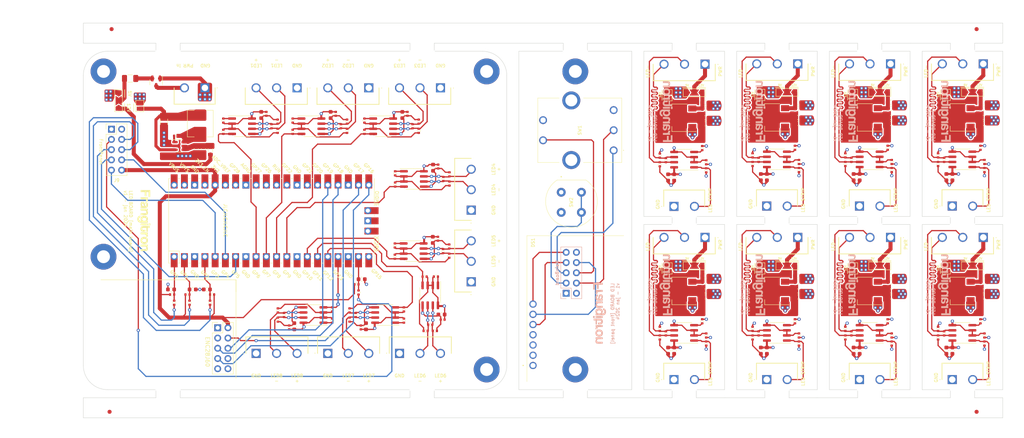
<source format=kicad_pcb>
(kicad_pcb (version 20221018) (generator pcbnew)
  (layers (0 "F.Cu" signal) (1 "In1.Cu" signal) (2 "In2.Cu" signal) (31 "B.Cu" signal) (34 "B.Paste" user) (35 "F.Paste" user) (36 "B.SilkS" user "B.Silkscreen") (37 "F.SilkS" user "F.Silkscreen") (38 "B.Mask" user) (39 "F.Mask" user) (44 "Edge.Cuts" user))
  (net 0 "")
  (net 1 "MBSwitchPush")
  (net 2 "GND")
  (net 3 "+12V")
  (net 4 "FPEncoderA")
  (net 5 "FPEncoderB")
  (net 6 "FPEncoderS")
  (net 7 "LED1 out")
  (net 8 "LED4 out")
  (net 9 "LED2 out")
  (net 10 "LED5 out")
  (net 11 "/FP GND")
  (net 12 "Net-(U8-RO)")
  (net 13 "LED3 out")
  (net 14 "LED6 out")
  (net 15 "FPSwitchPush")
  (net 16 "FPDisplaySCL")
  (net 17 "FPDisplaySDA")
  (net 18 "FPDisplayRST")
  (net 19 "+3V3")
  (net 20 "Net-(U6-RO)")
  (net 21 "Net-(J5-Pin_2)")
  (net 22 "LED8 out")
  (net 23 "LED7 out")
  (net 26 "PI spi0 RX")
  (net 27 "PI spi0 CSn")
  (net 28 "PI spi0 SCK")
  (net 29 "PI spi0 TX")
  (net 30 "Net-(U7-RO)")
  (net 31 "Net-(U9-DI)")
  (net 32 "Net-(U11-DI)")
  (net 33 "MBEncoderS")
  (net 34 "MBEncoderA")
  (net 35 "MBEncoderB")
  (net 36 "Net-(U10-DI)")
  (net 37 "Net-(U12-DI)")
  (net 38 "Net-(U13-RO)")
  (net 39 "Net-(U15-RO)")
  (net 40 "Net-(U16-RO)")
  (net 41 "+5V")
  (net 42 "Net-(U21-RO)")
  (net 43 "Net-(U22-RO)")
  (net 44 "Net-(U23-DI)")
  (net 45 "Net-(U25-DI)")
  (net 56 "/FP +3V3")
  (net 57 "MCUEncoderS")
  (net 58 "MCUEncoderA")
  (net 59 "MCUEncoderB")
  (net 60 "MCUSwitchPush")
  (net 61 "MCUDisplaySCL")
  (net 62 "MCUDisplaySDA")
  (net 63 "MCUDisplayRST")
  (net 64 "/LED to RS485 1/D+")
  (net 65 "/LED to RS485 1/D-")
  (net 66 "/LED to RS485 2/D+")
  (net 67 "/LED to RS485 2/D-")
  (net 68 "/LED to RS485 3/D+")
  (net 69 "/LED to RS485 3/D-")
  (net 70 "/LED to RS485 4/D+")
  (net 71 "/LED to RS485 4/D-")
  (net 72 "/LED to RS485 5/D+")
  (net 73 "/LED to RS485 5/D-")
  (net 74 "/LED to RS485 6/D+")
  (net 75 "/LED to RS485 6/D-")
  (net 76 "/LED to RS485 7/D+")
  (net 77 "/LED to RS485 7/D-")
  (net 78 "/LED to RS485 8/D+")
  (net 79 "/LED to RS485 8/D-")
  (net 80 "/Receiver 1/GND")
  (net 81 "/Receiver 1/12V")
  (net 82 "/Receiver 1/5V")
  (net 84 "/Receiver 2/GND")
  (net 85 "/Receiver 2/5V")
  (net 86 "/Receiver 2/12V")
  (net 87 "/Receiver 3/GND")
  (net 88 "/Receiver 3/5V")
  (net 89 "/Receiver 3/12V")
  (net 90 "/Receiver 4/GND")
  (net 91 "/Receiver 4/5V")
  (net 92 "/Receiver 4/12V")
  (net 94 "/Receiver 5/GND")
  (net 95 "/Receiver 5/5V")
  (net 96 "/Receiver 5/12V")
  (net 98 "/Receiver 6/GND")
  (net 99 "/Receiver 6/5V")
  (net 100 "/Receiver 6/12V")
  (net 101 "/Receiver 7/GND")
  (net 102 "/Receiver 7/5V")
  (net 103 "/Receiver 7/12V")
  (net 104 "/Receiver 8/GND")
  (net 105 "/Receiver 8/5V")
  (net 106 "/Receiver 8/12V")
  (net 107 "/Receiver 1/DATA")
  (net 108 "/Receiver 1/PWR IN")
  (net 109 "/Receiver 1/D+")
  (net 110 "/Receiver 1/D-")
  (net 111 "/Receiver 2/DATA")
  (net 112 "/Receiver 2/PWR IN")
  (net 113 "/Receiver 2/D+")
  (net 114 "/Receiver 2/D-")
  (net 115 "/Receiver 3/DATA")
  (net 116 "/Receiver 3/PWR IN")
  (net 117 "/Receiver 3/D+")
  (net 118 "/Receiver 3/D-")
  (net 119 "/Receiver 4/DATA")
  (net 120 "/Receiver 4/PWR IN")
  (net 121 "/Receiver 4/D+")
  (net 122 "/Receiver 4/D-")
  (net 123 "/Receiver 5/DATA")
  (net 124 "/Receiver 5/PWR IN")
  (net 125 "/Receiver 5/D+")
  (net 126 "/Receiver 5/D-")
  (net 127 "/Receiver 6/DATA")
  (net 128 "/Receiver 6/PWR IN")
  (net 129 "/Receiver 6/D+")
  (net 130 "/Receiver 6/D-")
  (net 131 "/Receiver 7/DATA")
  (net 132 "/Receiver 7/PWR IN")
  (net 133 "/Receiver 7/D+")
  (net 134 "/Receiver 7/D-")
  (net 135 "/Receiver 8/DATA")
  (net 136 "/Receiver 8/PWR IN")
  (net 137 "/Receiver 8/D+")
  (net 138 "/Receiver 8/D-")
  (net 144 "Net-(U24-DI)")
  (net 145 "Net-(U26-DI)")
  (net 149 "/Receiver 2/LDO OUT")
  (net 150 "/Receiver 4/LDO OUT")
  (net 151 "/Receiver 6/LDO OUT")
  (net 152 "/Receiver 8/LDO OUT")
  (net 153 "/Receiver 1/LDO OUT")
  (net 154 "/Receiver 3/LDO OUT")
  (net 155 "/Receiver 5/LDO OUT")
  (net 156 "/Receiver 7/LDO OUT")
  (net 157 "/Buck in")
  (net 158 "/CB")
  (net 159 "/Buck out")
  (net 160 "Net-(Q1-S)")
  (net 161 "Net-(JP10-C)")
  (net 162 "/SW")
  (footprint "Package_TO_SOT_SMD:SOT-223-3_TabPin2" (layer "F.Cu") (at 210.849998 72.425002 180)
    (fp_text reference "U31" hide)
    (fp_text value "AMS1117-5.0")
  )
  (footprint "Resistor_SMD:R_0402_1005Metric" (layer "F.Cu") (at 74.711999 73.210001 90)
    (fp_text reference "R2" hide)
    (fp_text value "10K")
  )
  (footprint "Capacitor_SMD:C_0402_1005Metric" (layer "F.Cu") (at 129.095999 122.618 180)
    (fp_text reference "C46" hide)
    (fp_text value "10uF")
  )
  (footprint "Resistor_SMD:R_0402_1005Metric" (layer "F.Cu") (at 251.949998 127.050001 -90)
    (fp_text reference "R88" hide)
    (fp_text value "20K")
  )
  (footprint "Jumper:SolderJumper-2_P1.3mm_Open_Pad1.0x1.5mm" (layer "F.Cu") (at 253.999999 66.825001 -90)
    (fp_text reference "JP9" hide)
    (fp_text value "12V")
  )
  (footprint "Capacitor_SMD:C_0603_1608Metric" (layer "F.Cu") (at 217.224998 72.425002)
    (fp_text reference "C13" hide)
    (fp_text value "10uF")
  )
  (footprint "Inductor_SMD:L_6.3x6.3_H3" (layer "F.Cu") (at 69 73.95 90)
    (fp_text reference "L1" hide)
    (fp_text value "5.6mH")
  )
  (footprint "Frangitron:ScrewTerminal_01x02_5.08_Amphenol" (layer "F.Cu") (at 255.459999 137.500001)
    (fp_text reference "J26" hide)
    (fp_text value "ReceiverData" hide)
  )
  (footprint "Capacitor_SMD:C_0603_1608Metric" (layer "F.Cu") (at 240.274999 117)
    (fp_text reference "C67" hide)
    (fp_text value "100nF")
  )
  (footprint "MountingHole:MountingHole_2mm" (layer "F.Cu") (at 265.499999 51.500001)
    (fp_text reference "H2" hide)
    (fp_text value "MountingHole")
  )
  (footprint "Capacitor_SMD:C_0603_1608Metric" (layer "F.Cu") (at 263.274999 73.925001)
    (fp_text reference "C70" hide)
    (fp_text value "100nF")
  )
  (footprint "Resistor_SMD:R_0402_1005Metric" (layer "F.Cu") (at 193.449998 80.030001 -90)
    (fp_text reference "R17" hide)
    (fp_text value "10K")
  )
  (footprint "Capacitor_SMD:C_0603_1608Metric" (layer "F.Cu") (at 253.999998 87.240002 -90)
    (fp_text reference "C25" hide)
    (fp_text value "10uF")
  )
  (footprint "Library:mouse-bites-1x07-jlc" (layer "F.Cu") (at 60.999998 56.000001)
    (fp_text reference "H3" hide)
    (fp_text value "~")
  )
  (footprint "Capacitor_SMD:C_0603_1608Metric" (layer "F.Cu") (at 194.275 113.25)
    (fp_text reference "C55" hide)
    (fp_text value "100nF")
  )
  (footprint "Package_SO:SOIC-8_3.9x4.9mm_P1.27mm" (layer "F.Cu") (at 121.890999 105.608)
    (fp_text reference "U15" hide)
    (fp_text value "MAX485EE")
  )
  (footprint "Jumper:SolderJumper-2_P1.3mm_Open_Pad1.0x1.5mm" (layer "F.Cu") (at 253.999999 109.9 -90)
    (fp_text reference "JP18" hide)
    (fp_text value "12V")
  )
  (footprint "Capacitor_SMD:C_0603_1608Metric" (layer "F.Cu") (at 184.999998 87.315001 -90)
    (fp_text reference "C19" hide)
    (fp_text value "10uF")
  )
  (footprint "Resistor_SMD:R_0402_1005Metric" (layer "F.Cu") (at 106.018999 122.619999 -90)
    (fp_text reference "R68" hide)
    (fp_text value "20K")
  )
  (footprint "Frangitron:ScrewTerminal_01x03_5.08_Amphenol" (layer "F.Cu") (at 240.154998 59.125003 180)
    (fp_text reference "J3" hide)
    (fp_text value "ReceiverRS485" hide)
  )
  (footprint "Capacitor_SMD:C_0603_1608Metric" (layer "F.Cu") (at 126.651999 102.814 -90)
    (fp_text reference "C27" hide)
    (fp_text value "100nF")
  )
  (footprint "Capacitor_SMD:C_0603_1608Metric" (layer "F.Cu") (at 263.274999 70.175001)
    (fp_text reference "C62" hide)
    (fp_text value "100nF")
  )
  (footprint "Resistor_SMD:R_0402_1005Metric" (layer "F.Cu") (at 130.780999 86.548 90)
    (fp_text reference "R25" hide)
    (fp_text value "20K")
  )
  (footprint "Capacitor_SMD:C_0603_1608Metric" (layer "F.Cu") (at 186.499998 87.315001 -90)
    (fp_text reference "C20" hide)
    (fp_text value "100nF")
  )
  (footprint "MountingHole:MountingHole_2mm" (layer "F.Cu") (at 42.499998 51.5)
    (fp_text reference "H1" hide)
    (fp_text value "MountingHole")
  )
  (footprint "Package_TO_SOT_SMD:SOT-223-3_TabPin2" (layer "F.Cu") (at 210.849998 115.500001 180)
    (fp_text reference "U30" hide)
    (fp_text value "AMS1117-5.0")
  )
  (footprint "Capacitor_SMD:C_0603_1608Metric" (layer "F.Cu") (at 240.224998 111.750001)
    (fp_text reference "C31" hide)
    (fp_text value "10uF")
  )
  (footprint "Resistor_SMD:R_0402_1005Metric" (layer "F.Cu") (at 124.624999 111.95 180)
    (fp_text reference "R51" hide)
    (fp_text value "10K")
  )
  (footprint "Resistor_SMD:R_0402_1005Metric" (layer "F.Cu") (at 253.449998 126.030001 90)
    (fp_text reference "R90" hide)
    (fp_text value "120")
  )
  (footprint "Capacitor_SMD:C_0603_1608Metric" (layer "F.Cu") (at 110.082999 124.268999 90)
    (fp_text reference "C45" hide)
    (fp_text value "100nF")
  )
  (footprint "Resistor_SMD:R_0402_1005Metric" (layer "F.Cu") (at 109.698999 73.210001 90)
    (fp_text reference "R12" hide)
    (fp_text value "10K")
  )
  (footprint "Jumper:SolderJumper-3_P2.0mm_Open_TrianglePad1.0x1.5mm_NumberLabels" (layer "F.Cu") (at 48.75 68.25 90)
    (fp_text reference "JP10")
    (fp_text value "1-2 12V" hide)
  )
  (footprint "Library:mouse-bites-1x07-jlc" (layer "F.Cu") (at 257.999999 55.925002)
    (fp_text reference "H9" hide)
    (fp_text value "~" hide)
  )
  (footprint "Resistor_SMD:R_0402_1005Metric" (layer "F.Cu") (at 194.449998 83.550001 90)
    (fp_text reference "R28" hide)
    (fp_text value "10K")
  )
  (footprint "Resistor_SMD:R_0402_1005Metric" (layer "F.Cu") (at 251.949998 124.906001 -90)
    (fp_text reference "R89" hide)
    (fp_text value "20K")
  )
  (footprint "Package_SO:SOIC-8_3.9x4.9mm_P1.27mm" (layer "F.Cu") (at 188.974998 82.905001 180)
    (fp_text reference "U9" hide)
    (fp_text value "MAX485EE")
  )
  (footprint "Resistor_SMD:R_0402_1005Metric" (layer "F.Cu") (at 240.449998 85.475002 90)
    (fp_text reference "R37" hide)
    (fp_text value "10K")
  )
  (footprint "Resistor_SMD:R_0402_1005Metric" (layer "F.Cu") (at 71.409999 118.425 90)
    (fp_text reference "R59" hide)
    (fp_text value "1k")
  )
  (footprint "Resistor_SMD:R_0402_1005Metric" (layer "F.Cu") (at 88.173999 75.750001 90)
    (fp_text reference "R4" hide)
    (fp_text value "20K")
  )
  (footprint "Resistor_SMD:R_0402_1005Metric" (layer "F.Cu") (at 205.949998 124.906001 -90)
    (fp_text reference "R79" hide)
    (fp_text value "20K")
  )
  (footprint "Package_SO:SOIC-8_3.9x4.9mm_P1.27mm" (layer "F.Cu") (at 211.974998 82.830002 180)
    (fp_text reference "U10" hide)
    (fp_text value "MAX485EE")
  )
  (footprint "Library:mouse-bites-1x07-jlc" (layer "F.Cu") (at 211.999999 99)
    (fp_text reference "H19" hide)
    (fp_text value "~" hide)
  )
  (footprint "Resistor_SMD:R_0402_1005Metric" (layer "F.Cu") (at 230.449998 126.030001 90)
    (fp_text reference "R84" hide)
    (fp_text value "120")
  )
  (footprint "Resistor_SMD:R_0402_1005Metric" (layer "F.Cu") (at 205.949998 83.975002 -90)
    (fp_text reference "R30" hide)
    (fp_text value "20K")
  )
  (footprint "Resistor_SMD:R_0402_1005Metric" (layer "F.Cu") (at 253.449998 82.955002 90)
    (fp_text reference "R39" hide)
    (fp_text value "120")
  )
  (footprint "Capacitor_SMD:C_0603_1608Metric" (layer "F.Cu") (at 68 80.275 -90)
    (fp_text reference "C71" hide)
    (fp_text value "100nF")
  )
  (footprint "MountingHole:MountingHole_3.2mm_M3_Pad" (layer "F.Cu") (at 139.999999 135)
    (fp_text reference "H23" hide)
    (fp_text value "MountingHole_Pad")
  )
  (footprint "Package_SO:SOIC-8_3.9x4.9mm_P1.27mm" (layer "F.Cu") (at 114.335999 74.605001)
    (fp_text reference "U8" hide)
    (fp_text value "MAX485EE")
  )
  (footprint "Capacitor_SMD:C_0603_1608Metric" (layer "F.Cu") (at 263.224998 68.675002)
    (fp_text reference "C3" hide)
    (fp_text value "10uF")
  )
  (footprint "Capacitor_SMD:C_0603_1608Metric" (layer "F.Cu") (at 232.499998 130.315001 -90)
    (fp_text reference "C51" hide)
    (fp_text value "100nF")
  )
  (footprint "Library:mouse-bites-1x07-jlc" (layer "F.Cu") (at 235 99)
    (fp_text reference "H20" hide)
    (fp_text value "~" hide)
  )
  (footprint "Jumper:SolderJumper-3_P2.0mm_Open_TrianglePad1.0x1.5mm_NumberLabels" (layer "F.Cu") (at 260.499999 109.250001 180)
    (fp_text reference "JP14" hide)
    (fp_text value "1-2 12V")
  )
  (footprint "Fiducial:Fiducial_1mm_Mask2mm" (layer "F.Cu") (at 261.499999 50.500001)
    (fp_text reference "FM2" hide)
    (fp_text value "Fiducial")
  )
  (footprint "Resistor_SMD:R_0402_1005Metric" (layer "F.Cu") (at 240.449998 126.550001 90)
    (fp_text reference "R86" hide)
    (fp_text value "10K")
  )
  (footprint "Capacitor_SMD:C_0603_1608Metric" (layer "F.Cu") (at 101.316999 71.811001 -90)
    (fp_text reference "C6" hide)
    (fp_text value "100nF")
  )
  (footprint "Resistor_SMD:R_0402_1005Metric" (layer "F.Cu") (at 117.318999 89.088 -90)
    (fp_text reference "R42" hide)
    (fp_text value "10K")
  )
  (footprint "Capacitor_SMD:C_0402_1005Metric" (layer "F.Cu") (at 62.98 77 180)
    (fp_text reference "C72" hide)
    (fp_text value "100nF")
  )
  (footprint "Capacitor_SMD:C_1206_3216Metric" (layer "F.Cu") (at 60 73.525 -90)
    (fp_text reference "C74" hide)
    (fp_text value "10uF")
  )
  (footprint "Package_TO_SOT_SMD:SOT-223-3_TabPin2" (layer "F.Cu") (at 233.849998 115.500001 180)
    (fp_text reference "U32" hide)
    (fp_text value "AMS1117-5.0")
  )
  (footprint "Package_SO:SOIC-8_3.9x4.9mm_P1.27mm" (layer "F.Cu") (at 188.974999 125.905001 180)
    (fp_text reference "U23" hide)
    (fp_text value "MAX485EE")
  )
  (footprint "Resistor_SMD:R_0402_1005Metric" (layer "F.Cu") (at 105.380999 75.750001 90)
    (fp_text reference "R9" hide)
    (fp_text value "20K")
  )
  (footprint "Resistor_SMD:R_0402_1005Metric" (layer "F.Cu") (at 117.253999 107.003 -90)
    (fp_text reference "R46" hide)
    (fp_text value "10K")
  )
  (footprint "Library:mouse-bites-1x07-jlc" (layer "F.Cu") (at 123.999998 140.000001)
    (fp_text reference "H26" hide)
    (fp_text value "~")
  )
  (footprint "Package_SO:SOIC-8_3.9x4.9mm_P1.27mm" (layer "F.Cu") (at 234.974998 82.830002 180)
    (fp_text reference "U11" hide)
    (fp_text value "MAX485EE")
  )
  (footprint "Frangitron:frangitron_logo_16mm" (layer "F.Cu") (at 55 98 -90)
    (fp_text reference "H13" hide)
    (fp_text value "~" hide)
  )
  (footprint "Resistor_SMD:R_0402_1005Metric" (layer "F.Cu") (at 240.449998 128.550001 90)
    (fp_text reference "R95" hide)
    (fp_text value "10K")
  )
  (footprint "Resistor_SMD:R_0402_1005Metric" (layer "F.Cu") (at 205.949998 127.050001 -90)
    (fp_text reference "R80" hide)
    (fp_text value "20K")
  )
  (footprint "Capacitor_SMD:C_0603_1608Metric" (layer "F.Cu") (at 255.499998 87.240002 -90)
    (fp_text reference "C26" hide)
    (fp_text value "100nF")
  )
  (footprint "Resistor_SMD:R_0402_1005Metric" (layer "F.Cu") (at 217.449998 126.550001 90)
    (fp_text reference "R81" hide)
    (fp_text value "10K")
  )
  (footprint "MountingHole:MountingHole_3.2mm_M3_Pad" (layer "F.Cu") (at 44.999999 61.000001)
    (fp_text reference "H10" hide)
    (fp_text value "MountingHole_Pad")
  )
  (footprint "Capacitor_SMD:C_0603_1608Metric" (layer "F.Cu") (at 209.499998 87.240002 -90)
    (fp_text reference "C22" hide)
    (fp_text value "100nF")
  )
  (footprint "Capacitor_SMD:C_0603_1608Metric" (layer "F.Cu") (at 207.999998 130.315001 -90)
    (fp_text reference "C50" hide)
    (fp_text value "10uF")
  )
  (footprint "Capacitor_SMD:C_0603_1608Metric" (layer "F.Cu") (at 263.224998 111.750001)
    (fp_text reference "C32" hide)
    (fp_text value "10uF")
  )
  (footprint "Resistor_SMD:R_0402_1005Metric" (layer "F.Cu") (at 207.449998 82.955002 90)
    (fp_text reference "R31" hide)
    (fp_text value "120")
  )
  (footprint "Capacitor_SMD:C_0603_1608Metric" (layer "F.Cu") (at 186.499999 130.315001 -90)
    (fp_text reference "C48" hide)
    (fp_text value "100nF")
  )
  (footprint "Capacitor_SMD:C_0603_1608Metric" (layer "F.Cu") (at 194.224999 115.500001)
    (fp_text reference "C38" hide)
    (fp_text value "10uF")
  )
  (footprint "Frangitron:ScrewTerminal_01x03_5.08_Amphenol" (layer "F.Cu") (at 110.779999 65.080001 180)
    (fp_text reference "J7" hide)
    (fp_text value "Terminal" hide)
  )
  (footprint "Resistor_SMD:R_0402_1005Metric" (layer "F.Cu") (at 228.949998 83.975002 -90)
    (fp_text reference "R35" hide)
    (fp_text value "20K")
  )
  (footprint "Resistor_SMD:R_0402_1005Metric" (layer "F.Cu") (at 216.449998 123.030001 -90)
    (fp_text reference "R82" hide)
    (fp_text value "10K")
  )
  (footprint "Resistor_SMD:R_0402_1005Metric" (layer "F.Cu") (at 129.256999 87.695 -90)
    (fp_text reference "R44" hide)
    (fp_text value "120")
  )
  (footprint "Jumper:SolderJumper-2_P1.3mm_Open_Pad1.0x1.5mm" (layer "F.Cu") (at 184.999999 66.9 -90)
    (fp_text reference "JP6" hide)
    (fp_text value "12V")
  )
  (footprint "Frangitron:C&K_PushButtonSwitch_SPST_D6C90F2LFS" (layer "F.Cu") (at 158.499999 91.000001 -90)
    (fp_text reference "SW2")
    (fp_text value "Button" hide)
  )
  (footprint "Frangitron:ScrewTerminal_01x02_5.08_Amphenol" (layer "F.Cu") (at 232.459999 137.500001)
    (fp_text reference "J25" hide)
    (fp_text value "ReceiverData" hide)
  )
  (footprint "Resistor_SMD:R_0402_1005Metric" (layer "F.Cu") (at 263.449998 126.550001 90)
    (fp_text reference "R92" hide)
    (fp_text value "10K")
  )
  (footprint "Frangitron:ScrewTerminal_01x03_5.08_Amphenol" (layer "F.Cu") (at 194.154999 102.200001 180)
    (fp_text reference "J15" hide)
    (fp_text value "ReceiverRS485" hide)
  )
  (footprint "Resistor_SMD:R_0402_1005Metric" (layer "F.Cu") (at 86.649999 74.607001 -90)
    (fp_text reference "R3" hide)
    (fp_text value "120")
  )
  (footprint "Library:mouse-bites-1x07-jlc" (layer "F.Cu") (at 258 140)
    (fp_text reference "H31" hide)
    (fp_text value "~")
  )
  (footprint "Capacitor_SMD:C_0402_1005Metric" (layer "F.Cu") (at 127.921999 102.532 -90)
    (fp_text reference "C28" hide)
    (fp_text value "10uF")
  )
  (footprint "Resistor_SMD:R_0402_1005Metric" (layer "F.Cu") (at 62.009999 116.395)
    (fp_text reference "R52" hide)
    (fp_text value "10k")
  )
  (footprint "Capacitor_SMD:C_0603_1608Metric" (layer "F.Cu") (at 240.224998 115.500001)
    (fp_text reference "C40" hide)
    (fp_text value "10uF")
  )
  (footprint "Package_SO:SOIC-8_3.9x4.9mm_P1.27mm" (layer "F.Cu") (at 257.974998 82.830002 180)
    (fp_text reference "U12" hide)
    (fp_text value "MAX485EE")
  )
  (footprint "Frangitron:ScrewTerminal_01x03_5.08_Amphenol" (layer "F.Cu") (at 136.179999 95.44 90)
    (fp_text reference "J10")
    (fp_text value "Terminal" hide)
  )
  (footprint "Capacitor_SMD:C_0603_1608Metric" (layer "F.Cu") (at 67.104999 115.125)
    (fp_text reference "C34" hide)
    (fp_text value "100nF")
  )
  (footprint "Frangitron:ScrewTerminal_01x03_5.08_Amphenol" (layer "F.Cu") (at 263.154998 59.125003 180)
    (fp_text reference "J4" hide)
    (fp_text value "ReceiverRS485" hide)
  )
  (footprint "Jumper:SolderJumper-3_P2.0mm_Open_TrianglePad1.0x1.5mm_NumberLabels" (layer "F.Cu") (at 191.5 109.250001 180)
    (fp_text reference "JP11" hide)
    (fp_text value "1-2 12V")
  )
  (footprint "Jumper:SolderJumper-3_P2.0mm_Open_TrianglePad1.0x1.5mm_NumberLabels" (layer "F.Cu") (at 237.499999 66.175002 180)
    (fp_text reference "JP3" hide)
    (fp_text value "1-2 12V")
  )
  (footprint "Resistor_SMD:R_0402_1005Metric" (layer "F.Cu") (at 182.949999 124.906001 -90)
    (fp_text reference "R73" hide)
    (fp_text value "20K")
  )
  (footprint "Capacitor_SMD:C_0603_1608Metric" (layer "F.Cu") (at 126.716999 84.899 -90)
    (fp_text reference "C17" hide)
    (fp_text value "100nF")
  )
  (footprint "Resistor_SMD:R_0402_1005Metric" (layer "F.Cu") (at 182.949998 84.050001 -90)
    (fp_text reference "R26" hide)
    (fp_text value "20K")
  )
  (footprint "Resistor_SMD:R_0402_1005Metric" (layer "F.Cu") (at 217.449998 83.475002 90)
    (fp_text reference "R33" hide)
    (fp_text value "10K")
  )
  (footprint "Frangitron:NewHaven-OLED-NHD-0216AW-IB3" (layer "F.Cu") (at 151.499999 134.000001 90)
    (fp_text reference "DS1")
    (fp_text value "NHD-0216AW-IB3" hide)
  )
  (footprint "Capacitor_SMD:C_0603_1608Metric" (layer "F.Cu") (at 217.274999 70.175001)
    (fp_text reference "C58" hide)
    (fp_text value "100nF")
  )
  (footprint "Resistor_SMD:R_0402_1005Metric" (layer "F.Cu") (at 123.160999 73.460001 90)
    (fp_text reference "R14" hide)
    (fp_text value "20K")
  )
  (footprint "Frangitron:ScrewTerminal_01x03_5.08_Amphenol" (layer "F.Cu") (at 263.154998 102.200001 180)
    (fp_text reference "J18" hide)
    (fp_text value "ReceiverRS485" hide)
  )
  (footprint "Resistor_SMD:R_0402_1005Metric" (layer "F.Cu") (at 130.715999 104.463 90)
    (fp_text reference "R49" hide)
    (fp_text value "20K")
  )
  (footprint "SamacSys_Parts:PEC164120FS0012" (layer "F.Cu") (at 171.499999 80.600001 90)
    (fp_text reference "SW1")
    (fp_text value "PEC16" hide)
  )
  (footprint "Library:mouse-bites-1x07-jlc" (layer "F.Cu") (at 188.999999 56.000001)
    (fp_text reference "H6" hide)
    (fp_text value "~" hide)
  )
  (footprint "Frangitron:ScrewTerminal_01x03_5.08_Amphenol" (layer "F.Cu") (at 217.154998 59.125003 180)
    (fp_text reference "J2" hide)
    (fp_text value "ReceiverRS485" hide)
  )
  (footprint "Resistor_SMD:R_0402_1005Metric" (layer "F.Cu") (at 117.318999 86.298 90)
    (fp_text reference "R24" hide)
    (fp_text value "10K")
  )
  (footprint "Library:mouse-bites-1x07-jlc" (layer "F.Cu") (at 235 140)
    (fp_text reference "H30" hide)
    (fp_text value "~")
  )
  (footprint "MountingHole:MountingHole_3.2mm_M3_Pad" (layer "F.Cu") (at 139.999999 61.000001)
    (fp_text reference "H11" hide)
    (fp_text value "MountingHole_Pad" hide)
  )
  (footprint "Resistor_SMD:R_0402_1005Metric" (layer "F.Cu") (at 205.949998 81.831002 -90)
    (fp_text reference "R18" hide)
    (fp_text value "20K")
  )
  (footprint "Fiducial:Fiducial_1mm_Mask2mm" (layer "F.Cu") (at 46.999998 50.5)
    (fp_text reference "FM1" hide)
    (fp_text value "Fiducial")
  )
  (footprint "Jumper:SolderJumper-3_P2.0mm_Open_TrianglePad1.0x1.5mm_NumberLabels" (layer "F.Cu") (at 260.499999 66.175002 180)
    (fp_text reference "JP4" hide)
    (fp_text value "1-2 12V")
  )
  (footprint "Fuse:Fuse_1206_3216Metric" (layer "F.Cu") (at 51.6 62.75)
    (fp_text reference "F1" hide)
    (fp_text value "1A")
  )
  (footprint "Package_SO:SOIC-8_3.9x4.9mm_P1.27mm" (layer "F.Cu") (at 114.843999 121.475 180)
    (fp_text reference "U22" hide)
    (fp_text value "MAX485EE")
  )
  (footprint "Capacitor_SMD:C_0603_1608Metric" (layer "F.Cu") (at 194.224998 72.500001)
    (fp_text reference "C12" hide)
    (fp_text value "10uF")
  )
  (footprint "Capacitor_SMD:C_0603_1608Metric" (layer "F.Cu") (at 207.999998 87.240002 -90)
    (fp_text reference "C21" hide)
    (fp_text value "10uF")
  )
  (footprint "Frangitron:ScrewTerminal_01x02_5.08_Amphenol" (layer "F.Cu") (at 70.139999 65.080001 180)
    (fp_text reference "J5" hide)
    (fp_text value "PWR_IN" hide)
  )
  (footprint "Jumper:SolderJumper-2_P1.3mm_Open_Pad1.0x1.5mm" (layer "F.Cu") (at 207.999999 109.9 -90)
    (fp_text reference "JP16" hide)
    (fp_text value "12V")
  )
  (footprint "Capacitor_SMD:C_0603_1608Metric" (layer "F.Cu") (at 69.775 80.275 -90)
    (fp_text reference "C11" hide)
    (fp_text value "1uF")
  )
  (footprint "Capacitor_SMD:C_0603_1608Metric" (layer "F.Cu") (at 217.274999 73.925001)
    (fp_text reference "C66" hide)
    (fp_text value "100nF")
  )
  (footprint "Connector_PinHeader_2.54mm:PinHeader_2x05_P2.54mm_Vertical" (layer "F.Cu") (at 46.96 75.34)
    (fp_text reference "J9")
    (fp_text value "FrontPanel")
  )
  (footprint "Capacitor_SMD:C_0603_1608Metric" (layer "F.Cu") (at 128.813999 121.348 180)
    (fp_text reference "C37" hide)
    (fp_text value "100nF")
  )
  (footprint "Capacitor_SMD:C_0402_1005Metric" (layer "F.Cu") (at 127.986999 84.617 -90)
    (fp_text reference "C18" hide)
    (fp_text value "10uF")
  )
  (footprint "Resistor_SMD:R_0402_1005Metric" (layer "F.Cu") (at 228.949998 127.050001 -90)
    (fp_text reference "R85" hide)
    (fp_text value "20K")
  )
  (footprint "Resistor_SMD:R_0402_1005Metric" (layer "F.Cu") (at 194.449999 128.550001 90)
    (fp_text reference "R93" hide)
    (fp_text value "10K")
  )
  (footprint "Jumper:SolderJumper-3_P2.0mm_Open_TrianglePad1.0x1.5mm_NumberLabels" (layer "F.Cu") (at 214.499999 66.175002 180)
    (fp_text reference "JP2" hide)
    (fp_text value "1-2 12V")
  )
  (footprint "Jumper:SolderJumper-2_P1.3mm_Open_Pad1.0x1.5mm" (layer "F.Cu") (at 207.999999 66.825001 -90)
    (fp_text reference "JP7" hide)
    (fp_text value "12V")
  )
  (footprint "Capacitor_SMD:C_0603_1608Metric" (layer "F.Cu") (at 194.274999 70.25)
    (fp_text reference "C56" hide)
    (fp_text value "100nF")
  )
  (footprint "MountingHole:MountingHole_2mm" (layer "F.Cu") (at 265.499999 144.500001)
    (fp_text reference "H33" hide)
    (fp_text value "MountingHole")
  )
  (footprint "Frangitron:ScrewTerminal_01x03_5.08_Amphenol" (layer "F.Cu") (at 82.839999 131)
    (fp_text reference "J20")
    (fp_text value "Terminal" hide)
  )
  (footprint "Resistor_SMD:R_0402_1005Metric" (layer "F.Cu") (at 240.449998 83.475002 90)
    (fp_text reference "R36" hide)
    (fp_text value "10K")
  )
  (footprint "Library:mouse-bites-1x07-jlc" (layer "F.Cu") (at 60.999998 140.000001)
    (fp_text reference "H25" hide)
    (fp_text value "~")
  )
  (footprint "Capacitor_SMD:C_0603_1608Metric" (layer "F.Cu") (at 240.274999 73.925001)
    (fp_text reference "C68" hide)
    (fp_text value "100nF")
  )
  (footprint "Resistor_SMD:R_0402_1005Metric" (layer "F.Cu") (at 108.239999 115.885 -90)
    (fp_text reference "R55" hide)
    (fp_text value "1k")
  )
  (footprint "Frangitron:ScrewTerminal_01x03_5.08_Amphenol" (layer "F.Cu") (at 100.619999 131)
    (fp_text reference "J21")
    (fp_text value "Terminal" hide)
  )
  (footprint "Package_SO:SOIC-8_3.9x4.9mm_P1.27mm" (layer "F.Cu") (at 121.955999 87.693)
    (fp_text reference "U13" hide)
    (fp_text value "MAX485EE")
  )
  (footprint "Capacitor_SMD:C_0603_1608Metric" (layer "F.Cu") (at 263.224998 115.500001)
    (fp_text reference "C41" hide)
    (fp_text value "10uF")
  )
  (footprint "Library:mouse-bites-1x07-jlc" (layer "F.Cu") (at 212 140)
    (fp_text reference "H29" hide)
    (fp_text value "~")
  )
  (footprint "Library:mouse-bites-1x07-jlc" (layer "F.Cu") (at 188.999998 97.000002)
    (fp_text reference "H14" hide)
    (fp_text value "~")
  )
  (footprint "Resistor_SMD:R_0402_1005Metric" (layer "F.Cu") (at 216.449998 79.955002 -90)
    (fp_text reference "R19" hide)
    (fp_text value "10K")
  )
  (footprint "Resistor_SMD:R_0402_1005Metric" (layer "F.Cu") (at 217.449998 85.475002 90)
    (fp_text reference "R32" hide)
    (fp_text value "10K")
  )
  (footprint "Jumper:SolderJumper-2_P1.3mm_Open_Pad1.0x1.5mm" (layer "F.Cu") (at 185 109.9 -90)
    (fp_text reference "JP15" hide)
    (fp_text value "12V")
  )
  (footprint "Resistor_SMD:R_0402_1005Metric" (layer "F.Cu") (at 103.856999 74.607001 -90)
    (fp_text reference "R10" hide)
    (fp_text value "120")
  )
  (footprint "Jumper:SolderJumper-2_P1.3mm_Open_Pad1.0x1.5mm" (layer "F.Cu") (at 230.999999 66.825001 -90)
    (fp_text reference "JP8" hide)
    (fp_text value "12V")
  )
  (footprint "Resistor_SMD:R_0402_1005Metric" (layer "F.Cu") (at 105.380999 73.460001 90)
    (fp_text reference "R8" hide)
    (fp_text value "20K")
  )
  (footprint "Resistor_SMD:R_0402_1005Metric" (layer "F.Cu") (at 74.711999 76.000001 -90)
    (fp_text reference "R1" hide)
    (fp_text value "10K")
  )
  (footprint "Package_TO_SOT_SMD:SOT-223-3_TabPin2" (layer "F.Cu") (at 256.849998 115.500001 180)
    (fp_text reference "U34" hide)
    (fp_text value "AMS1117-5.0")
  )
  (footprint "Resistor_SMD:R_0402_1005Metric" (layer "F.Cu") (at 127.164999 125.412)
    (fp_text reference "R70" hide)
    (fp_text value "20K")
  )
  (footprint "Capacitor_SMD:C_0603_1608Metric" (layer "F.Cu") (at 109.014999 112.585)
    (fp_text reference "C36" hide)
    (fp_text value "100nF")
  )
  (footprint "Resistor_SMD:R_0402_1005Metric" (layer "F.Cu") (at 91.918999 73.210001 90)
    (fp_text reference "R6" hide)
    (fp_text value "10K")
  )
  (footprint "Capacitor_SMD:C_0402_1005Metric" (layer "F.Cu") (at 91.032999 124.550999 90)
    (fp_text reference "C43" hide)
    (fp_text value "10uF")
  )
  (footprint "Fiducial:Fiducial_1mm_Mask2mm" (layer "F.Cu") (at 261.499999 145.500001 180)
    (fp_text reference "FM4" hide)
    (fp_text value "Fiducial")
  )
  (footprint "Capacitor_SMD:C_0603_1608Metric" (layer "F.Cu") (at 230.999998 87.240002 -90)
    (fp_text reference "C24" hide)
    (fp_text value "10uF")
  )
  (footprint "Resistor_SMD:R_0402_1005Metric" (layer "F.Cu") (at 130.780999 88.838 90)
    (fp_text reference "R43" hide)
    (fp_text value "20K")
  )
  (footprint "Resistor_SMD:R_0402_1005Metric" (layer "F.Cu") (at 119.480999 120.080001 90)
    (fp_text reference "R65" hide)
    (fp_text value "10K")
  )
  (footprint "Resistor_SMD:R_0402_1005Metric" (layer "F.Cu") (at 117.253999 104.213 90)
    (fp_text reference "R45" hide)
    (fp_text value "10K")
  )
  (footprint "Resistor_SMD:R_0402_1005Metric" (layer "F.Cu") (at 263.449998 85.475002 90)
    (fp_text reference "R40" hide)
    (fp_text value "10K")
  )
  (footprint "Resistor_SMD:R_0402_1005Metric" (layer "F.Cu") (at 91.918999 76.000001 -90)
    (fp_text reference "R5" hide)
    (fp_text value "10K")
  )
  (footprint "Capacitor_SMD:C_0402_1005Metric" (layer "F.Cu") (at 85.379999 71.529001 -90)
    (fp_text reference "C4" hide)
    (fp_text value "10uF")
  )
  (footprint "Resistor_SMD:R_0402_1005Metric" (layer "F.Cu") (at 119.480999 122.87 -90)
    (fp_text reference "R69" hide)
    (fp_text value "10K")
  )
  (footprint "MCU_RaspberryPi_and_Boards:RPi_Pico_SMD_TH" (layer "F.Cu") (at 86.649999 98.095 90)
    (fp_text reference "U14" hide)
    (fp_text value "Pico")
  )
  (footprint "MountingHole:MountingHole_3.2mm_M3_Pad" (layer "F.Cu") (at 44.999999 107)
    (fp_text reference "H22" hide)
    (fp_text value "MountingHole_Pad")
  )
  (footprint "Resistor_SMD:R_0402_1005Metric" (layer "F.Cu") (at 182.949998 81.906001 -90)
    (fp_text reference "R16" hide)
    (fp_text value "20K")
  )
  (footprint "Library:mouse-bites-1x07-jlc" (layer "F.Cu") (at 257.999998 97.000001)
    (fp_text reference "H17" hide)
    (fp_text value "~")
  )
  (footprint "Capacitor_SMD:C_0603_1608Metric" (layer "F.Cu") (at 119.096999 71.811001 -90)
    (fp_text reference "C9" hide)
    (fp_text value "100nF")
  )
  (footprint "Capacitor_SMD:C_0603_1608Metric" (layer "F.Cu") (at 263.274999 113.25)
    (fp_text reference "C61" hide)
    (fp_text value "100nF")
  )
  (footprint "Resistor_SMD:R_0402_1005Metric" (layer "F.Cu") (at 182.949999 127.050001 -90)
    (fp_text reference "R74" hide)
    (fp_text value "20K")
  )
  (footprint "Capacitor_SMD:C_0603_1608Metric" (layer "F.Cu") (at 217.274999 113.25)
    (fp_text reference "C57" hide)
    (fp_text value "100nF")
  )
  (footprint "Capacitor_SMD:C_0603_1608Metric" (layer "F.Cu") (at 240.274999 113.25)
    (fp_text reference "C59" hide)
    (fp_text value "100nF")
  )
  (footprint "Resistor_SMD:R_0402_1005Metric" (layer "F.Cu") (at 194.449998 85.550001 90)
    (fp_text reference "R29" hide)
    (fp_text value "10K")
  )
  (footprint "Capacitor_SMD:C_0603_1608Metric" (layer "F.Cu") (at 217.224998 115.500001)
    (fp_text reference "C39" hide)
    (fp_text value "10uF")
  )
  (footprint "Resistor_SMD:R_0402_1005Metric" (layer "F.Cu") (at 228.949998 124.906001 -90)
    (fp_text reference "R83" hide)
    (fp_text value "20K")
  )
  (footprint "Capacitor_SMD:C_0603_1608Metric" (layer "F.Cu") (at 194.224998 68.750001)
    (fp_text reference "C10" hide)
    (fp_text value "10uF")
  )
  (footprint "Jumper:SolderJumper-3_P2.0mm_Open_TrianglePad1.0x1.5mm_NumberLabels" (layer "F.Cu") (at 214.499999 109.250001 180)
    (fp_text reference "JP12" hide)
    (fp_text value "1-2 12V")
  )
  (footprint "Capacitor_SMD:C_0603_1608Metric" (layer "F.Cu") (at 84.109999 71.811001 -90)
    (fp_text reference "C5" hide)
    (fp_text value "100nF")
  )
  (footprint "Resistor_SMD:R_0402_1005Metric" (layer "F.Cu") (at 66.329999 118.425 -90)
    (fp_text reference "R57" hide)
    (fp_text value "1k")
  )
  (footprint "MountingHole:MountingHole_3.2mm_M3_Pad" (layer "F.Cu") (at 161.999999 135)
    (fp_text reference "H24" hide)
    (fp_text value "MountingHole_Pad")
  )
  (footprint "Resistor_SMD:R_0402_1005Metric" (layer "F.Cu") (at 130.715999 106.753 90)
    (fp_text reference "R47" hide)
    (fp_text value "20K")
  )
  (footprint "Library:ENC28J60-SPI-Ethernet-Module" (layer "F.Cu") (at 75.854999 129.729999)
    (fp_text reference "U27" hide)
    (fp_text value "ENC28J60")
  )
  (footprint "Capacitor_SMD:C_0603_1608Metric" (layer "F.Cu") (at 255.499998 130.315001 -90)
    (fp_text reference "C54" hide)
    (fp_text value "100nF")
  )
  (footprint "Library:mouse-bites-1x07-jlc" (layer "F.Cu") (at 211.999999 97.000001)
    (fp_text reference "H15" hide)
    (fp_text value "~")
  )
  (footprint "Resistor_SMD:R_0402_1005Metric" (layer "F.Cu") (at 262.449998 123.030001 -90)
    (fp_text reference "R91" hide)
    (fp_text value "10K")
  )
  (footprint "MountingHole:MountingHole_3.2mm_M3_Pad" (layer "F.Cu") (at 161.999999 61.000001)
    (fp_text reference "H12" hide)
    (fp_text value "MountingHole_Pad")
  )
  (footprint "Frangitron:ScrewTerminal_01x03_5.08_Amphenol" (layer "F.Cu") (at 118.399999 131)
    (fp_text reference "J22")
    (fp_text value "Terminal" hide)
  )
  (footprint "Package_SO:SOIC-8_3.9x4.9mm_P1.27mm" (layer "F.Cu") (at 126.019999 116.587 -90)
    (fp_text reference "U16" hide)
    (fp_text value "MAX485EE")
  )
  (footprint "Resistor_SMD:R_0402_1005Metric" (layer "F.Cu") (at 194.449999 126.550001 90)
    (fp_text reference "R77" hide)
    (fp_text value "10K")
  )
  (footprint "Resistor_SMD:R_0402_1005Metric" (layer "F.Cu") (at 101.700999 122.87 -90)
    (fp_text reference "R67" hide)
    (fp_text value "10K")
  )
  (footprint "Resistor_SMD:R_0402_1005Metric" (layer "F.Cu") (at 109.698999 76.000001 -90)
    (fp_text reference "R11" hide)
    (fp_text value "10K")
  )
  (footprint "Frangitron:ScrewTerminal_01x03_5.08_Amphenol" (layer "F.Cu") (at 194.154998 59.200002 180)
    (fp_text reference "J1" hide)
    (fp_text value "ReceiverRS485" hide)
  )
  (footprint "Resistor_SMD:R_0402_1005Metric" (layer "F.Cu") (at 107.729999 113.855)
    (fp_text reference "R56" hide)
    (fp_text value "10k")
  )
  (footprint "Library:mouse-bites-1x07-jlc" (layer "F.Cu") (at 234.999999 97.000001)
    (fp_text reference "H16" hide)
    (fp_text value "~")
  )
  (footprint "Resistor_SMD:R_0402_1005Metric" (layer "F.Cu") (at 193.449999 123.030001 -90)
    (fp_text reference "R76" hide)
    (fp_text value "10K")
  )
  (footprint "Resistor_SMD:R_0402_1005Metric" (layer "F.Cu") (at 65.819999 116.395)
    (fp_text reference "R53" hide)
    (fp_text value "10k")
  )
  (footprint "Capacitor_SMD:C_0603_1608Metric" (layer "F.Cu") (at 253.999998 130.315001 -90)
    (fp_text reference "C53" hide)
    (fp_text value "10uF")
  )
  (footprint "Package_SO:SOIC-8_3.9x4.9mm_P1.27mm" (layer "F.Cu") (at 96.555999 74.605001)
    (fp_text reference "U7" hide)
    (fp_text value "MAX485EE")
  )
  (footprint "Library:mouse-bites-1x07-jlc" (layer "F.Cu") (at 161.999999 140.000001)
    (fp_text reference "H27" hide)
    (fp_text value "~")
  )
  (footprint "Capacitor_SMD:C_0603_1608Metric" (layer "F.Cu") (at 240.274999 70.175001)
    (fp_text reference "C60" hide)
    (fp_text value "100nF")
  )
  (footprint "Capacitor_SMD:C_0603_1608Metric" (layer "F.Cu") (at 240.224998 72.425002)
    (fp_text reference "C14" hide)
    (fp_text value "10uF")
  )
  (footprint "Capacitor_SMD:C_0603_1608Metric" (layer "F.Cu") (at 217.274999 117)
    (fp_text reference "C65" hide)
    (fp_text value "100nF")
  )
  (footprint "Inductor_SMD:L_0805_2012Metric" (layer "F.Cu") (at 71.5 80.5625 90)
    (fp_text reference "FB2" hide)
    (fp_text value "600 @ 600Mhz")
  )
  (footprint "Capacitor_SMD:C_0402_1005Metric" (layer "F.Cu") (at 108.812999 124.550999 90)
    (fp_text reference "C44" hide)
    (fp_text value "10uF")
  )
  (footprint "Resistor_SMD:R_0402_1005Metric" (layer "F.Cu") (at 88.238999 122.619999 -90)
    (fp_text reference "R66" hide)
    (fp_text value "20K")
  )
  (footprint "Frangitron:ScrewTerminal_01x03_5.08_Amphenol" (layer "F.Cu") (at 128.559999 65.080001 180)
    (fp_text reference "J8")
    (fp_text value "Terminal" hide)
  )
  (footprint "Package_SO:SOIC-8_3.9x4.9mm_P1.27mm" (layer "F.Cu") (at 79.348999 74.605001)
    (fp_text reference "U6" hide)
    (fp_text value "MAX485EE")
  )
  (footprint "Resistor_SMD:R_0402_1005Metric" (layer "F.Cu") (at 262.449998 79.955002 -90)
    (fp_text reference "R23" hide)
    (fp_text value "10K")
  )
  (footprint "Capacitor_SMD:C_0603_1608Metric" (layer "F.Cu") (at 217.224998 68.675002)
    (fp_text reference "C1" hide)
    (fp_text value "10uF")
  )
  (footprint "Resistor_SMD:R_0402_1005Metric" (layer "F.Cu") (at 127.414998 111.95)
    (fp_text reference "R50" hide)
    (fp_text value "10K")
  )
  (footprint "Capacitor_SMD:C_0603_1608Metric" (layer "F.Cu") (at 194.224999 111.750001)
    (fp_text reference "C29" hide)
    (fp_text value "10uF")
  )
  (footprint "Frangitron:ScrewTerminal_01x02_5.08_Amphenol" (layer "F.Cu") (at 255.459999 94.425002)
    (fp_text reference "J14" hide)
    (fp_text value "ReceiverData" hide)
  )
  (footprint "Frangitron:ScrewTerminal_01x02_5.08_Amphenol" (layer "F.Cu") (at 232.459999 94.425002)
    (fp_text reference "J13" hide)
    (fp_text value "ReceiverData" hide)
  )
  (footprint "Resistor_SMD:R_0402_1005Metric" (layer "F.Cu") (at 106.018999 120.33 -90)
    (fp_text reference "R63" hide)
    (fp_text value "20K")
  )
  (footprint "Capacitor_SMD:C_0603_1608Metric" (layer "F.Cu") (at 61.744999 115.125 180)
    (fp_text reference "C33" hide)
    (fp_text value "100nF")
  )
  (footprint "Resistor_SMD:R_0402_1005Metric" (layer "F.Cu") (at 107.542999 121.473 90)
    (fp_text reference "R64" hide)
    (fp_text value "120")
  )
  (footprint "Resistor_SMD:R_0402_1005Metric" (layer "F.Cu") (at 62.519999 118.425 -90)
    (fp_text reference "R58" hide)
    (fp_text value "1k")
  )
  (footprint "Package_TO_SOT_SMD:SOT-23" (layer "F.Cu") (at 58.05 63.6875 -90)
    (fp_text reference "Q1" hide)
    (fp_text value "AO3401A")
  )
  (footprint "Resistor_SMD:R_0402_1005Metric" (layer "F.Cu") (at 207.449998 126.030001 90)
    (fp_text reference "R78" hide)
    (fp_text value "120")
  )
  (footprint "Resistor_SMD:R_0402_1005Metric" (layer "F.Cu") (at 263.449998 83.475002 90)
    (fp_text reference "R41" hide)
    (fp_text value "10K")
  )
  (footprint "Library:mouse-bites-1x07-jlc" (layer "F.Cu") (at 189 99)
    (fp_text reference "H18" hide)
    (fp_text value "~" hide)
  )
  (footprint "Library:mouse-bites-1x07-jlc" (layer "F.Cu") (at 161.999999 56.000001)
    (fp_text reference "H5" hide)
    (fp_text value "~")
  )
  (footprint "Resistor_SMD:R_0402_1005Metric" (layer "F.Cu") (at 230.449998 82.955002 90)
    (fp_text reference "R34" hide)
    (fp_text value "120")
  )
  (footprint "Resistor_SMD:R_0402_1005Metric" (layer "F.Cu") (at 251.949998 81.831002 -90)
    (fp_text reference "R22" hide)
    (fp_text value "20K")
  )
  (footprint "Capacitor_SMD:C_0603_1608Metric" (layer "F.Cu") (at 194.274999 74)
    (fp_text reference "C64" hide)
    (fp_text value "100nF")
  )
  (footprint "Jumper:SolderJumper-3_P2.0mm_Open_TrianglePad1.0x1.5mm_NumberLabels" (layer "F.Cu") (at 191.499999 66.250001 180)
    (fp_text reference "JP1" hide)
    (fp_text value "1-2 12V")
  )
  (footprint "Resistor_SMD:R_0402_1005Metric" (layer "F.Cu") (at 217.449998 128.550001 90)
    (fp_text reference "R94" hide)
    (fp_text value "10K")
  )
  (footprint "Frangitron:ScrewTerminal_01x02_5.08_Amphenol" (layer "F.Cu") (at 209.459999 94.425002)
    (fp_text reference "J12" hide)
    (fp_text value "ReceiverData" hide)
  )
  (footprint "Capacitor_SMD:C_0603_1608Metric" (layer "F.Cu") (at 232.499998 87.240002 -90)
    (fp_text reference "C23" hide)
    (fp_text value "100nF")
  )
  (footprint "Capacitor_SMD:C_0603_1608Metric" (layer "F.Cu") (at 70.634999 115.125 180)
    (fp_text reference "C35" hide)
    (fp_text value "100nF")
  )
  (footprint "Library:mouse-bites-1x07-jlc" (layer "F.Cu") (at 234.999999 55.925002)
    (fp_text reference "H8" hide)
    (fp_text value "~" hide)
  )
  (footprint "Package_TO_SOT_SMD:SOT-223-3_TabPin2" (layer "F.Cu") (at 233.849998 72.425002 180)
    (fp_text reference "U33" hide)
    (fp_text value "AMS1117-5.0")
  )
  (footprint "Capacitor_SMD:C_0603_1608Metric" (layer "F.Cu") (at 194.275 117)
    (fp_text reference "C63" hide)
    (fp_text value "100nF")
  )
  (footprint "Resistor_SMD:R_0402_1005Metric" (layer "F.Cu") (at 251.949998 83.975002 -90)
    (fp_text reference "R38" hide)
    (fp_text value "20K")
  )
  (footprint "Jumper:SolderJumper-2_P1.3mm_Open_Pad1.0x1.5mm" (layer "F.Cu") (at 230.999999 109.9 -90)
    (fp_text reference "JP17" hide)
    (fp_text value "12V")
  )
  (footprint "Capacitor_SMD:C_0603_1608Metric" (layer "F.Cu") (at 263.224998 72.425002)
    (fp_text reference "C15" hide)
    (fp_text value "10uF")
  )
  (footprint "Capacitor_SMD:C_0402_1005Metric" (layer "F.Cu") (at 102.586999 71.529001 -90)
    (fp_text reference "C7" hide)
    (fp_text value "10uF")
  )
  (footprint "Resistor_SMD:R_0402_1005Metric" (layer "F.Cu") (at 71.919999 116.395 180)
    (fp_text reference "R54" hide)
    (fp_text value "10k")
  )
  (footprint "Frangitron:ScrewTerminal_01x03_5.08_Amphenol" (layer "F.Cu") (at 92.999999 65.080001 180)
    (fp_text reference "J6" hide)
    (fp_text value "Terminal" hide)
  )
  (footprint "Resistor_SMD:R_0402_1005Metric" (layer "F.Cu") (at 124.875 125.412)
    (fp_text reference "R71" hide)
    (fp_text value "20K")
  )
  (footprint "Resistor_SMD:R_0402_1005Metric" (layer "F.Cu") (at 126.018 123.888 180)
    (fp_text reference "R72" hide)
    (fp_text value "120")
  )
  (footprint "Jumper:SolderJumper-3_P2.0mm_Open_TrianglePad1.0x1.5mm_NumberLabels" (layer "F.Cu") (at 237.499999 109.250001 180)
    (fp_text reference "JP13" hide)
    (fp_text value "1-2 12V")
  )
  (footprint "Package_TO_SOT_SMD:SOT-223-3_TabPin2" (layer "F.Cu") (at 187.849998 72.500001 180)
    (fp_text reference "U29" hide)
    (fp_text value "AMS1117-5.0")
  )
  (footprint "Resistor_SMD:R_0402_1005Metric" (layer "F.Cu") (at 184.449998 83.030001 90)
    (fp_text reference "R27" hide)
    (fp_text value "120")
  )
  (footprint "Package_TO_SOT_SMD:SOT-23-6" (layer "F.Cu") (at 63.8625 79.5)
    (fp_text reference "U2" hide)
    (fp_text value "LMR50410Y5FQDBVRQ1")
  )
  (footprint "Package_SO:SOIC-8_3.9x4.9mm_P1.27mm" (layer "F.Cu") (at 97.063999 121.475 180)
    (fp_text reference "U21" hide)
    (fp_text value "MAX485EE")
  )
  (footprint "Resistor_SMD:R_0402_1005Metric" (layer "F.Cu") (at 101.700999 120.080001 90)
    (fp_text reference "R62" hide)
    (fp_text value "10K")
  )
  (footprint "Library:mouse-bites-1x07-jlc" (layer "F.Cu") (at 211.999999 55.925002)
    (fp_text reference "H7" hide)
    (fp_text value "~" hide)
  )
  (footprint "Resistor_SMD:R_0402_1005Metric" (layer "F.Cu") (at 239.449998 123.030001 -90)
    (fp_text reference "R87" hide)
    (fp_text value "10K")
  )
  (footprint "Capacitor_SMD:C_0603_1608Metric" (layer "F.Cu") (at 240.224998 68.675002)
    (fp_text reference "C2" hide)
    (fp_text value "10uF")
  )
  (footprint "Capacitor_SMD:C_0603_1608Metric" (layer "F.Cu") (at 230.999998 130.315001 -90)
    (fp_text reference "C52" hide)
    (fp_text value "10uF")
  )
  (footprint "Frangitron:ScrewTerminal_01x03_5.08_Amphenol" (layer "F.Cu") (at 217.154998 102.200001 180)
    (fp_text reference "J16" hide)
    (fp_text value "ReceiverRS485" hide)
  )
  (footprint "Package_SO:SOIC-8_3.9x4.9mm_P1.27mm" (layer "F.Cu") (at 211.974998 125.905001 180)
    (fp_text reference "U24" hide)
    (fp_text value "MAX485EE")
  )
  (footprint "Package_SO:SOIC-8_3.9x4.9mm_P1.27mm" (layer "F.Cu") (at 234.974998 125.905001 180)
    (fp_text reference "U25" hide)
    (fp_text value "MAX485EE")
  )
  (footprint "Frangitron:ScrewTerminal_01x03_5.08_Amphenol" (layer "F.Cu") (at 136.179999 113.22 90)
    (fp_text reference "J19")
    (fp_text value "Terminal" hide)
  )
  (footprint "Resistor_SMD:R_0402_1005Metric" (layer "F.Cu") (at 239.449998 79.955002 -90)
    (fp_text reference "R21" hide)
    (fp_text value "10K")
  )
  (footprint "Jumper:SolderJumper-2_P1.3mm_Open_Pad1.0x1.5mm" (layer "F.Cu") (at 54 69.6 90)
    (fp_text reference "JP5" hide)
    (fp_text value "12V")
  )
  (footprint "Resistor_SMD:R_0402_1005Metric" (layer "F.Cu") (at 88.238999 120.33 -90)
    (fp_text reference "R61" hide)
    (fp_text value "20K")
  )
  (footprint "Frangitron:ScrewTerminal_01x02_5.08_Amphenol" (layer "F.Cu") (at 186.46 137.500001)
    (fp_text reference "J23" hide)
    (fp_text value "ReceiverData" hide)
  )
  (footprint "Package_TO_SOT_SMD:SOT-223-3_TabPin2" (layer "F.Cu") (at 187.849999 115.500001 180)
    (fp_text reference "U17" hide)
    (fp_text value "AMS1117-5.0")
  )
  (footprint "Resistor_SMD:R_0402_1005Metric" (layer "F.Cu") (at 89.762999 121.473 90)
    (fp_text reference "R60" hide)
    (fp_text value "120")
  )
  (footprint "Capacitor_SMD:C_0603_1608Metric" (layer "F.Cu") (at 263.274999 117)
    (fp_text reference "C69" hide)
    (fp_text value "100nF")
  )
  (footprint "Resistor_SMD:R_0402_1005Metric" (layer "F.Cu") (at 263.449998 128.550001 90)
    (fp_text reference "R96" hide)
    (fp_text value "10K")
  )
  (footprint "Library:mouse-bites-1x07-jlc" (layer "F.Cu") (at 257.999999 99)
    (fp_text reference "H21" hide)
    (fp_text value "~" hide)
  )
  (footprint "Capacitor_SMD:C_0402_1005Metric" (layer "F.Cu") (at 120.366999 71.529001 -90)
    (fp_text reference "C8" hide)
    (fp_text value "10uF")
  )
  (footprint "Frangitron:ScrewTerminal_01x02_5.08_Amphenol" (layer "F.Cu") (at 209.459999 137.500001)
    (fp_text reference "J24" hide)
    (fp_text value "ReceiverData" hide)
  )
  (footprint "Resistor_SMD:R_0402_1005Metric" (layer "F.Cu") (at 228.949998 81.831002 -90)
    (fp_text reference "R20" hide)
    (fp_text value "20K")
  )
  (footprint "Capacitor_SMD:C_0603_1608Metric" (layer "F.Cu") (at 209.499998 130.315001 -90)
    (fp_text reference "C49" hide)
    (fp_text value "100nF")
  )
  (footprint "Capacitor_SMD:C_0603_1608Metric" (layer "F.Cu") (at 217.224998 111.750001)
    (fp_text reference "C30" hide)
    (fp_text value "10uF")
  )
  (footprint "Resistor_SMD:R_0402_1005Metric" (layer "F.Cu") (at 129.191999 105.61 -90)
    (fp_text reference "R48" hide)
    (fp_text value "120")
  )
  (footprint "Resistor_SMD:R_0402_1005Metric" (layer "F.Cu") (at 88.173999 73.460001 90)
    (fp_text reference "R7" hide)
    (fp_text value "20K")
  )
  (footprint "Fiducial:Fiducial_1mm_Mask2mm" (layer "F.Cu") (at 46.499998 145.5)
    (fp_text reference "FM3" hide)
    (fp_text value "Fiducial")
  )
  (footprint "Package_SO:SOIC-8_3.9x4.9mm_P1.27mm" (layer "F.Cu") (at 257.974998 125.905001 180)
    (fp_text reference "U26" hide)
    (fp_text value "MAX485EE")
  )
  (footprint "Capacitor_SMD:C_0603_1608Metric" (layer "F.Cu") (at 92.302999 124.268999 90)
    (fp_text reference "C42" hide)
    (fp_text value "100nF")
  )
  (footprint "Frangitron:ScrewTerminal_01x03_5.08_Amphenol" (layer "F.Cu") (at 240.154999 102.200001 180)
    (fp_text reference "J17" hide)
    (fp_text value "ReceiverRS485" hide)
  )
  (footprint "Resistor_SMD:R_0402_1005Metric" (layer "F.Cu") (at 123.160999 75.750001 90)
    (fp_text reference "R15" hide)
    (fp_text value "20K")
  )
  (footprint "Capacitor_SMD:C_0603_1608Metric" (layer "F.Cu") (at 184.999999 130.315001 -90)
    (fp_text reference "C47" hide)
    (fp_text value "10uF")
  )
  (footprint "Frangitron:ScrewTerminal_01x02_5.08_Amphenol" (layer "F.Cu") (at 186.459999 94.500001)
    (fp_text reference "J11" hide)
    (fp_text value "ReceiverData" hide)
  )
  (footprint "Library:mouse-bites-1x07-jlc" (layer "F.Cu") (at 188.999999 140.000001)
    (fp_text reference "H28" hide)
    (fp_text value "~")
  )
  (footprint "MountingHole:MountingHole_2mm" (layer "F.Cu") (at 42.499998 144.5)
    (fp_text reference "H32" hide)
    (fp_text value "MountingHole")
  )
  (footprint "Library:mouse-bites-1x07-jlc" (layer "F.Cu") (at 123.999998 56.000001)
    (fp_text reference "H4" hide)
    (fp_text value "~")
  )
  (footprint "Package_TO_SOT_SMD:SOT-223-3_TabPin2" (layer "F.Cu") (at 256.849998 72.425002 180)
    (fp_text reference "U35" hide)
    (fp_text value "AMS1117-5.0")
  )
  (footprint "Resistor_SMD:R_0402_1005Metric" (layer "F.Cu") (at 121.636999 74.607001 -90)
    (fp_text reference "R13" hide)
    (fp_text value "120")
  )
  (footprint "Resistor_SMD:R_0402_1005Metric" (layer "F.Cu") (at 184.449999 126.030001 90)
    (fp_text reference "R75" hide)
    (fp_text value "120")
  )
  (footprint "Frangitron:frangitron_logo_16mm" (layer "B.Cu") (at 184.500001 114 90)
    (fp_text reference "H41" hide)
    (fp_text value "~" hide)
  )
  (footprint "Frangitron:frangitron_logo_16mm" (layer "B.Cu") (at 184.5 71 90)
    (fp_text reference "H37" hide)
    (fp_text value "~" hide)
  )
  (footprint "Frangitron:frangitron_logo_16mm" (layer "B.Cu") (at 253.5 70.925001 90)
    (fp_text reference "H34" hide)
    (fp_text value "~" hide)
  )
  (footprint "Frangitron:frangitron_logo_16mm" (layer "B.Cu") (at 230.5 70.925001 90)
    (fp_text reference "H35" hide)
    (fp_text value "~" hide)
  )
  (footprint "Connector_PinHeader_2.54mm:PinHeader_2x05_P2.54mm_Vertical" (layer "B.Cu") (at 159.724999 116.075001)
    (fp_text reference "J27" hide)
    (fp_text value "MainBoard")
  )
  (footprint "Frangitron:frangitron_logo_16mm" (layer "B.Cu") (at 167.999999 121.000001 -90)
    (fp_text reference "H42" hide)
    (fp_text value "~" hide)
  )
  (footprint "Frangitron:frangitron_logo_16mm" (layer "B.Cu") (at 230.5 114 90)
    (fp_text reference "H39" hide)
    (fp_text value "~" hide)
  )
  (footprint "Frangitron:frangitron_logo_16mm" (layer "B.Cu") (at 207.5 70.925001 90)
    (fp_text reference "H36" hide)
    (fp_text value "~" hide)
  )
  (footprint "Frangitron:frangitron_logo_16mm" (layer "B.Cu") (at 207.5 114 90)
    (fp_text reference "H40" hide)
    (fp_text value "~" hide)
  )
  (footprint "Frangitron:frangitron_logo_16mm" (layer "B.Cu") (at 253.5 114 90)
    (fp_text reference "H38" hide)
    (fp_text value "~" hide)
  )
  (gr_line (start 206.499999 65.555001) (end 206.499999 68.095001) (stroke (width 0.15)) (layer "F.SilkS"))
  (gr_line (start 206.499999 108.63) (end 206.499999 111.17) (stroke (width 0.15)) (layer "F.SilkS"))
  (gr_line (start 190.804999 65) (end 188.594999 65) (stroke (width 0.15)) (layer "F.SilkS"))
  (gr_line (start 240.304999 64.925001) (end 238.094999 64.925001) (stroke (width 0.15)) (layer "F.SilkS"))
  (gr_line (start 217.304999 64.925001) (end 215.094999 64.925001) (stroke (width 0.15)) (layer "F.SilkS"))
  (gr_line (start 194.305 108) (end 192.095 108) (stroke (width 0.15)) (layer "F.SilkS"))
  (gr_line (start 263.304999 64.925001) (end 261.094999 64.925001) (stroke (width 0.15)) (layer "F.SilkS"))
  (gr_line (start 240.304999 108) (end 238.094999 108) (stroke (width 0.15)) (layer "F.SilkS"))
  (gr_line (start 259.804999 108) (end 257.594999 108) (stroke (width 0.15)) (layer "F.SilkS"))
  (gr_line (start 50.25 67.4225) (end 50.25 65.5175) (stroke (width 0.15)) (layer "F.SilkS"))
  (gr_line (start 183.499999 65.63) (end 183.499999 68.17) (stroke (width 0.15)) (layer "F.SilkS"))
  (gr_line (start 252.499999 108.63) (end 252.499999 111.17) (stroke (width 0.15)) (layer "F.SilkS"))
  (gr_line (start 252.499999 65.555001) (end 252.499999 68.095001) (stroke (width 0.15)) (layer "F.SilkS"))
  (gr_line (start 190.805 108) (end 188.595 108) (stroke (width 0.15)) (layer "F.SilkS"))
  (gr_line (start 236.804999 108) (end 234.594999 108) (stroke (width 0.15)) (layer "F.SilkS"))
  (gr_line (start 52.5 70.9675) (end 52.5 69.0325) (stroke (width 0.15)) (layer "F.SilkS"))
  (gr_line (start 183.5 108.63) (end 183.5 111.17) (stroke (width 0.15)) (layer "F.SilkS"))
  (gr_line (start 194.304999 65) (end 192.094999 65) (stroke (width 0.15)) (layer "F.SilkS"))
  (gr_line (start 259.804999 64.925001) (end 257.594999 64.925001) (stroke (width 0.15)) (layer "F.SilkS"))
  (gr_line (start 229.499999 108.63) (end 229.499999 111.17) (stroke (width 0.15)) (layer "F.SilkS"))
  (gr_line (start 50.25 71) (end 50.25 69) (stroke (width 0.15)) (layer "F.SilkS"))
  (gr_line (start 229.499999 65.555001) (end 229.499999 68.095001) (stroke (width 0.15)) (layer "F.SilkS"))
  (gr_line (start 213.804999 108) (end 211.594999 108) (stroke (width 0.15)) (layer "F.SilkS"))
  (gr_line (start 263.304999 108) (end 261.094999 108) (stroke (width 0.15)) (layer "F.SilkS"))
  (gr_line (start 217.304999 108) (end 215.094999 108) (stroke (width 0.15)) (layer "F.SilkS"))
  (gr_line (start 213.804999 64.925001) (end 211.594999 64.925001) (stroke (width 0.15)) (layer "F.SilkS"))
  (gr_line (start 236.804999 64.925001) (end 234.594999 64.925001) (stroke (width 0.15)) (layer "F.SilkS"))
  (gr_line locked (start 260.999999 140) (end 260.999999 142) (stroke (width 0.1)) (layer "Edge.Cuts"))
  (gr_line locked (start 199 54.000001) (end 209 54.000001) (stroke (width 0.1)) (layer "Edge.Cuts"))
  (gr_line locked (start 176 56.000001) (end 164.999999 56.000001) (stroke (width 0.1)) (layer "Edge.Cuts"))
  (gr_line locked (start 245 97) (end 245 56.000001) (stroke (width 0.1)) (layer "Edge.Cuts"))
  (gr_line locked (start 158.999999 142.000001) (end 158.999999 140.000001) (stroke (width 0.1)) (layer "Edge.Cuts"))
  (gr_line locked (start 245 140) (end 238 140) (stroke (width 0.1)) (layer "Edge.Cuts"))
  (gr_line locked (start 245 140) (end 245 99) (stroke (width 0.1)) (layer "Edge.Cuts"))
  (gr_line locked (start 255 56.000001) (end 255 54.000001) (stroke (width 0.1)) (layer "Edge.Cuts"))
  (gr_line locked (start 238 56.000001) (end 238 54.000001) (stroke (width 0.1)) (layer "Edge.Cuts"))
  (gr_line locked (start 126.999998 140) (end 138.999999 140) (stroke (width 0.1)) (layer "Edge.Cuts"))
  (gr_line locked (start 144.999998 62.000001) (end 144.999999 134) (stroke (width 0.1)) (layer "Edge.Cuts"))
  (gr_arc locked (start 45.999999 140) (mid 41.757358 138.242641) (end 39.999999 134) (stroke (width 0.1)) (layer "Edge.Cuts"))
  (gr_line locked (start 158.999999 140.000001) (end 147.999999 140) (stroke (width 0.1)) (layer "Edge.Cuts"))
  (gr_line locked (start 57.999998 56) (end 57.999998 54) (stroke (width 0.1)) (layer "Edge.Cuts"))
  (gr_line locked (start 164.999999 54.000001) (end 186 54.000001) (stroke (width 0.1)) (layer "Edge.Cuts"))
  (gr_line locked (start 215 99) (end 215 97) (stroke (width 0.1)) (layer "Edge.Cuts"))
  (gr_line locked (start 232 140) (end 232 142) (stroke (width 0.1)) (layer "Edge.Cuts"))
  (gr_line locked (start 255 140.000001) (end 255 142) (stroke (width 0.1)) (layer "Edge.Cuts"))
  (gr_line locked (start 186 56.000001) (end 186 54.000001) (stroke (width 0.1)) (layer "Edge.Cuts"))
  (gr_line locked (start 179 99) (end 186 99) (stroke (width 0.1)) (layer "Edge.Cuts"))
  (gr_line locked (start 238 140) (end 238 142) (stroke (width 0.1)) (layer "Edge.Cuts"))
  (gr_line locked (start 222 142) (end 232 142) (stroke (width 0.1)) (layer "Edge.Cuts"))
  (gr_line locked (start 225 99) (end 232 99) (stroke (width 0.1)) (layer "Edge.Cuts"))
  (gr_line locked (start 126.999998 139.999999) (end 126.999998 141.999999) (stroke (width 0.1)) (layer "Edge.Cuts"))
  (gr_arc locked (start 144.999999 134) (mid 143.24264 138.242641) (end 138.999999 140) (stroke (width 0.1)) (layer "Edge.Cuts"))
  (gr_arc locked (start 39.999998 62.000001) (mid 41.757357 57.757359) (end 45.999998 56.000001) (stroke (width 0.1)) (layer "Edge.Cuts"))
  (gr_line locked (start 57.999998 141.999999) (end 57.999998 139.999999) (stroke (width 0.1)) (layer "Edge.Cuts"))
  (gr_line locked (start 215 99) (end 222 99) (stroke (width 0.1)) (layer "Edge.Cuts"))
  (gr_line locked (start 261 99) (end 268 99) (stroke (width 0.1)) (layer "Edge.Cuts"))
  (gr_line locked (start 222 97) (end 222 56.000001) (stroke (width 0.1)) (layer "Edge.Cuts"))
  (gr_line locked (start 164.999999 140) (end 164.999999 142) (stroke (width 0.1)) (layer "Edge.Cuts"))
  (gr_line locked (start 268 97) (end 268 56.000001) (stroke (width 0.1)) (layer "Edge.Cuts"))
  (gr_line locked (start 248.000001 140) (end 248 99) (stroke (width 0.1)) (layer "Edge.Cuts"))
  (gr_arc locked (start 138.999999 56.000001) (mid 143.242639 57.75736) (end 144.999999 62.000001) (stroke (width 0.1)) (layer "Edge.Cuts"))
  (gr_line locked (start 199 142) (end 209 142) (stroke (width 0.1)) (layer "Edge.Cuts"))
  (gr_line locked (start 202.000001 140) (end 202 99) (stroke (width 0.1)) (layer "Edge.Cuts"))
  (gr_line locked (start 215 56.000001) (end 215 54.000001) (stroke (width 0.1)) (layer "Edge.Cuts"))
  (gr_line locked (start 255 97) (end 255 99) (stroke (width 0.1)) (layer "Edge.Cuts"))
  (gr_line locked (start 126.999998 56) (end 126.999998 54) (stroke (width 0.1)) (layer "Edge.Cuts"))
  (gr_line locked (start 199 97) (end 199 56.000001) (stroke (width 0.1)) (layer "Edge.Cuts"))
  (gr_line locked (start 268 142) (end 268 147) (stroke (width 0.1)) (layer "Edge.Cuts"))
  (gr_line locked (start 192 97) (end 192 99) (stroke (width 0.1)) (layer "Edge.Cuts"))
  (gr_line locked (start 222 140) (end 222 99) (stroke (width 0.1)) (layer "Edge.Cuts"))
  (gr_line locked (start 245 97) (end 238 97) (stroke (width 0.1)) (layer "Edge.Cuts"))
  (gr_line locked (start 255 140.000001) (end 248.000001 140.000001) (stroke (width 0.1)) (layer "Edge.Cuts"))
  (gr_line locked (start 202 99) (end 209 99) (stroke (width 0.1)) (layer "Edge.Cuts"))
  (gr_line locked (start 268 147) (end 39.999999 146.999999) (stroke (width 0.1)) (layer "Edge.Cuts"))
  (gr_line locked (start 176 140) (end 164.999999 140.000001) (stroke (width 0.1)) (layer "Edge.Cuts"))
  (gr_line locked (start 164.999999 142) (end 186 142) (stroke (width 0.1)) (layer "Edge.Cuts"))
  (gr_line locked (start 222 54.000001) (end 215 54.000001) (stroke (width 0.1)) (layer "Edge.Cuts"))
  (gr_line locked (start 39.999999 141.999999) (end 57.999998 141.999999) (stroke (width 0.1)) (layer "Edge.Cuts"))
  (gr_line locked (start 232 97) (end 232 99) (stroke (width 0.1)) (layer "Edge.Cuts"))
  (gr_line locked (start 199 97) (end 192 97) (stroke (width 0.1)) (layer "Edge.Cuts"))
  (gr_line locked (start 39.999998 54) (end 39.999998 49) (stroke (width 0.1)) (layer "Edge.Cuts"))
  (gr_line locked (start 222 140) (end 215 140) (stroke (width 0.1)) (layer "Edge.Cuts"))
  (gr_line locked (start 215 140) (end 215 142) (stroke (width 0.1)) (layer "Edge.Cuts"))
  (gr_line locked (start 232 56.000002) (end 225 56.000001) (stroke (width 0.1)) (layer "Edge.Cuts"))
  (gr_line locked (start 232 140) (end 225.000001 140) (stroke (width 0.1)) (layer "Edge.Cuts"))
  (gr_line locked (start 255 97) (end 248 97) (stroke (width 0.1)) (layer "Edge.Cuts"))
  (gr_line locked (start 39.999999 62.000001) (end 39.999999 134) (stroke (width 0.1)) (layer "Edge.Cuts"))
  (gr_line locked (start 209 140) (end 202.000001 140) (stroke (width 0.1)) (layer "Edge.Cuts"))
  (gr_line locked (start 222 54.000001) (end 232 54.000001) (stroke (width 0.1)) (layer "Edge.Cuts"))
  (gr_line locked (start 261 97) (end 261 99) (stroke (width 0.1)) (layer "Edge.Cuts"))
  (gr_line locked (start 57.999998 54) (end 39.999998 54) (stroke (width 0.1)) (layer "Edge.Cuts"))
  (gr_line locked (start 186 142) (end 186 140) (stroke (width 0.1)) (layer "Edge.Cuts"))
  (gr_line locked (start 186 97) (end 186 99) (stroke (width 0.1)) (layer "Edge.Cuts"))
  (gr_line locked (start 225.000001 140) (end 225 99) (stroke (width 0.1)) (layer "Edge.Cuts"))
  (gr_line locked (start 192 56.000001) (end 192 54.000001) (stroke (width 0.1)) (layer "Edge.Cuts"))
  (gr_line locked (start 138.999999 56.000001) (end 126.999998 56.000001) (stroke (width 0.1)) (layer "Edge.Cuts"))
  (gr_rect locked (start 63.999999 139.999999) (end 120.999999 141.999999) (stroke (width 0.1)) (fill none) (layer "Edge.Cuts"))
  (gr_line locked (start 268 54.000001) (end 261 54.000001) (stroke (width 0.1)) (layer "Edge.Cuts"))
  (gr_line locked (start 215 56.000001) (end 222 56.000001) (stroke (width 0.1)) (layer "Edge.Cuts"))
  (gr_line locked (start 199 54.000001) (end 192 54.000001) (stroke (width 0.1)) (layer "Edge.Cuts"))
  (gr_line locked (start 164.999999 56.000001) (end 164.999999 54.000001) (stroke (width 0.1)) (layer "Edge.Cuts"))
  (gr_line locked (start 39.999998 49) (end 267.999999 49.000001) (stroke (width 0.1)) (layer "Edge.Cuts"))
  (gr_line locked (start 199 140) (end 199 99) (stroke (width 0.1)) (layer "Edge.Cuts"))
  (gr_line locked (start 158.999999 54.000001) (end 158.999999 56.000001) (stroke (width 0.1)) (layer "Edge.Cuts"))
  (gr_line locked (start 209 56.000001) (end 209 54.000001) (stroke (width 0.1)) (layer "Edge.Cuts"))
  (gr_line locked (start 245 142) (end 255 142) (stroke (width 0.1)) (layer "Edge.Cuts"))
  (gr_line locked (start 245 54.000001) (end 255 54.000001) (stroke (width 0.1)) (layer "Edge.Cuts"))
  (gr_line locked (start 225 97) (end 225 56.000001) (stroke (width 0.1)) (layer "Edge.Cuts"))
  (gr_line locked (start 248 97) (end 248 56.000001) (stroke (width 0.1)) (layer "Edge.Cuts"))
  (gr_line locked (start 238 99) (end 245 99) (stroke (width 0.1)) (layer "Edge.Cuts"))
  (gr_line locked (start 199 140) (end 192 140) (stroke (width 0.1)) (layer "Edge.Cuts"))
  (gr_line locked (start 245 54.000001) (end 238 54.000001) (stroke (width 0.1)) (layer "Edge.Cuts"))
  (gr_line locked (start 255 56.000001) (end 248 56.000001) (stroke (width 0.1)) (layer "Edge.Cuts"))
  (gr_line locked (start 232 56.000002) (end 232 54.000001) (stroke (width 0.1)) (layer "Edge.Cuts"))
  (gr_line locked (start 45.999998 56.000001) (end 57.999998 56.000001) (stroke (width 0.1)) (layer "Edge.Cuts"))
  (gr_line locked (start 192 99) (end 199 99) (stroke (width 0.1)) (layer "Edge.Cuts"))
  (gr_line locked (start 186 97) (end 179 97) (stroke (width 0.1)) (layer "Edge.Cuts"))
  (gr_line locked (start 268 140) (end 268 99) (stroke (width 0.1)) (layer "Edge.Cuts"))
  (gr_line locked (start 238 56.000001) (end 245 56.000001) (stroke (width 0.1)) (layer "Edge.Cuts"))
  (gr_line locked (start 179.000001 140) (end 179 99) (stroke (width 0.1)) (layer "Edge.Cuts"))
  (gr_line locked (start 232 97) (end 225 97) (stroke (width 0.1)) (layer "Edge.Cuts"))
  (gr_line locked (start 248 99) (end 255 99) (stroke (width 0.1)) (layer "Edge.Cuts"))
  (gr_line locked (start 147.999999 140) (end 147.999999 56.000001) (stroke (width 0.1)) (layer "Edge.Cuts"))
  (gr_line locked (start 202 97) (end 202 56.000001) (stroke (width 0.1)) (layer "Edge.Cuts"))
  (gr_line locked (start 209 56.000001) (end 202 56.000001) (stroke (width 0.1)) (layer "Edge.Cuts"))
  (gr_line locked (start 209 97) (end 209 99) (stroke (width 0.1)) (layer "Edge.Cuts"))
  (gr_line locked (start 267.999999 140) (end 260.999999 140) (stroke (width 0.1)) (layer "Edge.Cuts"))
  (gr_line locked (start 209 140) (end 209 142) (stroke (width 0.1)) (layer "Edge.Cuts"))
  (gr_line locked (start 179 97) (end 179 56.000001) (stroke (width 0.1)) (layer "Edge.Cuts"))
  (gr_line locked (start 57.999998 140) (end 45.999999 140) (stroke (width 0.1)) (layer "Edge.Cuts"))
  (gr_line locked (start 238 142) (end 245 142) (stroke (width 0.1)) (layer "Edge.Cuts"))
  (gr_line locked (start 238 97) (end 238 99) (stroke (width 0.1)) (layer "Edge.Cuts"))
  (gr_line locked (start 192 140) (end 192 142) (stroke (width 0.1)) (layer "Edge.Cuts"))
  (gr_line locked (start 176 56.000001) (end 176 140) (stroke (width 0.1)) (layer "Edge.Cuts"))
  (gr_line locked (start 186 56.000001) (end 179 56.000001) (stroke (width 0.1)) (layer "Edge.Cuts"))
  (gr_line locked (start 261 56.000001) (end 261 54.000001) (stroke (width 0.1)) (layer "Edge.Cuts"))
  (gr_line locked (start 192 56.000001) (end 199 56.000001) (stroke (width 0.1)) (layer "Edge.Cuts"))
  (gr_line locked (start 268 97) (end 261 97) (stroke (width 0.1)) (layer "Edge.Cuts"))
  (gr_line locked (start 126.999998 54) (end 158.999999 54.000001) (stroke (width 0.1)) (layer "Edge.Cuts"))
  (gr_line locked (start 209 97) (end 202 97) (stroke (width 0.1)) (layer "Edge.Cuts"))
  (gr_line locked (start 126.999998 141.999999) (end 158.999999 142.000001) (stroke (width 0.1)) (layer "Edge.Cuts"))
  (gr_line locked (start 39.999999 146.999999) (end 39.999999 141.999999) (stroke (width 0.1)) (layer "Edge.Cuts"))
  (gr_line locked (start 261 56.000001) (end 268 56.000001) (stroke (width 0.1)) (layer "Edge.Cuts"))
  (gr_line locked (start 192 142) (end 199 142) (stroke (width 0.1)) (layer "Edge.Cuts"))
  (gr_line locked (start 260.999999 142) (end 267.999999 142) (stroke (width 0.1)) (layer "Edge.Cuts"))
  (gr_rect locked (start 63.999999 54) (end 120.999999 56) (stroke (width 0.1)) (fill none) (layer "Edge.Cuts"))
  (gr_line locked (start 158.999999 56.000001) (end 147.999999 56.000001) (stroke (width 0.1)) (layer "Edge.Cuts"))
  (gr_line locked (start 215 142) (end 222 142) (stroke (width 0.1)) (layer "Edge.Cuts"))
  (gr_line locked (start 186 140) (end 179.000001 140) (stroke (width 0.1)) (layer "Edge.Cuts"))
  (gr_line locked (start 222 97) (end 215 97) (stroke (width 0.1)) (layer "Edge.Cuts"))
  (gr_line locked (start 268 49.000001) (end 268 54.000001) (stroke (width 0.1)) (layer "Edge.Cuts"))
  (gr_text "LED BOARD [receiver]\nv1 - jan 2024" (at 180.000001 78.5 270) (layer "B.SilkS") (effects (font (size 0.8 0.8)) (justify left bottom mirror)))
  (gr_text "LED BOARD [receiver]\nv1 - jan 2024" (at 226.000001 78.5 270) (layer "B.SilkS") (effects (font (size 0.8 0.8)) (justify left bottom mirror)))
  (gr_text "LED BOARD [receiver]\nv1 - jan 2024" (at 203.000001 78.5 270) (layer "B.SilkS") (effects (font (size 0.8 0.8)) (justify left bottom mirror)))
  (gr_text "LED BOARD [receiver]\nv1 - jan 2024" (at 249.000001 121.5 270) (layer "B.SilkS") (effects (font (size 0.8 0.8)) (justify left bottom mirror)))
  (gr_text "LED BOARD [receiver]\nv1 - jan 2024" (at 203.000001 121.5 270) (layer "B.SilkS") (effects (font (size 0.8 0.8)) (justify left bottom mirror)))
  (gr_text "LED BOARD [front panel]\nv1 - jan 2024" (at 172.999999 113.461592 90) (layer "B.SilkS") (effects (font (size 0.8 0.8)) (justify left bottom mirror)))
  (gr_text "LED BOARD [receiver]\nv1 - jan 2024" (at 249.000001 78.5 270) (layer "B.SilkS") (effects (font (size 0.8 0.8)) (justify left bottom mirror)))
  (gr_text "LED BOARD [receiver]\nv1 - jan 2024" (at 226.000001 121.5 270) (layer "B.SilkS") (effects (font (size 0.8 0.8)) (justify left bottom mirror)))
  (gr_text "LED BOARD [receiver]\nv1 - jan 2024" (at 180 121.499999 270) (layer "B.SilkS") (effects (font (size 0.8 0.8)) (justify left bottom mirror)))
  (gr_text "LED6\n-" (at 123.479999 136.08) (layer "F.SilkS") (effects (font (size 0.8 0.8)) (justify top)))
  (gr_text "12V" (at 238.449999 64.675001) (layer "F.SilkS") (effects (font (size 0.5 0.5) (thickness 0.125) bold) (justify left bottom)))
  (gr_text "JLCJLCJLCJLC" (at 75.219999 97.98 270) (layer "F.SilkS") (effects (font (size 0.8 0.8))))
  (gr_text "GND" (at 181.999998 94.000001 90) (layer "F.SilkS") (effects (font (size 0.8 0.8)) (justify top)))
  (gr_text "PWR" (at 197.499999 104.000001 90) (layer "F.SilkS") (effects (font (size 0.8 0.8)) (justify top)))
  (gr_text "12V" (at 215.449999 64.675001) (layer "F.SilkS") (effects (font (size 0.5 0.5) (thickness 0.125) bold) (justify left bottom)))
  (gr_text "GND" (at 227.999998 137.000001 90) (layer "F.SilkS") (effects (font (size 0.8 0.8)) (justify top)))
  (gr_text "5V" (at 189.199999 64.75) (layer "F.SilkS") (effects (font (size 0.5 0.5) (thickness 0.125) bold) (justify left bottom)))
  (gr_text "12V" (at 229.235999 67.507001 90) (layer "F.SilkS") (effects (font (size 0.5 0.5) (thickness 0.125) bold) (justify left bottom)))
  (gr_text "12V" (at 192.45 107.75) (layer "F.SilkS") (effects (font (size 0.5 0.5) (thickness 0.125) bold) (justify left bottom)))
  (gr_text "LED STRIP" (at 194.999998 93.000001 90) (layer "F.SilkS") (effects (font (size 0.8 0.8)) (justify top)))
  (gr_text "GND\n" (at 128.559999 60.000001 180) (layer "F.SilkS") (effects (font (size 0.8 0.8)) (justify top)))
  (gr_text "LED-" (at 179.499999 104.000001 90) (layer "F.SilkS") (effects (font (size 0.8 0.8)) (justify top)))
  (gr_text "PWR" (at 220.5 61 90) (layer "F.SilkS") (effects (font (size 0.8 0.8)) (justify top)))
  (gr_text "LED1\n-" (at 87.919999 60.000001 180) (layer "F.SilkS") (effects (font (size 0.8 0.8)) (justify top)))
  (gr_text "PWR" (at 197.5 61 90) (layer "F.SilkS") (effects (font (size 0.8 0.8)) (justify top)))
  (gr_text "LED3\n+" (at 118.399999 60.000001 180) (layer "F.SilkS") (effects (font (size 0.8 0.8)) (justify top)))
  (gr_text "5V" (at 189.2 107.75) (layer "F.SilkS") (effects (font (size 0.5 0.5) (thickness 0.125) bold) (justify left bottom)))
  (gr_text "GND\n" (at 82.839999 136.08) (layer "F.SilkS") (effects (font (size 0.8 0.8)) (justify top)))
  (gr_text "LED-" (at 248.5 104 90) (layer "F.SilkS") (effects (font (size 0.8 0.8)) (justify top)))
  (gr_text "LED5\n-" (at 141.259999 108.14 90) (layer "F.SilkS") (effects (font (size 0.8 0.8)) (justify top)))
  (gr_text "LED-" (at 225.5 61 90) (layer "F.SilkS") (effects (font (size 0.8 0.8)) (justify top)))
  (gr_text "PWR" (at 243.5 61 90) (layer "F.SilkS") (effects (font (size 0.8 0.8)) (justify top)))
  (gr_text "GND" (at 204.999998 93.925002 90) (layer "F.SilkS") (effects (font (size 0.8 0.8)) (justify top)))
  (gr_text "GND" (at 250.999998 137.000001 90) (layer "F.SilkS") (effects (font (size 0.8 0.8)) (justify top)))
  (gr_text "GND\n" (at 110.779999 60.000001 180) (layer "F.SilkS") (effects (font (size 0.8 0.8)) (justify top)))
  (gr_text "LED8\n+" (at 92.999999 136.08) (layer "F.SilkS") (effects (font (size 0.8 0.8)) (justify top)))
  (gr_text "12V" (at 252.235999 110.582 90) (layer "F.SilkS") (effects (font (size 0.5 0.5) (thickness 0.125) bold) (justify left bottom)))
  (gr_text "12V" (at 192.449999 64.75) (layer "F.SilkS") (effects (font (size 0.5 0.5) (thickness 0.125) bold) (justify left bottom)))
  (gr_text "LED4\n-" (at 141.259999 90.36 90) (layer "F.SilkS") (effects (font (size 0.8 0.8)) (justify top)))
  (gr_text "LED STRIP" (at 263.999998 92.925002 90) (layer "F.SilkS") (effects (font (size 0.8 0.8)) (justify top)))
  (gr_text "5V" (at 258.199999 64.675001) (layer "F.SilkS") (effects (font (size 0.5 0.5) (thickness 0.125) bold) (justify left bottom)))
  (gr_text "GND" (at 227.999998 93.925002 90) (layer "F.SilkS") (effects (font (size 0.8 0.8)) (justify top)))
  (gr_text "12V" (at 51.25 70 -90) (layer "F.SilkS") (effects (font (size 0.8 0.8) (thickness 0.15) bold)))
  (gr_text "GND\n" (at 141.259999 113.22 90) (layer "F.SilkS") (effects (font (size 0.8 0.8)) (justify top)))
  (gr_text "LED STRIP" (at 263.999998 136.000001 90) (layer "F.SilkS") (effects (font (size 0.8 0.8)) (justify top)))
  (gr_text "5V" (at 258.199999 107.75) (layer "F.SilkS") (effects (font (size 0.5 0.5) (thickness 0.125) bold) (justify left bottom)))
  (gr_text "PWR" (at 243.5 104 90) (layer "F.SilkS") (effects (font (size 0.8 0.8)) (justify top)))
  (gr_text "5V" (at 212.199999 64.675001) (layer "F.SilkS") (effects (font (size 0.5 0.5) (thickness 0.125) bold) (justify left bottom)))
  (gr_text "GND" (at 250.999998 93.925002 90) (layer "F.SilkS") (effects (font (size 0.8 0.8)) (justify top)))
  (gr_text "LED3\n-" (at 123.479999 60.000001 180) (layer "F.SilkS") (effects (font (size 0.8 0.8)) (justify top)))
  (gr_text "GND" (at 181.999999 137.000001 90) (layer "F.SilkS") (effects (font (size 0.8 0.8)) (justify top)))
  (gr_text "LED STRIP" (at 194.999999 136.000001 90) (layer "F.SilkS") (effects (font (size 0.8 0.8)) (justify top)))
  (gr_text "LED1\n+" (at 82.839999 60.000001 180) (layer "F.SilkS") (effects (font (size 0.8 0.8)) (justify top)))
  (gr_text "LED4\n+" (at 141.259999 85.28 90) (layer "F.SilkS") (effects (font (size 0.8 0.8)) (justify top)))
  (gr_text "GND\n" (at 118.399999 136.08) (layer "F.SilkS") (effects (font (size 0.8 0.8)) (justify top)))
  (gr_text "GND\n" (at 70.254999 60.000001 180) (layer "F.SilkS") (effects (font (size 0.8 0.8)) (justify top)))
  (gr_text "LED8\n-" (at 87.919999 136.08) (layer "F.SilkS") (effects (font (size 0.8 0.8)) (justify top)))
  (gr_text "LED-" (at 179.5 61 90) (layer "F.SilkS") (effects (font (size 0.8 0.8)) (justify top)))
  (gr_text "12V" (at 206.235999 67.507001 90) (layer "F.SilkS") (effects (font (size 0.5 0.5) (thickness 0.125) bold) (justify left bottom)))
  (gr_text "LED-" (at 202.5 104 90) (layer "F.SilkS") (effects (font (size 0.8 0.8)) (justify top)))
  (gr_text "5V" (at 235.199999 64.675001) (layer "F.SilkS") (effects (font (size 0.5 0.5) (thickness 0.125) bold) (justify left bottom)))
  (gr_text "PWR" (at 220.5 104 90) (layer "F.SilkS") (effects (font (size 0.8 0.8)) (justify top)))
  (gr_text "LED2\n-" (at 105.699999 60.000001 180) (layer "F.SilkS") (effects (font (size 0.8 0.8)) (justify top)))
  (gr_text "LED2\n+" (at 100.619999 60.000001 180) (layer "F.SilkS") (effects (font (size 0.8 0.8)) (justify top)))
  (gr_text "5V" (at 51.5 66.5 -90) (layer "F.SilkS") (effects (font (size 0.8 0.8) (thickness 0.15) bold)))
  (gr_text "PWR" (at 266.5 104 90) (layer "F.SilkS") (effects (font (size 0.8 0.8)) (justify top)))
  (gr_text "LED-" (at 248.5 61 90) (layer "F.SilkS") (effects (font (size 0.8 0.8)) (justify top)))
  (gr_text "GND" (at 204.999998 137.000001 90) (layer "F.SilkS") (effects (font (size 0.8 0.8)) (justify top)))
  (gr_text "LED5\n+" (at 141.259999 103.06 90) (layer "F.SilkS") (effects (font (size 0.8 0.8)) (justify top)))
  (gr_text "LED STRIP" (at 240.999998 136.000001 90) (layer "F.SilkS") (effects (font (size 0.8 0.8)) (justify top)))
  (gr_text "12V" (at 238.449999 107.75) (layer "F.SilkS") (effects (font (size 0.5 0.5) (thickness 0.125) bold) (justify left bottom)))
  (gr_text "LED6\n+" (at 128.559999 136.08) (layer "F.SilkS") (effects (font (size 0.8 0.8)) (justify top)))
  (gr_text "GND\n" (at 92.999999 60.000001 180) (layer "F.SilkS") (effects (font (size 0.8 0.8)) (justify top)))
  (gr_text "LED STRIP" (at 217.999998 136.000001 90) (layer "F.SilkS") (effects (font (size 0.8 0.8)) (justify top)))
  (gr_text "5V" (at 212.199999 107.75) (layer "F.SilkS") (effects (font (size 0.5 0.5) (thickness 0.125) bold) (justify left bottom)))
  (gr_text "GND\n" (at 141.259999 95.44 90) (layer "F.SilkS") (effects (font (size 0.8 0.8)) (justify top)))
  (gr_text "12V" (at 261.449999 64.675001) (layer "F.SilkS") (effects (font (size 0.5 0.5) (thickness 0.125) bold) (justify left bottom)))
  (gr_text "LED-" (at 202.5 61 90) (layer "F.SilkS") (effects (font (size 0.8 0.8)) (justify top)))
  (gr_text "5V" (at 235.199999 107.75) (layer "F.SilkS") (effects (font (size 0.5 0.5) (thickness 0.125) bold) (justify left bottom)))
  (gr_text "12V" (at 229.235999 110.582 90) (layer "F.SilkS") (effects (font (size 0.5 0.5) (thickness 0.125) bold) (justify left bottom)))
  (gr_text "LED STRIP" (at 240.999998 92.925002 90) (layer "F.SilkS") (effects (font (size 0.8 0.8)) (justify top)))
  (gr_text "LED7\n-" (at 105.699999 136.08) (layer "F.SilkS") (effects (font (size 0.8 0.8)) (justify top)))
  (gr_text "12V" (at 261.449999 107.75) (layer "F.SilkS") (effects (font (size 0.5 0.5) (thickness 0.125) bold) (justify left bottom)))
  (gr_text "12V" (at 183.235999 67.582 90) (layer "F.SilkS") (effects (font (size 0.5 0.5) (thickness 0.125) bold) (justify left bottom)))
  (gr_text "LED STRIP" (at 217.999998 92.925002 90) (layer "F.SilkS") (effects (font (size 0.8 0.8)) (justify top)))
  (gr_text "12V" (at 183.236 110.582 90) (layer "F.SilkS") (effects (font (size 0.5 0.5) (thickness 0.125) bold) (justify left bottom)))
  (gr_text "GND\n" (at 100.619999 136.08) (layer "F.SilkS") (effects (font (size 0.8 0.8)) (justify top)))
  (gr_text "PWR" (at 266.5 61 90) (layer "F.SilkS") (effects (font (size 0.8 0.8)) (justify top)))
  (gr_text "LED-" (at 225.5 104 90) (layer "F.SilkS") (effects (font (size 0.8 0.8)) (justify top)))
  (gr_text "PWR in" (at 65.174999 60.000001 180) (layer "F.SilkS") (effects (font (size 0.8 0.8)) (justify top)))
  (gr_text "LED BOARD [main board]\nv1 - jan 2024" (at 49.999999 90.461591 270) (layer "F.SilkS") (effects (font (size 0.8 0.8)) (justify left bottom)))
  (gr_text "LED7\n+" (at 110.779999 136.08) (layer "F.SilkS") (effects (font (size 0.8 0.8)) (justify top)))
  (gr_text "12V" (at 206.235999 110.582 90) (layer "F.SilkS") (effects (font (size 0.5 0.5) (thickness 0.125) bold) (justify left bottom)))
  (gr_text "12V" (at 252.235999 67.507001 90) (layer "F.SilkS") (effects (font (size 0.5 0.5) (thickness 0.125) bold) (justify left bottom)))
  (gr_text "12V" (at 215.449999 107.75) (layer "F.SilkS") (effects (font (size 0.5 0.5) (thickness 0.125) bold) (justify left bottom)))
  (segment (start 108.239999 116.395) (end 108.239999 117.665) (width 0.3) (layer "F.Cu") (net 1))
  (segment (start 45.76 94.630001) (end 45.76 79.08) (width 0.3) (layer "F.Cu") (net 1))
  (segment (start 53.554999 102.425) (end 45.76 94.630001) (width 0.3) (layer "F.Cu") (net 1))
  (segment (start 53.629999 125.285) (end 53.629999 102.5) (width 0.3) (layer "F.Cu") (net 1))
  (segment (start 45.76 79.08) (end 46.96 77.88) (width 0.3) (layer "F.Cu") (net 1))
  (via (at 53.629999 125.285) (size 0.8) (drill 0.4) (layers "F.Cu" "B.Cu") (net 1))
  (via (at 108.239999 117.665) (size 0.8) (drill 0.4) (layers "F.Cu" "B.Cu") (net 1))
  (segment (start 115.224999 136.715) (end 55.534999 136.715) (width 0.3) (layer "B.Cu") (net 1))
  (segment (start 116.494999 135.445) (end 115.224999 136.715) (width 0.3) (layer "B.Cu") (net 1))
  (segment (start 108.239999 117.665) (end 109.26 118.685001) (width 0.3) (layer "B.Cu") (net 1))
  (segment (start 115.61 118.685001) (end 116.494999 119.57) (width 0.3) (layer "B.Cu") (net 1))
  (segment (start 53.629999 134.81) (end 53.629999 125.285) (width 0.3) (layer "B.Cu") (net 1))
  (segment (start 55.534999 136.715) (end 53.629999 134.81) (width 0.3) (layer "B.Cu") (net 1))
  (segment (start 116.494999 119.57) (end 116.494999 135.445) (width 0.3) (layer "B.Cu") (net 1))
  (segment (start 109.26 118.685001) (end 115.61 118.685001) (width 0.3) (layer "B.Cu") (net 1))
  (segment (start 84.109999 72.586001) (end 84.478999 72.955001) (width 0.3) (layer "F.Cu") (net 2))
  (segment (start 127.363999 88.386) (end 127.363999 86.321) (width 0.3) (layer "F.Cu") (net 2))
  (segment (start 122.249998 73.000001) (end 121.258998 72.009001) (width 0.3) (layer "F.Cu") (net 2))
  (segment (start 109.505999 124.070999) (end 110.082999 123.493999) (width 0.3) (layer "F.Cu") (net 2))
  (segment (start 116.810999 76.510001) (end 118.739998 76.510001) (width 0.5) (layer "F.Cu") (net 2))
  (segment (start 101.963999 73.233001) (end 101.316999 72.586001) (width 0.3) (layer "F.Cu") (net 2))
  (segment (start 129.907998 103.953) (end 128.966998 103.012) (width 0.3) (layer "F.Cu") (net 2))
  (segment (start 92.302999 123.494) (end 91.770499 122.9615) (width 0.3) (layer "F.Cu") (net 2))
  (segment (start 88.238999 123.129999) (end 88.879996 123.129999) (width 0.3) (layer "F.Cu") (net 2))
  (segment (start 69 62.75) (end 70.139999 63.889999) (width 1) (layer "F.Cu") (net 2))
  (segment (start 128.038999 121.348) (end 127.669999 121.717) (width 0.3) (layer "F.Cu") (net 2))
  (segment (start 116.820999 76.500001) (end 116.810999 76.510001) (width 0.5) (layer "F.Cu") (net 2))
  (segment (start 122.299998 72.950001) (end 122.249998 73.000001) (width 0.3) (layer "F.Cu") (net 2))
  (segment (start 59 62.75) (end 69 62.75) (width 1) (layer "F.Cu") (net 2))
  (segment (start 128.615999 123.759) (end 128.615999 122.618) (width 0.3) (layer "F.Cu") (net 2))
  (segment (start 102.586999 72.009001) (end 101.893999 72.009001) (width 0.3) (layer "F.Cu") (net 2))
  (segment (start 127.020999 106.729) (end 126.249998 107.500001) (width 0.3) (layer "F.Cu") (net 2))
  (segment (start 81.833999 76.500001) (end 81.823999 76.510001) (width 0.5) (layer "F.Cu") (net 2))
  (segment (start 107.820996 124.070999) (end 108.812999 124.070999) (width 0.3) (layer "F.Cu") (net 2))
  (segment (start 89.820996 124.070999) (end 91.032999 124.070999) (width 0.3) (layer "F.Cu") (net 2))
  (segment (start 128.615999 121.925) (end 128.038999 121.348) (width 0.3) (layer "F.Cu") (net 2))
  (segment (start 91.725999 124.071) (end 92.302999 123.494) (width 0.3) (layer "F.Cu") (net 2))
  (segment (start 110.082999 123.493999) (end 109.713999 123.124999) (width 0.3) (layer "F.Cu") (net 2))
  (segment (start 88.879996 123.129999) (end 89.820996 124.070999) (width 0.3) (layer "F.Cu") (net 2))
  (segment (start 129.787997 86.038) (end 128.846997 85.097) (width 0.3) (layer "F.Cu") (net 2))
  (segment (start 118.739998 76.510001) (end 118.749998 76.500001) (width 0.5) (layer "F.Cu") (net 2))
  (segment (start 130.780999 86.038) (end 129.787997 86.038) (width 0.3) (layer "F.Cu") (net 2))
  (segment (start 86.194498 72.009001) (end 85.379999 72.009001) (width 0.3) (layer "F.Cu") (net 2))
  (segment (start 119.673999 72.009001) (end 119.096999 72.586001) (width 0.3) (layer "F.Cu") (net 2))
  (segment (start 127.020999 103.958) (end 127.020999 106.729) (width 0.3) (layer "F.Cu") (net 2))
  (segment (start 60.969999 113.881) (end 60.969999 115.125) (width 0.3) (layer "F.Cu") (net 2))
  (segment (start 108.812999 124.070999) (end 109.505999 124.070999) (width 0.3) (layer "F.Cu") (net 2))
  (segment (start 124.831998 121.717) (end 124.114999 121.000001) (width 0.3) (layer "F.Cu") (net 2))
  (segment (start 91.032999 124.071) (end 91.725999 124.071) (width 0.3) (layer "F.Cu") (net 2))
  (segment (start 60.995999 113.855) (end 60.969999 113.881) (width 0.3) (layer "F.Cu") (net 2))
  (segment (start 67.879999 115.125) (end 68.869999 115.125) (width 0.3) (layer "F.Cu") (net 2))
  (segment (start 127.674999 125.412) (end 127.674999 124.7) (width 0.3) (layer "F.Cu") (net 2))
  (segment (start 119.465999 72.955001) (end 119.465999 75.784) (width 0.3) (layer "F.Cu") (net 2))
  (segment (start 100.989998 76.510001) (end 100.999998 76.500001) (width 0.5) (layer "F.Cu") (net 2))
  (segment (start 88.173999 72.950001) (end 87.135498 72.950001) (width 0.3) (layer "F.Cu") (net 2))
  (segment (start 101.893999 72.009001) (end 101.316999 72.586001) (width 0.3) (layer "F.Cu") (net 2))
  (segment (start 124.365999 107.513) (end 126.236999 107.513) (width 0.5) (layer "F.Cu") (net 2))
  (segment (start 128.846997 85.097) (end 127.986999 85.097) (width 0.3) (layer "F.Cu") (net 2))
  (segment (start 126.236999 107.513) (end 126.249998 107.500001) (width 0.5) (layer "F.Cu") (net 2))
  (segment (start 100.999998 76.500001) (end 101.963999 75.536) (width 0.3) (layer "F.Cu") (net 2))
  (segment (start 109.789999 113.435) (end 110.209999 113.855) (width 0.3) (layer "F.Cu") (net 2))
  (segment (start 101.963999 75.536) (end 101.963999 73.233001) (width 0.3) (layer "F.Cu") (net 2))
  (segment (start 127.674999 124.7) (end 128.615999 123.759) (width 0.3) (layer "F.Cu") (net 2))
  (segment (start 83.749998 76.500001) (end 81.833999 76.500001) (width 0.5) (layer "F.Cu") (net 2))
  (segment (start 126.249998 89.500001) (end 127.363999 88.386) (width 0.3) (layer "F.Cu") (net 2))
  (segment (start 106.018999 123.129999) (end 106.879996 123.129999) (width 0.3) (layer "F.Cu") (net 2))
  (segment (start 91.770499 120.551418) (end 92.751917 119.57) (width 0.3) (layer "F.Cu") (net 2))
  (segment (start 68.869999 115.125) (end 69.859999 115.125) (width 0.3) (layer "F.Cu") (net 2))
  (segment (start 84.478999 72.955001) (end 84.478999 75.771) (width 0.3) (layer "F.Cu") (net 2))
  (segment (start 126.651999 103.589) (end 127.020999 103.958) (width 0.3) (layer "F.Cu") (net 2))
  (segment (start 127.669999 121.717) (end 124.831998 121.717) (width 0.3) (layer "F.Cu") (net 2))
  (segment (start 127.363999 86.321) (end 126.716999 85.674) (width 0.3) (layer "F.Cu") (net 2))
  (segment (start 105.380999 72.950001) (end 104.449998 72.950001) (width 0.3) (layer "F.Cu") (net 2))
  (segment (start 119.096999 72.586001) (end 119.465999 72.955001) (width 0.3) (layer "F.Cu") (net 2))
  (segment (start 106.879996 123.129999) (end 107.820996 124.070999) (width 0.3) (layer "F.Cu") (net 2))
  (segment (start 109.713999 120.355999) (end 110.499998 119.57) (width 0.3) (layer "F.Cu") (net 2))
  (segment (start 127.986999 85.097) (end 127.293999 85.097) (width 0.3) (layer "F.Cu") (net 2))
  (segment (start 110.499998 119.57) (end 112.368999 119.57) (width 0.5) (layer "F.Cu") (net 2))
  (segment (start 127.228999 103.012) (end 126.651999 103.589) (width 0.3) (layer "F.Cu") (net 2))
  (segment (start 104.449998 72.950001) (end 103.508998 72.009001) (width 0.3) (layer "F.Cu") (net 2))
  (segment (start 126.151999 89.598) (end 126.249998 89.500001) (width 0.5) (layer "F.Cu") (net 2))
  (segment (start 92.745999 119.57) (end 94.588999 119.57) (width 0.5) (layer "F.Cu") (net 2))
  (segment (start 70.139999 63.889999) (end 70.139999 65.080001) (width 1) (layer "F.Cu") (net 2))
  (segment (start 84.478999 75.771) (end 83.749998 76.500001) (width 0.3) (layer "F.Cu") (net 2))
  (segment (start 91.770499 122.9615) (end 91.770499 120.551418) (width 0.3) (layer "F.Cu") (net 2))
  (segment (start 121.258998 72.009001) (end 120.366999 72.009001) (width 0.3) (layer "F.Cu") (net 2))
  (segment (start 84.686999 72.009001) (end 84.109999 72.586001) (width 0.3) (layer "F.Cu") (net 2))
  (segment (start 130.715999 103.953) (end 129.907998 103.953) (width 0.3) (layer "F.Cu") (net 2))
  (segment (start 120.366999 72.009001) (end 119.673999 72.009001) (width 0.3) (layer "F.Cu") (net 2))
  (segment (start 128.966998 103.012) (end 127.921999 103.012) (width 0.3) (layer "F.Cu") (net 2))
  (segment (start 124.114999 119.062) (end 124.114999 121.000001) (width 0.5) (layer "F.Cu") (net 2))
  (segment (start 124.430999 89.598) (end 126.151999 89.598) (width 0.5) (layer "F.Cu") (net 2))
  (segment (start 128.615999 122.618) (end 128.615999 121.925) (width 0.3) (layer "F.Cu") (net 2))
  (segment (start 87.135498 72.950001) (end 86.194498 72.009001) (width 0.3) (layer "F.Cu") (net 2))
  (segment (start 123.160999 72.950001) (end 122.299998 72.950001) (width 0.3) (layer "F.Cu") (net 2))
  (segment (start 127.293999 85.097) (end 126.716999 85.674) (width 0.3) (layer "F.Cu") (net 2))
  (segment (start 109.789999 112.585) (end 109.789999 113.435) (width 0.3) (layer "F.Cu") (net 2))
  (segment (start 109.713999 123.124999) (end 109.713999 120.355999) (width 0.3) (layer "F.Cu") (net 2))
  (segment (start 99.030999 76.510001) (end 100.989998 76.510001) (width 0.5) (layer "F.Cu") (net 2))
  (segment (start 127.921999 103.012) (end 127.228999 103.012) (width 0.3) (layer "F.Cu") (net 2))
  (segment (start 85.379999 72.009001) (end 84.686999 72.009001) (width 0.3) (layer "F.Cu") (net 2))
  (segment (start 103.508998 72.009001) (end 102.586999 72.009001) (width 0.3) (layer "F.Cu") (net 2))
  (segment (start 119.465999 75.784) (end 118.749998 76.500001) (width 0.3) (layer "F.Cu") (net 2))
  (via (at 110.209999 113.855) (size 0.8) (drill 0.4) (layers "F.Cu" "B.Cu") (net 2))
  (via (at 92.745999 119.57) (size 0.8) (drill 0.4) (layers "F.Cu" "B.Cu") (net 2))
  (via (at 70.149999 66.800001) (size 0.9) (drill 0.4) (layers "F.Cu" "B.Cu") (net 2))
  (via (at 110.499998 119.57) (size 0.8) (drill 0.4) (layers "F.Cu" "B.Cu") (net 2))
  (via (at 124.114999 121.000001) (size 0.8) (drill 0.4) (layers "F.Cu" "B.Cu") (net 2))
  (via (at 68.869999 115.125) (size 0.8) (drill 0.4) (layers "F.Cu" "B.Cu") (net 2))
  (via (at 66.5 82) (size 0.8) (drill 0.4) (layers "F.Cu" "B.Cu") (net 2))
  (via (at 71.299999 66.800001) (size 0.9) (drill 0.4) (layers "F.Cu" "B.Cu") (net 2))
  (via (at 100.999998 76.500001) (size 0.8) (drill 0.4) (layers "F.Cu" "B.Cu") (net 2))
  (via (at 68.949999 67.900001) (size 0.9) (drill 0.4) (layers "F.Cu" "B.Cu") (net 2))
  (via (at 60 77.25) (size 0.8) (drill 0.4) (layers "F.Cu" "B.Cu") (net 2))
  (via (at 70.149999 67.900001) (size 0.9) (drill 0.4) (layers "F.Cu" "B.Cu") (net 2))
  (via (at 60 76.25) (size 0.8) (drill 0.4) (layers "F.Cu" "B.Cu") (net 2))
  (via (at 118.749998 76.500001) (size 0.8) (drill 0.4) (layers "F.Cu" "B.Cu") (net 2))
  (via (at 63.5 82) (size 0.8) (drill 0.4) (layers "F.Cu" "B.Cu") (net 2))
  (via (at 83.749998 76.500001) (size 0.8) (drill 0.4) (layers "F.Cu" "B.Cu") (net 2))
  (via (at 68.949999 66.800001) (size 0.9) (drill 0.4) (layers "F.Cu" "B.Cu") (net 2))
  (via (at 65.5 82) (size 0.8) (drill 0.4) (layers "F.Cu" "B.Cu") (net 2))
  (via (at 71.299999 67.900001) (size 0.9) (drill 0.4) (layers "F.Cu" "B.Cu") (net 2))
  (via (at 64.5 82) (size 0.8) (drill 0.4) (layers "F.Cu" "B.Cu") (net 2))
  (via (at 60 79.25) (size 0.8) (drill 0.4) (layers "F.Cu" "B.Cu") (net 2))
  (via (at 126.249998 89.500001) (size 0.8) (drill 0.4) (layers "F.Cu" "B.Cu") (net 2))
  (via (at 60.995999 113.855) (size 0.8) (drill 0.4) (layers "F.Cu" "B.Cu") (net 2))
  (via (at 60 78.25) (size 0.8) (drill 0.4) (layers "F.Cu" "B.Cu") (net 2))
  (via (at 126.249998 107.500001) (size 0.8) (drill 0.4) (layers "F.Cu" "B.Cu") (net 2))
  (segment (start 55 84) (end 70.5 84) (width 1) (layer "F.Cu") (net 3))
  (segment (start 52.5 72.25) (end 52.5 81.5) (width 1) (layer "F.Cu") (net 3))
  (segment (start 48.75 70.25) (end 50.5 70.25) (width 1) (layer "F.Cu") (net 3))
  (segment (start 52.5 81.5) (end 55 84) (width 1) (layer "F.Cu") (net 3))
  (segment (start 71.5 83) (end 71.5 81.625) (width 1) (layer "F.Cu") (net 3))
  (segment (start 70.5 84) (end 71.5 83) (width 1) (layer "F.Cu") (net 3))
  (segment (start 50.5 70.25) (end 52.5 72.25) (width 1) (layer "F.Cu") (net 3))
  (segment (start 168.999999 101.000001) (end 158.499999 101.000001) (width 0.3) (layer "B.Cu") (net 4))
  (segment (start 158.494999 110.995001) (end 159.724999 110.995001) (width 0.3) (layer "B.Cu") (net 4))
  (segment (start 157.499999 102.000001) (end 157.499999 110.000001) (width 0.3) (layer "B.Cu") (net 4))
  (segment (start 171.309999 98.690001) (end 168.999999 101.000001) (width 0.3) (layer "B.Cu") (net 4))
  (segment (start 157.499999 110.000001) (end 158.494999 110.995001) (width 0.3) (layer "B.Cu") (net 4))
  (segment (start 158.499999 101.000001) (end 157.499999 102.000001) (width 0.3) (layer "B.Cu") (net 4))
  (segment (start 171.309999 80.600001) (end 171.309999 98.690001) (width 0.3) (layer "B.Cu") (net 4))
  (segment (start 168.999999 112.535001) (end 168.999999 77.910001) (width 0.3) (layer "F.Cu") (net 5))
  (segment (start 167.999999 113.535001) (end 168.999999 112.535001) (width 0.3) (layer "F.Cu") (net 5))
  (segment (start 168.999999 77.910001) (end 171.309999 75.600001) (width 0.3) (layer "F.Cu") (net 5))
  (segment (start 162.264999 113.535001) (end 167.999999 113.535001) (width 0.3) (layer "F.Cu") (net 5))
  (segment (start 171.309999 75.600001) (end 171.499999 75.600001) (width 0.3) (layer "F.Cu") (net 5))
  (segment (start 165.999999 78.000001) (end 153.909999 78.000001) (width 0.3) (layer "F.Cu") (net 6))
  (segment (start 166.499999 110.500001) (end 166.499999 78.500001) (width 0.3) (layer "F.Cu") (net 6))
  (segment (start 166.499999 78.500001) (end 165.999999 78.000001) (width 0.3) (layer "F.Cu") (net 6))
  (segment (start 166.004999 110.995001) (end 166.499999 110.500001) (width 0.3) (layer "F.Cu") (net 6))
  (segment (start 162.264999 110.995001) (end 166.004999 110.995001) (width 0.3) (layer "F.Cu") (net 6))
  (segment (start 153.909999 78.000001) (end 153.809999 78.100001) (width 0.3) (layer "F.Cu") (net 6))
  (segment (start 73.506999 78.304001) (end 73.506999 76.764001) (width 0.3) (layer "F.Cu") (net 7))
  (segment (start 73.506999 76.764001) (end 73.760999 76.510001) (width 0.3) (layer "F.Cu") (net 7))
  (segment (start 77.388 78.685001) (end 73.887999 78.685001) (width 0.3) (layer "F.Cu") (net 7))
  (segment (start 76.873999 76.510001) (end 77.062999 76.699001) (width 0.3) (layer "F.Cu") (net 7))
  (segment (start 82.839999 94.678) (end 81.569999 93.408) (width 0.3) (layer "F.Cu") (net 7))
  (segment (start 73.887999 78.685001) (end 73.506999 78.304001) (width 0.3) (layer "F.Cu") (net 7))
  (segment (start 81.569999 82.867) (end 77.388 78.685001) (width 0.3) (layer "F.Cu") (net 7))
  (segment (start 81.569999 93.408) (end 81.569999 82.867) (width 0.3) (layer "F.Cu") (net 7))
  (segment (start 82.839999 106.985) (end 82.839999 94.678) (width 0.3) (layer "F.Cu") (net 7))
  (segment (start 73.760999 76.510001) (end 74.711999 76.510001) (width 0.3) (layer "F.Cu") (net 7))
  (segment (start 74.711999 76.510001) (end 76.873999 76.510001) (width 0.3) (layer "F.Cu") (net 7))
  (segment (start 90.459999 106.985) (end 90.459999 97.345) (width 0.3) (layer "F.Cu") (net 8))
  (segment (start 117.318999 89.598) (end 119.480999 89.598) (width 0.3) (layer "F.Cu") (net 8))
  (segment (start 119.480999 89.598) (end 119.669999 89.787) (width 0.3) (layer "F.Cu") (net 8))
  (segment (start 92.999999 94.805) (end 90.459999 97.345) (width 0.3) (layer "F.Cu") (net 8))
  (segment (start 114.589999 90.995) (end 114.589999 92.265) (width 0.3) (layer "F.Cu") (net 8))
  (segment (start 113.319999 93.535) (end 97.444999 93.535) (width 0.3) (layer "F.Cu") (net 8))
  (segment (start 97.444999 93.535) (end 96.174999 94.805) (width 0.3) (layer "F.Cu") (net 8))
  (segment (start 117.318999 89.598) (end 115.986999 89.598) (width 0.3) (layer "F.Cu") (net 8))
  (segment (start 114.589999 92.265) (end 113.319999 93.535) (width 0.3) (layer "F.Cu") (net 8))
  (segment (start 115.986999 89.598) (end 114.589999 90.995) (width 0.3) (layer "F.Cu") (net 8))
  (segment (start 96.174999 94.805) (end 92.999999 94.805) (width 0.3) (layer "F.Cu") (net 8))
  (segment (start 85.379999 97.345) (end 89.189999 93.535) (width 0.3) (layer "F.Cu") (net 9))
  (segment (start 89.189999 93.535) (end 89.189999 77.145001) (width 0.3) (layer "F.Cu") (net 9))
  (segment (start 94.080999 76.510001) (end 94.269999 76.699001) (width 0.3) (layer "F.Cu") (net 9))
  (segment (start 91.918999 76.510001) (end 89.824999 76.510001) (width 0.3) (layer "F.Cu") (net 9))
  (segment (start 89.824999 76.510001) (end 89.189999 77.145001) (width 0.3) (layer "F.Cu") (net 9))
  (segment (start 91.918999 76.510001) (end 94.080999 76.510001) (width 0.3) (layer "F.Cu") (net 9))
  (segment (start 85.379999 106.985) (end 85.379999 97.345) (width 0.3) (layer "F.Cu") (net 9))
  (segment (start 115.224999 105.6) (end 115.224999 106.87) (width 0.3) (layer "F.Cu") (net 10))
  (segment (start 95.539999 106.985) (end 95.539999 104.965) (width 0.3) (layer "F.Cu") (net 10))
  (segment (start 117.253999 107.513) (end 119.415999 107.513) (width 0.3) (layer "F.Cu") (net 10))
  (segment (start 119.415999 107.513) (end 119.604999 107.702) (width 0.3) (layer "F.Cu") (net 10))
  (segment (start 95.539999 104.965) (end 98.079999 102.425) (width 0.3) (layer "F.Cu") (net 10))
  (segment (start 112.049999 102.425) (end 115.224999 105.6) (width 0.3) (layer "F.Cu") (net 10))
  (segment (start 115.867999 107.513) (end 117.253999 107.513) (width 0.3) (layer "F.Cu") (net 10))
  (segment (start 98.079999 102.425) (end 112.049999 102.425) (width 0.3) (layer "F.Cu") (net 10))
  (segment (start 115.224999 106.87) (end 115.867999 107.513) (width 0.3) (layer "F.Cu") (net 10))
  (segment (start 111.860999 72.700001) (end 109.698999 72.700001) (width 0.3) (layer "F.Cu") (net 12))
  (segment (start 98.079999 79.050001) (end 106.334999 79.050001) (width 0.3) (layer "F.Cu") (net 13))
  (segment (start 87.919999 97.345) (end 91.729999 93.535) (width 0.3) (layer "F.Cu") (net 13))
  (segment (start 109.698999 76.510001) (end 111.860999 76.510001) (width 0.3) (layer "F.Cu") (net 13))
  (segment (start 106.334999 79.050001) (end 108.874999 76.510001) (width 0.3) (layer "F.Cu") (net 13))
  (segment (start 108.874999 76.510001) (end 109.698999 76.510001) (width 0.3) (layer "F.Cu") (net 13))
  (segment (start 87.919999 106.985) (end 87.919999 97.345) (width 0.3) (layer "F.Cu") (net 13))
  (segment (start 96.809999 80.320001) (end 98.079999 79.050001) (width 0.3) (layer "F.Cu") (net 13))
  (segment (start 96.809999 92.265) (end 96.809999 80.320001) (width 0.3) (layer "F.Cu") (net 13))
  (segment (start 95.539999 93.535) (end 96.809999 92.265) (width 0.3) (layer "F.Cu") (net 13))
  (segment (start 111.860999 76.510001) (end 112.049999 76.699001) (width 0.3) (layer "F.Cu") (net 13))
  (segment (start 91.729999 93.535) (end 95.539999 93.535) (width 0.3) (layer "F.Cu") (net 13))
  (segment (start 99.349999 103.695) (end 111.414999 103.695) (width 0.3) (layer "F.Cu") (net 14))
  (segment (start 124.114999 111.95) (end 124.114999 114.112) (width 0.3) (layer "F.Cu") (net 14))
  (segment (start 124.114999 114.112) (end 123.925999 114.301) (width 0.3) (layer "F.Cu") (net 14))
  (segment (start 113.954999 108.14) (end 115.224999 109.41) (width 0.3) (layer "F.Cu") (net 14))
  (segment (start 98.079999 106.985) (end 98.079999 104.965) (width 0.3) (layer "F.Cu") (net 14))
  (segment (start 113.954999 106.235) (end 113.954999 108.14) (width 0.3) (layer "F.Cu") (net 14))
  (segment (start 111.414999 103.695) (end 113.954999 106.235) (width 0.3) (layer "F.Cu") (net 14))
  (segment (start 98.079999 104.965) (end 99.349999 103.695) (width 0.3) (layer "F.Cu") (net 14))
  (segment (start 124.114999 110.68) (end 124.114999 111.95) (width 0.3) (layer "F.Cu") (net 14))
  (segment (start 115.224999 109.41) (end 122.844999 109.41) (width 0.3) (layer "F.Cu") (net 14))
  (segment (start 122.844999 109.41) (end 124.114999 110.68) (width 0.3) (layer "F.Cu") (net 14))
  (segment (start 163.484999 96.000001) (end 163.484999 98.515001) (width 0.3) (layer "B.Cu") (net 15))
  (segment (start 163.484999 98.515001) (end 162.499999 99.500001) (width 0.3) (layer "B.Cu") (net 15))
  (segment (start 157.499999 99.500001) (end 155.999999 101.000001) (width 0.3) (layer "B.Cu") (net 15))
  (segment (start 157.534999 113.535001) (end 159.724999 113.535001) (width 0.3) (layer "B.Cu") (net 15))
  (segment (start 155.999999 101.000001) (end 155.999999 112.000001) (width 0.3) (layer "B.Cu") (net 15))
  (segment (start 163.484999 91.000001) (end 163.484999 96.000001) (width 0.3) (layer "B.Cu") (net 15))
  (segment (start 162.499999 99.500001) (end 157.499999 99.500001) (width 0.3) (layer "B.Cu") (net 15))
  (segment (start 155.999999 112.000001) (end 157.534999 113.535001) (width 0.3) (layer "B.Cu") (net 15))
  (segment (start 153.159999 123.840001) (end 154.499999 122.500001) (width 0.3) (layer "F.Cu") (net 16))
  (segment (start 154.499999 109.000001) (end 155.044999 108.455001) (width 0.3) (layer "F.Cu") (net 16))
  (segment (start 151.499999 123.840001) (end 153.159999 123.840001) (width 0.3) (layer "F.Cu") (net 16))
  (segment (start 155.044999 108.455001) (end 159.724999 108.455001) (width 0.3) (layer "F.Cu") (net 16))
  (segment (start 154.499999 122.500001) (end 154.499999 109.000001) (width 0.3) (layer "F.Cu") (net 16))
  (segment (start 165.454999 108.455001) (end 166.999999 110.000001) (width 0.3) (layer "B.Cu") (net 17))
  (segment (start 166.999999 110.000001) (end 166.999999 119.500001) (width 0.3) (layer "B.Cu") (net 17))
  (segment (start 165.199999 121.300001) (end 151.499999 121.300001) (width 0.3) (layer "B.Cu") (net 17))
  (segment (start 162.264999 108.455001) (end 165.454999 108.455001) (width 0.3) (layer "B.Cu") (net 17))
  (segment (start 166.999999 119.500001) (end 165.199999 121.300001) (width 0.3) (layer "B.Cu") (net 17))
  (segment (start 153.084999 105.915001) (end 159.724999 105.915001) (width 0.3) (layer "F.Cu") (net 18))
  (segment (start 151.499999 107.500001) (end 153.084999 105.915001) (width 0.3) (layer "F.Cu") (net 18))
  (segment (start 151.499999 118.760001) (end 151.499999 107.500001) (width 0.3) (layer "F.Cu") (net 18))
  (segment (start 60.499998 92.000001) (end 58.959999 93.54) (width 1) (layer "F.Cu") (net 19))
  (segment (start 72.679999 89.205) (end 72.679999 86) (width 1) (layer "F.Cu") (net 19))
  (segment (start 74.51708 122.11) (end 75.854999 123.447919) (width 1) (layer "F.Cu") (net 19))
  (segment (start 65.309999 121.225) (end 65.309999 116.395) (width 0.3) (layer "F.Cu") (net 19))
  (segment (start 105.699999 117.665) (end 107.219999 116.145) (width 0.3) (layer "F.Cu") (net 19))
  (segment (start 61.249999 122.11) (end 64.424999 122.11) (width 1) (layer "F.Cu") (net 19))
  (segment (start 107.219999 116.145) (end 107.219999 113.855) (width 0.3) (layer "F.Cu") (net 19))
  (segment (start 71.309998 92.000001) (end 60.499998 92.000001) (width 1) (layer "F.Cu") (net 19))
  (segment (start 65.059999 122.11) (end 67.599999 122.11) (width 1) (layer "F.Cu") (net 19))
  (segment (start 72.679999 90.63) (end 71.309998 92.000001) (width 1) (layer "F.Cu") (net 19))
  (segment (start 75.854999 123.447919) (end 75.854999 124.65) (width 1) (layer "F.Cu") (net 19))
  (segment (start 72.179999 85.5) (end 49.5 85.5) (width 1) (layer "F.Cu") (net 19))
  (segment (start 64.424999 122.11) (end 65.059999 122.11) (width 1) (layer "F.Cu") (net 19))
  (segment (start 67.599999 122.11) (end 71.409999 122.11) (width 1) (layer "F.Cu") (net 19))
  (segment (start 73.441999 122.11) (end 79.664999 122.11) (width 0.3) (layer "F.Cu") (net 19))
  (segment (start 72.679999 89.205) (end 72.679999 90.63) (width 1) (layer "F.Cu") (net 19))
  (segment (start 84.109999 117.665) (end 105.699999 117.665) (width 0.3) (layer "F.Cu") (net 19))
  (segment (start 65.309999 121.225) (end 64.424999 122.11) (width 0.3) (layer "F.Cu") (net 19))
  (segment (start 72.429999 121.09) (end 72.429999 116.395) (width 0.3) (layer "F.Cu") (net 19))
  (segment (start 71.409999 122.11) (end 74.51708 122.11) (width 1) (layer "F.Cu") (net 19))
  (segment (start 61.499999 116.395) (end 58.959999 116.395) (width 0.3) (layer "F.Cu") (net 19))
  (segment (start 79.664999 122.11) (end 84.109999 117.665) (width 0.3) (layer "F.Cu") (net 19))
  (segment (start 58.959999 93.54) (end 58.959999 119.82) (width 1) (layer "F.Cu") (net 19))
  (segment (start 72.679999 86) (end 72.179999 85.5) (width 1) (layer "F.Cu") (net 19))
  (segment (start 72.429999 121.09) (end 71.409999 122.11) (width 0.3) (layer "F.Cu") (net 19))
  (segment (start 58.959999 119.82) (end 61.249999 122.11) (width 1) (layer "F.Cu") (net 19))
  (segment (start 76.873999 72.700001) (end 74.711999 72.700001) (width 0.3) (layer "F.Cu") (net 20))
  (segment (start 58.505001 65.080001) (end 58.05 64.625) (width 1) (layer "F.Cu") (net 21))
  (segment (start 65.059999 65.080001) (end 58.505001 65.080001) (width 1) (layer "F.Cu") (net 21))
  (segment (start 103.159999 119.062) (end 102.651999 119.57) (width 0.3) (layer "F.Cu") (net 22))
  (segment (start 102.651999 119.57) (end 101.700999 119.570001) (width 0.3) (layer "F.Cu") (net 22))
  (segment (start 103.159999 106.985) (end 103.159999 116.522) (width 0.3) (layer "F.Cu") (net 22))
  (segment (start 103.159999 118.808) (end 103.159999 119.062) (width 0.3) (layer "F.Cu") (net 22))
  (segment (start 99.538999 119.57) (end 99.349999 119.381) (width 0.3) (layer "F.Cu") (net 22))
  (segment (start 101.700999 119.57) (end 99.538999 119.57) (width 0.3) (layer "F.Cu") (net 22))
  (via (at 103.159999 118.808) (size 0.9) (drill 0.4) (layers "F.Cu" "B.Cu") (net 22))
  (via (at 103.159999 116.522) (size 0.9) (drill 0.4) (layers "F.Cu" "B.Cu") (net 22))
  (segment (start 103.159999 116.522) (end 103.159999 118.808) (width 0.3) (layer "B.Cu") (net 22))
  (segment (start 112.684999 108.865001) (end 114.499998 110.68) (width 0.3) (layer "F.Cu") (net 23))
  (segment (start 114.499998 110.68) (end 120.304999 110.68) (width 0.3) (layer "F.Cu") (net 23))
  (segment (start 100.619999 105.6) (end 101.254999 104.965) (width 0.3) (layer "F.Cu") (net 23))
  (segment (start 119.480999 119.57) (end 117.318999 119.57) (width 0.3) (layer "F.Cu") (net 23))
  (segment (start 100.619999 106.985) (end 100.619999 105.6) (width 0.3) (layer "F.Cu") (net 23))
  (segment (start 101.254999 104.965) (end 111.149998 104.965) (width 0.3) (layer "F.Cu") (net 23))
  (segment (start 120.304999 119.57) (end 119.480999 119.570001) (width 0.3) (layer "F.Cu") (net 23))
  (segment (start 121.574999 118.3) (end 120.304999 119.57) (width 0.3) (layer "F.Cu") (net 23))
  (segment (start 121.574999 111.95) (end 121.574999 118.3) (width 0.3) (layer "F.Cu") (net 23))
  (segment (start 111.149998 104.965) (end 112.684999 106.500001) (width 0.3) (layer "F.Cu") (net 23))
  (segment (start 112.684999 106.500001) (end 112.684999 108.865001) (width 0.3) (layer "F.Cu") (net 23))
  (segment (start 120.304999 110.68) (end 121.574999 111.95) (width 0.3) (layer "F.Cu") (net 23))
  (segment (start 106.969999 95.44) (end 110.779999 91.63) (width 0.3) (layer "B.Cu") (net 26))
  (segment (start 73.441999 132.27) (end 74.711999 133.54) (width 0.3) (layer "B.Cu") (net 26))
  (segment (start 110.779999 91.63) (end 110.779999 89.205) (width 0.3) (layer "B.Cu") (net 26))
  (segment (start 74.711999 133.54) (end 77.124999 133.54) (width 0.3) (layer "B.Cu") (net 26))
  (segment (start 106.969999 123.38) (end 106.969999 95.44) (width 0.3) (layer "B.Cu") (net 26))
  (segment (start 77.124999 133.54) (end 81.569999 129.095) (width 0.3) (layer "B.Cu") (net 26))
  (segment (start 81.569999 129.095) (end 101.254999 129.095) (width 0.3) (layer "B.Cu") (net 26))
  (segment (start 101.254999 129.095) (end 106.969999 123.38) (width 0.3) (layer "B.Cu") (net 26))
  (segment (start 78.394999 127.19) (end 75.981999 127.19) (width 0.3) (layer "F.Cu") (net 27))
  (segment (start 79.029999 127.825) (end 78.394999 127.19) (width 0.3) (layer "F.Cu") (net 27))
  (segment (start 82.839999 127.825) (end 79.029999 127.825) (width 0.3) (layer "F.Cu") (net 27))
  (via (at 82.839999 127.825) (size 0.8) (drill 0.4) (layers "F.Cu" "B.Cu") (net 27))
  (segment (start 104.429999 123.38) (end 104.429999 95.44) (width 0.3) (layer "B.Cu") (net 27))
  (segment (start 104.429999 95.44) (end 108.239999 91.63) (width 0.3) (layer "B.Cu") (net 27))
  (segment (start 99.984999 127.825) (end 104.429999 123.38) (width 0.3) (layer "B.Cu") (net 27))
  (segment (start 82.839999 127.825) (end 99.984999 127.825) (width 0.3) (layer "B.Cu") (net 27))
  (segment (start 108.239999 91.63) (end 108.239999 89.205) (width 0.3) (layer "B.Cu") (net 27))
  (segment (start 73.441999 129.73) (end 74.648499 130.9365) (width 0.3) (layer "B.Cu") (net 28))
  (segment (start 101.889999 123.38) (end 101.889999 92.9) (width 0.3) (layer "B.Cu") (net 28))
  (segment (start 74.648499 130.9365) (end 77.505999 130.9365) (width 0.3) (layer "B.Cu") (net 28))
  (segment (start 77.505999 130.9365) (end 81.887499 126.555) (width 0.3) (layer "B.Cu") (net 28))
  (segment (start 103.159999 91.63) (end 103.159999 89.205) (width 0.3) (layer "B.Cu") (net 28))
  (segment (start 98.714999 126.555) (end 101.889999 123.38) (width 0.3) (layer "B.Cu") (net 28))
  (segment (start 81.887499 126.555) (end 98.714999 126.555) (width 0.3) (layer "B.Cu") (net 28))
  (segment (start 101.889999 92.9) (end 103.159999 91.63) (width 0.3) (layer "B.Cu") (net 28))
  (segment (start 100.619999 91.63) (end 100.619999 89.205) (width 0.3) (layer "B.Cu") (net 29))
  (segment (start 99.349999 123.38) (end 99.349999 92.9) (width 0.3) (layer "B.Cu") (net 29))
  (segment (start 75.981999 129.73) (end 76.489999 129.73) (width 0.3) (layer "B.Cu") (net 29))
  (segment (start 99.349999 92.9) (end 100.619999 91.63) (width 0.3) (layer "B.Cu") (net 29))
  (segment (start 81.057998 125.162001) (end 97.567998 125.162001) (width 0.3) (layer "B.Cu") (net 29))
  (segment (start 97.567998 125.162001) (end 99.349999 123.38) (width 0.3) (layer "B.Cu") (net 29))
  (segment (start 76.489999 129.73) (end 81.057998 125.162001) (width 0.3) (layer "B.Cu") (net 29))
  (segment (start 94.080999 72.700001) (end 91.918999 72.700001) (width 0.3) (layer "F.Cu") (net 30))
  (segment (start 192.989998 81.000001) (end 193.449998 80.540001) (width 0.3) (layer "F.Cu") (net 31))
  (segment (start 191.449998 81.000001) (end 192.989998 81.000001) (width 0.3) (layer "F.Cu") (net 31))
  (segment (start 238.989998 80.925002) (end 239.449998 80.465002) (width 0.3) (layer "F.Cu") (net 32))
  (segment (start 237.449998 80.925002) (end 238.989998 80.925002) (width 0.3) (layer "F.Cu") (net 32))
  (segment (start 71.409999 118.935) (end 71.409999 120.205) (width 0.3) (layer "F.Cu") (net 33))
  (via (at 71.409999 120.205) (size 0.8) (drill 0.4) (layers "F.Cu" "B.Cu") (net 33))
  (segment (start 68.869999 125.285) (end 58.074999 125.285) (width 0.3) (layer "B.Cu") (net 33))
  (segment (start 53.5 73.896447) (end 53.5 78.5) (width 0.3) (layer "B.Cu") (net 33))
  (segment (start 52.103553 72.5) (end 53.5 73.896447) (width 0.3) (layer "B.Cu") (net 33))
  (segment (start 51.58 80.42) (end 49.5 80.42) (width 0.3) (layer "B.Cu") (net 33))
  (segment (start 42.5 72.5) (end 52.103553 72.5) (width 0.3) (layer "B.Cu") (net 33))
  (segment (start 58.074999 125.285) (end 54.899999 122.11) (width 0.3) (layer "B.Cu") (net 33))
  (segment (start 54.899999 122.11) (end 54.899999 111.315) (width 0.3) (layer "B.Cu") (net 33))
  (segment (start 54.899999 111.315) (end 41.5 97.915) (width 0.3) (layer "B.Cu") (net 33))
  (segment (start 53.5 78.5) (end 51.58 80.42) (width 0.3) (layer "B.Cu") (net 33))
  (segment (start 41.5 97.915) (end 41.5 73.5) (width 0.3) (layer "B.Cu") (net 33))
  (segment (start 41.5 73.5) (end 42.5 72.5) (width 0.3) (layer "B.Cu") (net 33))
  (segment (start 71.409999 120.205) (end 71.409999 122.745) (width 0.3) (layer "B.Cu") (net 33))
  (segment (start 71.409999 122.745) (end 68.869999 125.285) (width 0.3) (layer "B.Cu") (net 33))
  (segment (start 62.519999 118.935) (end 62.519999 120.205) (width 0.3) (layer "F.Cu") (net 34))
  (via (at 62.519999 120.205) (size 0.8) (drill 0.4) (layers "F.Cu" "B.Cu") (net 34))
  (segment (start 62.519999 120.205) (end 62.519999 122.11) (width 0.3) (layer "B.Cu") (net 34))
  (segment (start 43.5 96.105001) (end 43.5 82) (width 0.3) (layer "B.Cu") (net 34))
  (segment (start 57.439999 110.045) (end 43.5 96.105001) (width 0.3) (layer "B.Cu") (net 34))
  (segment (start 45.08 80.42) (end 46.96 80.42) (width 0.3) (layer "B.Cu") (net 34))
  (segment (start 62.519999 122.11) (end 61.884999 122.745) (width 0.3) (layer "B.Cu") (net 34))
  (segment (start 57.439999 120.84) (end 57.439999 110.045) (width 0.3) (layer "B.Cu") (net 34))
  (segment (start 61.884999 122.745) (end 59.344999 122.745) (width 0.3) (layer "B.Cu") (net 34))
  (segment (start 43.5 82) (end 45.08 80.42) (width 0.3) (layer "B.Cu") (net 34))
  (segment (start 59.344999 122.745) (end 57.439999 120.84) (width 0.3) (layer "B.Cu") (net 34))
  (segment (start 66.329999 118.935) (end 66.329999 120.205) (width 0.3) (layer "F.Cu") (net 35))
  (via (at 66.329999 120.205) (size 0.8) (drill 0.4) (layers "F.Cu" "B.Cu") (net 35))
  (segment (start 42.5 74.5) (end 43.5 73.5) (width 0.3) (layer "B.Cu") (net 35))
  (segment (start 56.169999 110.68) (end 42.5 97.010001) (width 0.3) (layer "B.Cu") (net 35))
  (segment (start 65.059999 124.015) (end 58.709999 124.015) (width 0.3) (layer "B.Cu") (net 35))
  (segment (start 51.62 77.88) (end 49.5 77.88) (width 0.3) (layer "B.Cu") (net 35))
  (segment (start 66.329999 120.205) (end 66.329999 122.745) (width 0.3) (layer "B.Cu") (net 35))
  (segment (start 58.709999 124.015) (end 56.169999 121.475) (width 0.3) (layer "B.Cu") (net 35))
  (segment (start 52.5 77) (end 51.62 77.88) (width 0.3) (layer "B.Cu") (net 35))
  (segment (start 66.329999 122.745) (end 65.059999 124.015) (width 0.3) (layer "B.Cu") (net 35))
  (segment (start 42.5 97.010001) (end 42.5 74.5) (width 0.3) (layer "B.Cu") (net 35))
  (segment (start 56.169999 121.475) (end 56.169999 110.68) (width 0.3) (layer "B.Cu") (net 35))
  (segment (start 43.5 73.5) (end 51.5 73.5) (width 0.3) (layer "B.Cu") (net 35))
  (segment (start 51.5 73.5) (end 52.5 74.5) (width 0.3) (layer "B.Cu") (net 35))
  (segment (start 52.5 74.5) (end 52.5 77) (width 0.3) (layer "B.Cu") (net 35))
  (segment (start 215.989998 80.925002) (end 216.449998 80.465002) (width 0.3) (layer "F.Cu") (net 36))
  (segment (start 214.449998 80.925002) (end 215.989998 80.925002) (width 0.3) (layer "F.Cu") (net 36))
  (segment (start 260.449998 80.925002) (end 261.989998 80.925002) (width 0.3) (layer "F.Cu") (net 37))
  (segment (start 261.989998 80.925002) (end 262.449998 80.465002) (width 0.3) (layer "F.Cu") (net 37))
  (segment (start 119.480999 85.788) (end 117.318999 85.788) (width 0.3) (layer "F.Cu") (net 38))
  (segment (start 119.415999 103.703) (end 117.253999 103.703) (width 0.3) (layer "F.Cu") (net 39))
  (segment (start 127.924999 114.112) (end 127.924999 111.95) (width 0.3) (layer "F.Cu") (net 40))
  (segment (start 94.080999 75.240001) (end 94.080999 73.970001) (width 0.3) (layer "F.Cu") (net 41))
  (segment (start 124.430999 84.569) (end 124.499998 84.500001) (width 0.3) (layer "F.Cu") (net 41))
  (segment (start 119.230999 120.84) (end 119.480999 120.59) (width 0.3) (layer "F.Cu") (net 41))
  (segment (start 110.069999 125.030999) (end 110.082999 125.043999) (width 0.3) (layer "F.Cu") (net 41))
  (segment (start 123.364999 117.796959) (end 123.364999 123.638502) (width 0.3) (layer "F.Cu") (net 41))
  (segment (start 111.860999 75.240001) (end 109.948999 75.240001) (width 0.3) (layer "F.Cu") (net 41))
  (segment (start 119.415999 106.243) (end 121.242997 106.243) (width 0.3) (layer "F.Cu") (net 41))
  (segment (start 123.262997 108.263) (end 129.715999 108.263) (width 0.3) (layer "F.Cu") (net 41))
  (segment (start 125.373997 84.500001) (end 125.749998 84.124) (width 0.3) (layer "F.Cu") (net 41))
  (segment (start 74.961999 75.240001) (end 74.711999 75.490001) (width 0.3) (layer "F.Cu") (net 41))
  (segment (start 124.499998 84.500001) (end 125.373997 84.500001) (width 0.3) (layer "F.Cu") (net 41))
  (segment (start 117.568999 87.058) (end 117.318999 86.808) (width 0.3) (layer "F.Cu") (net 41))
  (segment (start 129.841499 89.348) (end 130.780999 89.348) (width 0.3) (layer "F.Cu") (net 41))
  (segment (start 76.873999 73.970001) (end 78.334998 73.970001) (width 0.3) (layer "F.Cu") (net 41))
  (segment (start 124.499998 103.569001) (end 124.365999 103.703) (width 0.5) (layer "F.Cu") (net 41))
  (segment (start 88.959499 119.82) (end 88.238999 119.82) (width 0.3) (layer "F.Cu") (net 41))
  (segment (start 117.318999 120.84) (end 119.230999 120.84) (width 0.3) (layer "F.Cu") (net 41))
  (segment (start 81.749998 71.500001) (end 82.213998 71.036001) (width 0.3) (layer "F.Cu") (net 41))
  (segment (start 119.415999 106.243) (end 117.503999 106.243) (width 0.3) (layer "F.Cu") (net 41))
  (segment (start 96.493999 122.872) (end 97.255999 122.11) (width 0.3) (layer "F.Cu") (net 41))
  (segment (start 117.568999 88.328) (end 117.318999 88.578) (width 0.3) (layer "F.Cu") (net 41))
  (segment (start 126.654999 115.905002) (end 127.924999 117.175002) (width 0.3) (layer "F.Cu") (net 41))
  (segment (start 129.715999 108.263) (end 130.715999 107.263) (width 0.3) (layer "F.Cu") (net 41))
  (segment (start 78.334998 73.970001) (end 79.604998 72.700001) (width 0.3) (layer "F.Cu") (net 41))
  (segment (start 95.569997 118.82) (end 89.959499 118.82) (width 0.3) (layer "F.Cu") (net 41))
  (segment (start 127.924999 117.175002) (end 127.924999 119.062) (width 0.3) (layer "F.Cu") (net 41))
  (segment (start 126.651999 102.039) (end 124.710999 102.039) (width 0.3) (layer "F.Cu") (net 41))
  (segment (start 122.546999 103.703) (end 121.276999 104.973) (width 0.3) (layer "F.Cu") (net 41))
  (segment (start 86.124998 77.250001) (end 80.426168 77.250001) (width 0.3) (layer "F.Cu") (net 41))
  (segment (start 124.499998 102.250001) (end 124.499998 103.569001) (width 0.5) (layer "F.Cu") (net 41))
  (segment (start 88.163999 76.250001) (end 87.124998 76.250001) (width 0.3) (layer "F.Cu") (net 41))
  (segment (start 81.749998 71.500001) (end 81.749998 72.626) (width 0.5) (layer "F.Cu") (net 41))
  (segment (start 95.719998 73.970001) (end 96.989998 72.700001) (width 0.3) (layer "F.Cu") (net 41))
  (segment (start 125.384999 114.112) (end 126.654999 114.112) (width 0.3) (layer "F.Cu") (net 41))
  (segment (start 115.499998 77.250001) (end 113.489998 75.240001) (width 0.3) (layer "F.Cu") (net 41))
  (segment (start 112.249998 124.750001) (end 112.249998 123.499001) (width 0.5) (layer "F.Cu") (net 41))
  (segment (start 97.255999 122.11) (end 99.538999 122.11) (width 0.3) (layer "F.Cu") (net 41))
  (segment (start 94.080999 75.240001) (end 92.168999 75.240001) (width 0.3) (layer "F.Cu") (net 41))
  (segment (start 119.480999 88.328) (end 119.480999 87.058) (width 0.3) (layer "F.Cu") (net 41))
  (segment (start 76.873999 75.240001) (end 74.961999 75.240001) (width 0.3) (layer "F.Cu") (net 41))
  (segment (start 126.654999 114.112) (end 126.654999 115.905002) (width 0.3) (layer "F.Cu") (net 41))
  (segment (start 94.588999 123.38) (end 95.985999 123.38) (width 0.3) (layer "F.Cu") (net 41))
  (segment (start 115.035999 122.11) (end 117.318999 122.11) (width 0.3) (layer "F.Cu") (net 41))
  (segment (start 125.384999 114.112) (end 125.384999 115.776959) (width 0.3) (layer "F.Cu") (net 41))
  (segment (start 112.249998 123.499001) (end 112.368999 123.38) (width 0.5) (layer "F.Cu") (net 41))
  (segment (start 124.365 124.638503) (end 124.365 125.412) (width 0.3) (layer "F.Cu") (net 41))
  (segment (start 95.750999 75.240001) (end 97.770999 77.260001) (width 0.3) (layer "F.Cu") (net 41))
  (segment (start 119.415999 104.973) (end 117.503999 104.973) (width 0.3) (layer "F.Cu") (net 41))
  (segment (start 124.710999 102.039) (end 124.499998 102.250001) (width 0.3) (layer "F.Cu") (net 41))
  (segment (start 98.999998 71.500001) (end 99.499998 71.000001) (width 0.3) (layer "F.Cu") (net 41))
  (segment (start 116.810999 72.700001) (end 114.739998 72.700001) (width 0.3) (layer "F.Cu") (net 41))
  (segment (start 97.770999 77.260001) (end 103.489998 77.260001) (width 0.3) (layer "F.Cu") (net 41))
  (segment (start 80.426168 77.250001) (end 78.416168 75.240001) (width 0.3) (layer "F.Cu") (net 41))
  (segment (start 81.749998 72.626) (end 81.823999 72.700001) (width 0.5) (layer "F.Cu") (net 41))
  (segment (start 108.812999 125.030999) (end 110.069999 125.030999) (width 0.3) (layer "F.Cu") (net 41))
  (segment (start 107.929999 118.82) (end 114.347999 118.82) (width 0.3) (layer "F.Cu") (net 41))
  (segment (start 106.929999 119.82) (end 107.929999 118.82) (width 0.3) (layer "F.Cu") (net 41))
  (segment (start 88.173999 76.260001) (end 88.163999 76.250001) (width 0.3) (layer "F.Cu") (net 41))
  (segment (start 109.948999 75.240001) (end 109.698999 75.490001) (width 0.3) (layer "F.Cu") (net 41))
  (segment (start 122.239998 76.260001) (end 121.249998 77.250001) (width 0.3) (layer "F.Cu") (net 41))
  (segment (start 116.999998 71.250001) (end 117.213998 71.036001) (width 0.3) (layer "F.Cu") (net 41))
  (segment (start 76.873999 73.970001) (end 76.873999 75.240001) (width 0.3) (layer "F.Cu") (net 41))
  (segment (start 116.999998 71.250001) (end 116.999998 72.511002) (width 0.5) (layer "F.Cu") (net 41))
  (segment (start 114.347999 118.82) (end 116.367999 120.84) (width 0.3) (layer "F.Cu") (net 41))
  (segment (start 99.538999 120.84) (end 101.450999 120.84) (width 0.3) (layer "F.Cu") (net 41))
  (segment (start 129.588999 121.348) (end 129.588999 119.339002) (width 0.3) (layer "F.Cu") (net 41))
  (segment (start 119.096999 71.036001) (end 120.308999 71.036001) (width 0.3) (layer "F.Cu") (net 41))
  (segment (start 89.959499 118.82) (end 88.959499 119.82) (width 0.3) (layer "F.Cu") (net 41))
  (segment (start 126.654999 112.2) (end 126.904999 111.95) (width 0.3) (layer "F.Cu") (net 41))
  (segment (start 99.538999 120.84) (end 97.589997 120.84) (width 0.3) (layer "F.Cu") (net 41))
  (segment (start 76.873999 73.970001) (end 74.961999 73.970001) (width 0.3) (layer "F.Cu") (net 41))
  (segment (start 109.948999 75.240001) (end 111.860999 75.240001) (width 0.3) (layer "F.Cu") (net 41))
  (segment (start 82.213998 71.036001) (end 84.109999 71.036001) (width 0.3) (layer "F.Cu") (net 41))
  (segment (start 112.368999 123.38) (end 113.765999 123.38) (width 0.3) (layer "F.Cu") (net 41))
  (segment (start 129.499998 119.250001) (end 128.113 119.250001) (width 0.5) (layer "F.Cu") (net 41))
  (segment (start 121.249998 77.250001) (end 115.499998 77.250001) (width 0.3) (layer "F.Cu") (net 41))
  (segment (start 117.318999 122.11) (end 119.230999 122.11) (width 0.3) (layer "F.Cu") (net 41))
  (segment (start 92.302999 125.044) (end 91.090999 125.044) (width 0.3) (layer "F.Cu") (net 41))
  (segment (start 129.588999 119.339002) (end 129.499998 119.250001) (width 0.3) (layer "F.Cu") (net 41))
  (segment (start 119.480999 88.328) (end 121.474737 88.328) (width 0.3) (layer "F.Cu") (net 41))
  (segment (start 121.441999 87.058) (end 119.480999 87.058) (width 0.3) (layer "F.Cu") (net 41))
  (segment (start 111.860999 73.970001) (end 109.948999 73.970001) (width 0.3) (layer "F.Cu") (net 41))
  (segment (start 116.367999 120.84) (end 117.318999 120.84) (width 0.3) (layer "F.Cu") (net 41))
  (segment (start 123.494737 90.348) (end 128.841499 90.348) (width 0.3) (layer "F.Cu") (net 41))
  (segment (start 126.651999 102.039) (end 127.863999 102.039) (width 0.3) (layer "F.Cu") (net 41))
  (segment (start 121.276999 104.973) (end 119.415999 104.973) (width 0.3) (layer "F.Cu") (net 41))
  (segment (start 124.365999 103.703) (end 122.546999 103.703) (width 0.3) (layer "F.Cu") (net 41))
  (segment (start 125.384999 115.776959) (end 123.364999 117.796959) (width 0.3) (layer "F.Cu") (net 41))
  (segment (start 101.700999 120.59) (end 101.450999 120.84) (width 0.3) (layer "F.Cu") (net 41))
  (segment (start 101.450999 122.11) (end 101.700999 122.36) (width 0.3) (layer "F.Cu") (net 41))
  (segment (start 94.102 125.043999) (end 92.302999 125.043999) (width 0.3) (layer "F.Cu") (net 41))
  (segment (start 109.698999 75.490001) (end 109.948999 75.240001) (width 0.3) (layer "F.Cu") (net 41))
  (segment (start 109.948999 73.970001) (end 109.698999 73.720001) (width 0.3) (layer "F.Cu") (net 41))
  (segment (start 119.415999 106.243) (end 119.415999 104.973) (width 0.3) (layer "F.Cu") (net 41))
  (segment (start 110.082999 125.043999) (end 111.956 125.043999) (width 0.3) (layer "F.Cu") (net 41))
  (segment (start 111.860999 75.240001) (end 111.860999 73.970001) (width 0.3) (layer "F.Cu") (net 41))
  (segment (start 124.430999 85.788) (end 124.430999 84.569) (width 0.3) (layer "F.Cu") (net 41))
  (segment (start 111.956 125.043999) (end 112.249998 124.750001) (width 0.3) (layer "F.Cu") (net 41))
  (segment (start 92.168999 75.240001) (end 91.918999 75.490001) (width 0.3) (layer "F.Cu") (net 41))
  (segment (start 126.654999 114.112) (end 126.654999 112.2) (width 0.3) (layer "F.Cu") (net 41))
  (segment (start 103.489998 77.260001) (end 104.489998 76.260001) (width 0.3) (layer "F.Cu") (net 41))
  (segment (start 113.469998 73.970001) (end 111.860999 73.970001) (width 0.3) (layer "F.Cu") (net 41))
  (segment (start 97.589997 120.84) (end 95.569997 118.82) (width 0.3) (layer "F.Cu") (net 41))
  (segment (start 94.733998 124.412001) (end 94.102 125.043999) (width 0.3) (layer "F.Cu") (net 41))
  (segment (start 78.416168 75.240001) (end 76.873999 75.240001) (width 0.3) (layer "F.Cu") (net 41))
  (segment (start 117.213998 71.036001) (end 119.096999 71.036001) (width 0.3) (layer "F.Cu") (net 41))
  (segment (start 129.588999 121.348) (end 129.588999 122.56) (width 0.3) (layer "F.Cu") (net 41))
  (segment (start 119.230999 122.11) (end 119.480999 122.36) (width 0.3) (layer "F.Cu") (net 41))
  (segment (start 106.018999 119.82) (end 106.929999 119.82) (width 0.3) (layer "F.Cu") (net 41))
  (segment (start 128.841499 90.348) (end 129.841499 89.348) (width 0.3) (layer "F.Cu") (net 41))
  (segment (start 123.160999 76.260001) (end 122.239998 76.260001) (width 0.3) (layer "F.Cu") (net 41))
  (segment (start 94.080999 73.970001) (end 92.168999 73.970001) (width 0.3) (layer "F.Cu") (net 41))
  (segment (start 119.480999 88.328) (end 117.568999 88.328) (width 0.3) (layer "F.Cu") (net 41))
  (segment (start 96.989998 72.700001) (end 99.030999 72.700001) (width 0.3) (layer "F.Cu") (net 41))
  (segment (start 79.604998 72.700001) (end 81.823999 72.700001) (width 0.3) (layer "F.Cu") (net 41))
  (segment (start 104.489998 76.260001) (end 105.380999 76.260001) (width 0.3) (layer "F.Cu") (net 41))
  (segment (start 117.503999 106.243) (end 117.253999 106.493) (width 0.3) (layer "F.Cu") (net 41))
  (segment (start 99.538999 122.11) (end 101.450999 122.11) (width 0.3) (layer "F.Cu") (net 41))
  (segment (start 98.999998 71.500001) (end 98.999998 72.669) (width 0.5) (layer "F.Cu") (net 41))
  (segment (start 101.450999 120.84) (end 101.700999 120.59) (width 0.3) (layer "F.Cu") (net 41))
  (segment (start 128.113 119.250001) (end 127.924999 119.062) (width 0.5) (layer "F.Cu") (net 41))
  (segment (start 119.480999 87.058) (end 117.568999 87.058) (width 0.3) (layer "F.Cu") (net 41))
  (segment (start 84.109999 71.036001) (end 85.321999 71.036001) (width 0.3) (layer "F.Cu") (net 41))
  (segment (start 74.961999 73.970001) (end 74.711999 73.720001) (width 0.3) (layer "F.Cu") (net 41))
  (segment (start 113.765999 123.38) (end 115.035999 122.11) (width 0.3) (layer "F.Cu") (net 41))
  (segment (start 87.124998 76.250001) (end 86.124998 77.250001) (width 0.3) (layer "F.Cu") (net 41))
  (segment (start 122.711999 85.788) (end 121.441999 87.058) (width 0.3) (layer "F.Cu") (net 41))
  (segment (start 125.384999 114.112) (end 125.384999 112.2) (width 0.3) (layer "F.Cu") (net 41))
  (segment (start 92.168999 73.970001) (end 91.918999 73.720001) (width 0.3) (layer "F.Cu") (net 41))
  (segment (start 117.503999 104.973) (end 117.253999 104.723) (width 0.3) (layer "F.Cu") (net 41))
  (segment (start 123.364999 123.638502) (end 124.365 124.638503) (width 0.3) (layer "F.Cu") (net 41))
  (segment (start 101.450999 120.84) (end 99.538999 120.84) (width 0.3) (layer "F.Cu") (net 41))
  (segment (start 98.999998 72.669) (end 99.030999 72.700001) (width 0.5) (layer "F.Cu") (net 41))
  (segment (start 94.080999 73.970001) (end 95.719998 73.970001) (width 0.3) (layer "F.Cu") (net 41))
  (segment (start 126.716999 84.124) (end 127.928999 84.124) (width 0.3) (layer "F.Cu") (net 41))
  (segment (start 114.739998 72.700001) (end 113.469998 73.970001) (width 0.3) (layer "F.Cu") (net 41))
  (segment (start 99.499998 71.000001) (end 101.280999 71.000001) (width 0.3) (layer "F.Cu") (net 41))
  (segment (start 94.080999 75.240001) (end 95.750999 75.240001) (width 0.3) (layer "F.Cu") (net 41))
  (segment (start 101.280999 71.000001) (end 101.316999 71.036001) (width 0.3) (layer "F.Cu") (net 41))
  (segment (start 117.318999 120.84) (end 117.318999 122.11) (width 0.3) (layer "F.Cu") (net 41))
  (segment (start 124.430999 85.788) (end 122.711999 85.788) (width 0.3) (layer "F.Cu") (net 41))
  (segment (start 116.999998 72.511002) (end 116.810999 72.700001) (width 0.5) (layer "F.Cu") (net 41))
  (segment (start 94.588999 124.267002) (end 94.588999 123.38) (width 0.5) (layer "F.Cu") (net 41))
  (segment (start 125.749998 84.124) (end 126.716999 84.124) (width 0.3) (layer "F.Cu") (net 41))
  (segment (start 99.538999 120.84) (end 99.538999 122.11) (width 0.3) (layer "F.Cu") (net 41))
  (segment (start 121.242997 106.243) (end 123.262997 108.263) (width 0.3) (layer "F.Cu") (net 41))
  (segment (start 125.384999 112.2) (end 125.134999 111.95) (width 0.3) (layer "F.Cu") (net 41))
  (segment (start 94.733998 124.412001) (end 94.588999 124.267002) (width 0.5) (layer "F.Cu") (net 41))
  (segment (start 113.489998 75.240001) (end 111.860999 75.240001) (width 0.3) (layer "F.Cu") (net 41))
  (segment (start 95.985999 123.38) (end 96.493999 122.872) (width 0.3) (layer "F.Cu") (net 41))
  (segment (start 101.316999 71.036001) (end 102.528999 71.036001) (width 0.3) (layer "F.Cu") (net 41))
  (segment (start 121.474737 88.328) (end 123.494737 90.348) (width 0.3) (layer "F.Cu") (net 41))
  (via (at 81.749998 71.500001) (size 0.8) (drill 0.4) (layers "F.Cu" "B.Cu") (net 41))
  (via (at 124.499998 102.250001) (size 0.8) (drill 0.4) (layers "F.Cu" "B.Cu") (net 41))
  (via (at 54 66.75) (size 0.8) (drill 0.4) (layers "F.Cu" "B.Cu") (net 41))
  (via (at 55 67.75) (size 0.8) (drill 0.4) (layers "F.Cu" "B.Cu") (net 41))
  (via (at 45.75 67) (size 0.8) (drill 0.4) (layers "F.Cu" "B.Cu") (net 41))
  (via (at 46.75 68) (size 0.8) (drill 0.4) (layers "F.Cu" "B.Cu") (net 41))
  (via (at 116.999998 71.250001) (size 0.8) (drill 0.4) (layers "F.Cu" "B.Cu") (net 41))
  (via (at 54 67.75) (size 0.8) (drill 0.4) (layers "F.Cu" "B.Cu") (net 41))
  (via (at 46.75 67) (size 0.8) (drill 0.4) (layers "F.Cu" "B.Cu") (net 41))
  (via (at 129.499998 119.250001) (size 0.8) (drill 0.4) (layers "F.Cu" "B.Cu") (net 41))
  (via (at 45.75 66) (size 0.8) (drill 0.4) (layers "F.Cu" "B.Cu") (net 41))
  (via (at 45.75 68) (size 0.8) (drill 0.4) (layers "F.Cu" "B.Cu") (net 41))
  (via (at 124.499998 84.500001) (size 0.8) (drill 0.4) (layers "F.Cu" "B.Cu") (net 41))
  (via (at 53 67.75) (size 0.8) (drill 0.4) (layers "F.Cu" "B.Cu") (net 41))
  (via (at 112.249998 124.750001) (size 0.8) (drill 0.4) (layers "F.Cu" "B.Cu") (net 41))
  (via (at 55 66.75) (size 0.8) (drill 0.4) (layers "F.Cu" "B.Cu") (net 41))
  (via (at 94.733998 124.412001) (size 0.8) (drill 0.4) (layers "F.Cu" "B.Cu") (net 41))
  (via (at 46.75 66) (size 0.8) (drill 0.4) (layers "F.Cu" "B.Cu") (net 41))
  (via (at 98.999998 71.500001) (size 0.8) (drill 0.4) (layers "F.Cu" "B.Cu") (net 41))
  (via (at 53 66.75) (size 0.8) (drill 0.4) (layers "F.Cu" "B.Cu") (net 41))
  (segment (start 99.538999 123.38) (end 101.700999 123.38) (width 0.3) (layer "F.Cu") (net 42))
  (segment (start 117.318999 123.38) (end 119.480999 123.38) (width 0.3) (layer "F.Cu") (net 43))
  (segment (start 191.449999 124.000001) (end 192.989999 124.000001) (width 0.3) (layer "F.Cu") (net 44))
  (segment (start 192.989999 124.000001) (end 193.449999 123.540001) (width 0.3) (layer "F.Cu") (net 44))
  (segment (start 237.449998 124.000001) (end 238.989998 124.000001) (width 0.3) (layer "F.Cu") (net 45))
  (segment (start 238.989998 124.000001) (end 239.449998 123.540001) (width 0.3) (layer "F.Cu") (net 45))
  (segment (start 71.409999 116.395) (end 71.409999 115.125) (width 0.3) (layer "F.Cu") (net 57))
  (segment (start 71.409999 113.855) (end 70.139999 112.585) (width 0.3) (layer "F.Cu") (net 57))
  (segment (start 71.409999 115.125) (end 71.409999 113.855) (width 0.3) (layer "F.Cu") (net 57))
  (segment (start 70.139999 112.585) (end 70.139999 106.985) (width 0.3) (layer "F.Cu") (net 57))
  (segment (start 71.409999 117.915) (end 71.409999 116.395) (width 0.3) (layer "F.Cu") (net 57))
  (segment (start 62.519999 115.125) (end 62.584999 115.06) (width 0.3) (layer "F.Cu") (net 58))
  (segment (start 62.584999 107.05) (end 62.519999 106.985) (width 0.3) (layer "F.Cu") (net 58))
  (segment (start 62.584999 115.06) (end 62.584999 107.05) (width 0.3) (layer "F.Cu") (net 58))
  (segment (start 62.519999 116.395) (end 62.519999 115.125) (width 0.3) (layer "F.Cu") (net 58))
  (segment (start 62.519999 117.915) (end 62.519999 116.395) (width 0.3) (layer "F.Cu") (net 58))
  (segment (start 66.329999 113.22) (end 65.059999 111.95) (width 0.3) (layer "F.Cu") (net 59))
  (segment (start 65.059999 111.95) (end 65.059999 106.985) (width 0.3) (layer "F.Cu") (net 59))
  (segment (start 66.329999 116.395) (end 66.329999 115.125) (width 0.3) (layer "F.Cu") (net 59))
  (segment (start 66.329999 117.915) (end 66.329999 116.395) (width 0.3) (layer "F.Cu") (net 59))
  (segment (start 66.329999 113.22) (end 66.329999 115.125) (width 0.3) (layer "F.Cu") (net 59))
  (segment (start 108.239999 106.985) (end 108.239999 111.95) (width 0.3) (layer "F.Cu") (net 60))
  (segment (start 108.239999 115.375) (end 108.239999 113.855) (width 0.3) (layer "F.Cu") (net 60))
  (segment (start 108.239999 113.855) (end 108.239999 111.95) (width 0.3) (layer "F.Cu") (net 60))
  (segment (start 44.5 95.200001) (end 44.5 84) (width 0.3) (layer "B.Cu") (net 61))
  (segment (start 77.759999 106.985) (end 77.759999 110.68) (width 0.3) (layer "B.Cu") (net 61))
  (segment (start 61.249999 111.95) (end 44.5 95.200001) (width 0.3) (layer "B.Cu") (net 61))
  (segment (start 44.5 84) (end 45.54 82.96) (width 0.3) (layer "B.Cu") (net 61))
  (segment (start 45.54 82.96) (end 46.96 82.96) (width 0.3) (layer "B.Cu") (net 61))
  (segment (start 76.489999 111.95) (end 61.249999 111.95) (width 0.3) (layer "B.Cu") (net 61))
  (segment (start 77.759999 110.68) (end 76.489999 111.95) (width 0.3) (layer "B.Cu") (net 61))
  (segment (start 70.139999 90.995) (end 60.495 90.995) (width 0.3) (layer "B.Cu") (net 62))
  (segment (start 75.219999 96.075) (end 70.139999 90.995) (width 0.3) (layer "B.Cu") (net 62))
  (segment (start 52.46 82.96) (end 49.5 82.96) (width 0.3) (layer "B.Cu") (net 62))
  (segment (start 75.219999 106.985) (end 75.219999 96.075) (width 0.3) (layer "B.Cu") (net 62))
  (segment (start 60.495 90.995) (end 52.46 82.96) (width 0.3) (layer "B.Cu") (net 62))
  (segment (start 46.96 88.96) (end 46.96 85.5) (width 0.3) (layer "B.Cu") (net 63))
  (segment (start 72.679999 96.075) (end 69.605 93.000001) (width 0.3) (layer "B.Cu") (net 63))
  (segment (start 72.679999 106.985) (end 72.679999 96.075) (width 0.3) (layer "B.Cu") (net 63))
  (segment (start 69.605 93.000001) (end 51.000001 93.000001) (width 0.3) (layer "B.Cu") (net 63))
  (segment (start 51.000001 93.000001) (end 46.96 88.96) (width 0.3) (layer "B.Cu") (net 63))
  (segment (start 86.649999 74.097001) (end 88.046999 74.097001) (width 0.3) (layer "F.Cu") (net 64))
  (segment (start 85.506999 73.970001) (end 86.522999 73.970001) (width 0.3) (layer "F.Cu") (net 64))
  (segment (start 88.493998 73.970001) (end 88.943999 73.52) (width 0.3) (layer "F.Cu") (net 64))
  (segment (start 88.173999 73.970001) (end 88.493998 73.970001) (width 0.3) (layer "F.Cu") (net 64))
  (segment (start 88.943999 71.184001) (end 82.839999 65.080001) (width 0.3) (layer "F.Cu") (net 64))
  (segment (start 88.943999 73.52) (end 88.943999 71.184001) (width 0.3) (layer "F.Cu") (net 64))
  (segment (start 81.823999 73.970001) (end 83.728999 73.970001) (width 0.3) (layer "F.Cu") (net 64))
  (segment (start 86.522999 73.970001) (end 86.649999 74.097001) (width 0.3) (layer "F.Cu") (net 64))
  (via (at 83.728999 73.970001) (size 0.8) (drill 0.4) (layers "F.Cu" "B.Cu") (net 64))
  (via (at 85.506999 73.970001) (size 0.8) (drill 0.4) (layers "F.Cu" "B.Cu") (net 64))
  (segment (start 83.728999 73.970001) (end 85.506999 73.970001) (width 0.3) (layer "B.Cu") (net 64))
  (segment (start 88.493998 75.240001) (end 88.173999 75.240001) (width 0.3) (layer "F.Cu") (net 65))
  (segment (start 81.823999 75.240001) (end 83.728999 75.240001) (width 0.3) (layer "F.Cu") (net 65))
  (segment (start 86.526999 75.240001) (end 86.649999 75.117001) (width 0.3) (layer "F.Cu") (net 65))
  (segment (start 86.649999 75.117001) (end 88.050999 75.117001) (width 0.3) (layer "F.Cu") (net 65))
  (segment (start 85.506999 75.240001) (end 86.526999 75.240001) (width 0.3) (layer "F.Cu") (net 65))
  (segment (start 89.951999 67.112001) (end 89.951999 73.782) (width 0.3) (layer "F.Cu") (net 65))
  (segment (start 87.919999 65.080001) (end 89.951999 67.112001) (width 0.3) (layer "F.Cu") (net 65))
  (segment (start 89.951999 73.782) (end 88.493998 75.240001) (width 0.3) (layer "F.Cu") (net 65))
  (via (at 83.728999 75.240001) (size 0.8) (drill 0.4) (layers "F.Cu" "B.Cu") (net 65))
  (via (at 85.506999 75.240001) (size 0.8) (drill 0.4) (layers "F.Cu" "B.Cu") (net 65))
  (segment (start 83.728999 75.240001) (end 85.506999 75.240001) (width 0.3) (layer "B.Cu") (net 65))
  (segment (start 102.713999 73.970001) (end 103.729999 73.970001) (width 0.3) (layer "F.Cu") (net 66))
  (segment (start 99.030999 73.970001) (end 100.935999 73.970001) (width 0.3) (layer "F.Cu") (net 66))
  (segment (start 106.461999 70.922001) (end 100.619999 65.080001) (width 0.3) (layer "F.Cu") (net 66))
  (segment (start 105.380999 73.970001) (end 105.700998 73.970001) (width 0.3) (layer "F.Cu") (net 66))
  (segment (start 106.461999 73.209) (end 106.461999 70.922001) (width 0.3) (layer "F.Cu") (net 66))
  (segment (start 103.856999 74.097001) (end 105.253999 74.097001) (width 0.3) (layer "F.Cu") (net 66))
  (segment (start 105.700998 73.970001) (end 106.461999 73.209) (width 0.3) (layer "F.Cu") (net 66))
  (segment (start 103.729999 73.970001) (end 103.856999 74.097001) (width 0.3) (layer "F.Cu") (net 66))
  (via (at 102.713999 73.970001) (size 0.8) (drill 0.4) (layers "F.Cu" "B.Cu") (net 66))
  (via (at 100.935999 73.970001) (size 0.8) (drill 0.4) (layers "F.Cu" "B.Cu") (net 66))
  (segment (start 100.935999 73.970001) (end 102.713999 73.970001) (width 0.3) (layer "B.Cu") (net 66))
  (segment (start 107.477999 66.858001) (end 107.477999 73.463) (width 0.3) (layer "F.Cu") (net 67))
  (segment (start 103.733999 75.240001) (end 103.856999 75.117001) (width 0.3) (layer "F.Cu") (net 67))
  (segment (start 105.699999 65.080001) (end 107.477999 66.858001) (width 0.3) (layer "F.Cu") (net 67))
  (segment (start 99.030999 75.240001) (end 100.935999 75.240001) (width 0.3) (layer "F.Cu") (net 67))
  (segment (start 103.856999 75.117001) (end 105.257999 75.117001) (width 0.3) (layer "F.Cu") (net 67))
  (segment (start 107.477999 73.463) (end 105.700998 75.240001) (width 0.3) (layer "F.Cu") (net 67))
  (segment (start 102.713999 75.240001) (end 103.733999 75.240001) (width 0.3) (layer "F.Cu") (net 67))
  (segment (start 105.700998 75.240001) (end 105.380999 75.240001) (width 0.3) (layer "F.Cu") (net 67))
  (via (at 100.935999 75.240001) (size 0.8) (drill 0.4) (layers "F.Cu" "B.Cu") (net 67))
  (via (at 102.713999 75.240001) (size 0.8) (drill 0.4) (layers "F.Cu" "B.Cu") (net 67))
  (segment (start 100.935999 75.240001) (end 102.713999 75.240001) (width 0.3) (layer "B.Cu") (net 67))
  (segment (start 124.241999 73.209) (end 124.241999 70.922001) (width 0.3) (layer "F.Cu") (net 68))
  (segment (start 123.160999 73.970001) (end 123.480998 73.970001) (width 0.3) (layer "F.Cu") (net 68))
  (segment (start 124.241999 70.922001) (end 118.399999 65.080001) (width 0.3) (layer "F.Cu") (net 68))
  (segment (start 121.509999 73.970001) (end 121.636999 74.097001) (width 0.3) (layer "F.Cu") (net 68))
  (segment (start 120.493999 73.970001) (end 121.509999 73.970001) (width 0.3) (layer "F.Cu") (net 68))
  (segment (start 123.480998 73.970001) (end 124.241999 73.209) (width 0.3) (layer "F.Cu") (net 68))
  (segment (start 121.636999 74.097001) (end 123.033999 74.097001) (width 0.3) (layer "F.Cu") (net 68))
  (segment (start 116.810999 73.970001) (end 118.715999 73.970001) (width 0.3) (layer "F.Cu") (net 68))
  (via (at 120.493999 73.970001) (size 0.8) (drill 0.4) (layers "F.Cu" "B.Cu") (net 68))
  (via (at 118.715999 73.970001) (size 0.8) (drill 0.4) (layers "F.Cu" "B.Cu") (net 68))
  (segment (start 118.715999 73.970001) (end 120.493999 73.970001) (width 0.3) (layer "B.Cu") (net 68))
  (segment (start 123.160999 75.240001) (end 123.480998 75.240001) (width 0.3) (layer "F.Cu") (net 69))
  (segment (start 116.810999 75.240001) (end 118.715999 75.240001) (width 0.3) (layer "F.Cu") (net 69))
  (segment (start 120.493999 75.240001) (end 121.513999 75.240001) (width 0.3) (layer "F.Cu") (net 69))
  (segment (start 125.257999 66.858001) (end 123.479999 65.080001) (width 0.3) (layer "F.Cu") (net 69))
  (segment (start 125.257999 73.463) (end 125.257999 66.858001) (width 0.3) (layer "F.Cu") (net 69))
  (segment (start 123.480998 75.240001) (end 125.257999 73.463) (width 0.3) (layer "F.Cu") (net 69))
  (segment (start 121.636999 75.117001) (end 123.037999 75.117001) (width 0.3) (layer "F.Cu") (net 69))
  (segment (start 121.513999 75.240001) (end 121.636999 75.117001) (width 0.3) (layer "F.Cu") (net 69))
  (via (at 120.493999 75.240001) (size 0.8) (drill 0.4) (layers "F.Cu" "B.Cu") (net 69))
  (via (at 118.715999 75.240001) (size 0.8) (drill 0.4) (layers "F.Cu" "B.Cu") (net 69))
  (segment (start 118.715999 75.240001) (end 120.493999 75.240001) (width 0.3) (layer "B.Cu") (net 69))
  (segment (start 124.430999 87.058) (end 126.335999 87.058) (width 0.3) (layer "F.Cu") (net 70))
  (segment (start 134.921999 87.058) (end 136.179999 85.8) (width 0.3) (layer "F.Cu") (net 70))
  (segment (start 128.113999 87.058) (end 129.129999 87.058) (width 0.3) (layer "F.Cu") (net 70))
  (segment (start 129.129999 87.058) (end 129.256999 87.185) (width 0.3) (layer "F.Cu") (net 70))
  (segment (start 136.179999 85.8) (end 136.179999 85.28) (width 0.3) (layer "F.Cu") (net 70))
  (segment (start 130.780999 87.058) (end 134.921999 87.058) (width 0.3) (layer "F.Cu") (net 70))
  (segment (start 129.256999 87.185) (end 130.653999 87.185) (width 0.3) (layer "F.Cu") (net 70))
  (via (at 126.335999 87.058) (size 0.8) (drill 0.4) (layers "F.Cu" "B.Cu") (net 70))
  (via (at 128.113999 87.058) (size 0.8) (drill 0.4) (layers "F.Cu" "B.Cu") (net 70))
  (segment (start 126.335999 87.058) (end 128.113999 87.058) (width 0.3) (layer "B.Cu") (net 70))
  (segment (start 129.133999 88.328) (end 129.256999 88.205) (width 0.3) (layer "F.Cu") (net 71))
  (segment (start 129.256999 88.205) (end 130.657999 88.205) (width 0.3) (layer "F.Cu") (net 71))
  (segment (start 130.780999 88.328) (end 134.147999 88.328) (width 0.3) (layer "F.Cu") (net 71))
  (segment (start 124.430999 88.328) (end 126.335999 88.328) (width 0.3) (layer "F.Cu") (net 71))
  (segment (start 134.147999 88.328) (end 136.179999 90.36) (width 0.3) (layer "F.Cu") (net 71))
  (segment (start 128.113999 88.328) (end 129.133999 88.328) (width 0.3) (layer "F.Cu") (net 71))
  (via (at 128.113999 88.328) (size 0.8) (drill 0.4) (layers "F.Cu" "B.Cu") (net 71))
  (via (at 126.335999 88.328) (size 0.8) (drill 0.4) (layers "F.Cu" "B.Cu") (net 71))
  (segment (start 126.335999 88.328) (end 128.113999 88.328) (width 0.3) (layer "B.Cu") (net 71))
  (segment (start 124.365999 104.973) (end 126.270999 104.973) (width 0.3) (layer "F.Cu") (net 72))
  (segment (start 129.191999 105.1) (end 130.588999 105.1) (width 0.3) (layer "F.Cu") (net 72))
  (segment (start 129.064999 104.973) (end 129.191999 105.1) (width 0.3) (layer "F.Cu") (net 72))
  (segment (start 130.715999 104.973) (end 134.266999 104.973) (width 0.3) (layer "F.Cu") (net 72))
  (segment (start 134.266999 104.973) (end 136.179999 103.06) (width 0.3) (layer "F.Cu") (net 72))
  (segment (start 128.048999 104.973) (end 129.064999 104.973) (width 0.3) (layer "F.Cu") (net 72))
  (via (at 128.048999 104.973) (size 0.8) (drill 0.4) (layers "F.Cu" "B.Cu") (net 72))
  (via (at 126.270999 104.973) (size 0.8) (drill 0.4) (layers "F.Cu" "B.Cu") (net 72))
  (segment (start 126.270999 104.973) (end 128.048999 104.973) (width 0.3) (layer "B.Cu") (net 72))
  (segment (start 134.282999 106.243) (end 136.179999 108.14) (width 0.3) (layer "F.Cu") (net 73))
  (segment (start 128.048999 106.243) (end 129.068999 106.243) (width 0.3) (layer "F.Cu") (net 73))
  (segment (start 129.191999 106.12) (end 130.592999 106.12) (width 0.3) (layer "F.Cu") (net 73))
  (segment (start 124.365999 106.243) (end 126.270999 106.243) (width 0.3) (layer "F.Cu") (net 73))
  (segment (start 129.068999 106.243) (end 129.191999 106.12) (width 0.3) (layer "F.Cu") (net 73))
  (segment (start 130.715999 106.243) (end 134.282999 106.243) (width 0.3) (layer "F.Cu") (net 73))
  (via (at 126.270999 106.243) (size 0.8) (drill 0.4) (layers "F.Cu" "B.Cu") (net 73))
  (via (at 128.048999 106.243) (size 0.8) (drill 0.4) (layers "F.Cu" "B.Cu") (net 73))
  (segment (start 126.270999 106.243) (end 128.048999 106.243) (width 0.3) (layer "B.Cu") (net 73))
  (segment (start 126.654999 129.095) (end 128.559999 131) (width 0.3) (layer "F.Cu") (net 74))
  (segment (start 126.654999 123.761) (end 126.527999 123.888) (width 0.3) (layer "F.Cu") (net 74))
  (segment (start 126.654999 119.062) (end 126.654999 120.967) (width 0.3) (layer "F.Cu") (net 74))
  (segment (start 126.527999 123.888) (end 126.527999 125.285) (width 0.3) (layer "F.Cu") (net 74))
  (segment (start 126.654999 122.745) (end 126.654999 123.761) (width 0.3) (layer "F.Cu") (net 74))
  (segment (start 126.654999 125.412) (end 126.654999 129.095) (width 0.3) (layer "F.Cu") (net 74))
  (via (at 126.654999 122.745) (size 0.8) (drill 0.4) (layers "F.Cu" "B.Cu") (net 74))
  (via (at 126.654999 120.967) (size 0.8) (drill 0.4) (layers "F.Cu" "B.Cu") (net 74))
  (segment (start 126.654999 120.967) (end 126.654999 122.745) (width 0.3) (layer "B.Cu") (net 74))
  (segment (start 125.384999 122.745) (end 125.384999 123.765) (width 0.3) (layer "F.Cu") (net 75))
  (segment (start 125.507999 125.289) (end 125.384999 125.412) (width 0.3) (layer "F.Cu") (net 75))
  (segment (start 125.384999 119.062) (end 125.384999 120.967) (width 0.3) (layer "F.Cu") (net 75))
  (segment (start 125.384999 123.765) (end 125.507999 123.888) (width 0.3) (layer "F.Cu") (net 75))
  (segment (start 125.507999 123.888) (end 125.507999 125.289) (width 0.3) (layer "F.Cu") (net 75))
  (segment (start 125.385 125.412) (end 125.385 129.094999) (width 0.3) (layer "F.Cu") (net 75))
  (segment (start 125.385 129.094999) (end 123.479999 131) (width 0.3) (layer "F.Cu") (net 75))
  (via (at 125.384999 120.967) (size 0.8) (drill 0.4) (layers "F.Cu" "B.Cu") (net 75))
  (via (at 125.384999 122.745) (size 0.8) (drill 0.4) (layers "F.Cu" "B.Cu") (net 75))
  (segment (start 125.384999 120.967) (end 125.384999 122.745) (width 0.3) (layer "B.Cu") (net 75))
  (segment (start 110.779999 131) (end 105.248999 125.469) (width 0.3) (layer "F.Cu") (net 76))
  (segment (start 107.669999 122.11) (end 107.542999 121.983) (width 0.3) (layer "F.Cu") (net 76))
  (segment (start 108.685999 122.11) (end 107.669999 122.11) (width 0.3) (layer "F.Cu") (net 76))
  (segment (start 112.368999 122.11) (end 110.463999 122.11) (width 0.3) (layer "F.Cu") (net 76))
  (segment (start 105.248999 122.56) (end 105.699 122.109999) (width 0.3) (layer "F.Cu") (net 76))
  (segment (start 105.699 122.109999) (end 106.018999 122.109999) (width 0.3) (layer "F.Cu") (net 76))
  (segment (start 106.145999 121.983) (end 106.018999 122.11) (width 0.3) (layer "F.Cu") (net 76))
  (segment (start 107.542999 121.983) (end 106.145999 121.983) (width 0.3) (layer "F.Cu") (net 76))
  (segment (start 105.248999 125.469) (end 105.248999 122.56) (width 0.3) (layer "F.Cu") (net 76))
  (via (at 110.463999 122.11) (size 0.8) (drill 0.4) (layers "F.Cu" "B.Cu") (net 76))
  (via (at 108.685999 122.11) (size 0.8) (drill 0.4) (layers "F.Cu" "B.Cu") (net 76))
  (segment (start 110.463999 122.11) (end 108.685999 122.11) (width 0.3) (layer "B.Cu") (net 76))
  (segment (start 107.665999 120.84) (end 107.542999 120.963) (width 0.3) (layer "F.Cu") (net 77))
  (segment (start 105.699 120.84) (end 104.302999 122.236001) (width 0.3) (layer "F.Cu") (net 77))
  (segment (start 104.302999 129.603) (end 105.699999 131) (width 0.3) (layer "F.Cu") (net 77))
  (segment (start 108.685999 120.84) (end 107.665999 120.84) (width 0.3) (layer "F.Cu") (net 77))
  (segment (start 107.542999 120.963) (end 106.141999 120.963) (width 0.3) (layer "F.Cu") (net 77))
  (segment (start 112.368999 120.84) (end 110.463999 120.84) (width 0.3) (layer "F.Cu") (net 77))
  (segment (start 106.018999 120.84) (end 105.699 120.84) (width 0.3) (layer "F.Cu") (net 77))
  (segment (start 104.302999 122.236001) (end 104.302999 129.603) (width 0.3) (layer "F.Cu") (net 77))
  (via (at 108.685999 120.84) (size 0.8) (drill 0.4) (layers "F.Cu" "B.Cu") (net 77))
  (via (at 110.463999 120.84) (size 0.8) (drill 0.4) (layers "F.Cu" "B.Cu") (net 77))
  (segment (start 110.463999 120.84) (end 108.685999 120.84) (width 0.3) (layer "B.Cu") (net 77))
  (segment (start 87.468999 122.748943) (end 87.468999 125.469) (width 0.3) (layer "F.Cu") (net 78))
  (segment (start 88.238999 122.109999) (end 88.107943 122.109999) (width 0.3) (layer "F.Cu") (net 78))
  (segment (start 90.905999 122.11) (end 89.889999 122.11) (width 0.3) (layer "F.Cu") (net 78))
  (segment (start 89.762999 121.983) (end 88.365999 121.983) (width 0.3) (layer "F.Cu") (net 78))
  (segment (start 87.468999 125.469) (end 92.999999 131) (width 0.3) (layer "F.Cu") (net 78))
  (segment (start 88.365999 121.983) (end 88.238999 122.11) (width 0.3) (layer "F.Cu") (net 78))
  (segment (start 88.107943 122.109999) (end 87.468999 122.748943) (width 0.3) (layer "F.Cu") (net 78))
  (segment (start 94.588999 122.11) (end 92.683999 122.11) (width 0.3) (layer "F.Cu") (net 78))
  (segment (start 89.889999 122.11) (end 89.762999 121.983) (width 0.3) (layer "F.Cu") (net 78))
  (via (at 92.683999 122.11) (size 0.8) (drill 0.4) (layers "F.Cu" "B.Cu") (net 78))
  (via (at 90.905999 122.11) (size 0.8) (drill 0.4) (layers "F.Cu" "B.Cu") (net 78))
  (segment (start 92.683999 122.11) (end 90.905999 122.11) (width 0.3) (layer "B.Cu") (net 78))
  (segment (start 90.905999 120.84) (end 89.885999 120.84) (width 0.3) (layer "F.Cu") (net 79))
  (segment (start 94.588999 120.84) (end 92.683999 120.84) (width 0.3) (layer "F.Cu") (net 79))
  (segment (start 86.395999 122.683) (end 88.238999 120.84) (width 0.3) (layer "F.Cu") (net 79))
  (segment (start 89.885999 120.84) (end 89.762999 120.963) (width 0.3) (layer "F.Cu") (net 79))
  (segment (start 89.762999 120.963) (end 88.361999 120.963) (width 0.3) (layer "F.Cu") (net 79))
  (segment (start 86.395999 129.476) (end 86.395999 122.683) (width 0.3) (layer "F.Cu") (net 79))
  (segment (start 87.919999 131) (end 86.395999 129.476) (width 0.3) (layer "F.Cu") (net 79))
  (via (at 90.905999 120.84) (size 0.8) (drill 0.4) (layers "F.Cu" "B.Cu") (net 79))
  (via (at 92.683999 120.84) (size 0.8) (drill 0.4) (layers "F.Cu" "B.Cu") (net 79))
  (segment (start 92.683999 120.84) (end 90.905999 120.84) (width 0.3) (layer "B.Cu") (net 79))
  (segment (start 188.381868 124.000001) (end 189.651868 125.270001) (width 0.3) (layer "F.Cu") (net 80))
  (segment (start 191.65 118.450002) (end 190.999999 117.800001) (width 1) (layer "F.Cu") (net 80))
  (segment (start 182.949999 127.560001) (end 182.949999 129.040001) (width 0.3) (layer "F.Cu") (net 80))
  (segment (start 191.05 117.850002) (end 190.999999 117.800001) (width 1) (layer "F.Cu") (net 80))
  (segment (start 184.999999 131.500001) (end 185.749999 132.250001) (width 0.5) (layer "F.Cu") (net 80))
  (segment (start 190.4 118.4) (end 190.999999 117.800001) (width 1) (layer "F.Cu") (net 80))
  (segment (start 182.949999 129.040001) (end 184.999999 131.090001) (width 0.3) (layer "F.Cu") (net 80))
  (segment (start 191.949999 126.500001) (end 192.999999 126.500001) (width 0.3) (layer "F.Cu") (net 80))
  (segment (start 191.05 120.4) (end 191.05 117.850002) (width 1) (layer "F.Cu") (net 80))
  (segment (start 192.999999 126.500001) (end 193.459999 126.040001) (width 0.3) (layer "F.Cu") (net 80))
  (segment (start 190.4 119.65) (end 190.4 118.4) (width 1) (layer "F.Cu") (net 80))
  (segment (start 193.459999 126.040001) (end 194.449999 126.040001) (width 0.3) (layer "F.Cu") (net 80))
  (segment (start 186.499999 124.000001) (end 188.381868 124.000001) (width 0.3) (layer "F.Cu") (net 80))
  (segment (start 182.949999 127.560001) (end 182.949999 127.549635) (width 0.3) (layer "F.Cu") (net 80))
  (segment (start 186.499999 124.000001) (end 186.499999 123.000001) (width 0.5) (layer "F.Cu") (net 80))
  (segment (start 184.999999 131.090001) (end 184.999999 131.500001) (width 0.5) (layer "F.Cu") (net 80))
  (segment (start 189.651868 125.270001) (end 191.449999 125.270001) (width 0.3) (layer "F.Cu") (net 80))
  (segment (start 191.449999 126.000001) (end 191.449999 126.540001) (width 0.3) (layer "F.Cu") (net 80))
  (segment (start 186.499999 131.500001) (end 185.749999 132.250001) (width 0.5) (layer "F.Cu") (net 80))
  (segment (start 191.65 119.65) (end 191.65 118.450002) (width 1) (layer "F.Cu") (net 80))
  (segment (start 186.499999 131.090001) (end 186.499999 131.500001) (width 0.5) (layer "F.Cu") (net 80))
  (segment (start 191.449999 125.270001) (end 191.449999 126.000001) (width 0.3) (layer "F.Cu") (net 80))
  (via (at 196.25 111.75) (size 0.8) (drill 0.4) (layers "F.Cu" "B.Cu") (net 80))
  (via (at 196.25 113.25) (size 0.8) (drill 0.4) (layers "F.Cu" "B.Cu") (net 80))
  (via (at 197.25 117) (size 0.8) (drill 0.4) (layers "F.Cu" "B.Cu") (net 80))
  (via (at 191.05 120.4) (size 0.8) (drill 0.4) (layers "F.Cu" "B.Cu") (net 80))
  (via (at 197.75 116.25) (size 0.8) (drill 0.4) (layers "F.Cu" "B.Cu") (net 80))
  (via (at 196.25 115.5) (size 0.8) (drill 0.4) (layers "F.Cu" "B.Cu") (net 80))
  (via (at 186.499999 123.000001) (size 0.8) (drill 0.4) (layers "F.Cu" "B.Cu") (net 80))
  (via (at 196.75 112.5) (size 0.8) (drill 0.4) (layers "F.Cu" "B.Cu") (net 80))
  (via (at 185.749999 132.250001) (size 0.8) (drill 0.4) (layers "F.Cu" "B.Cu") (net 80))
  (via (at 191.65 119.65) (size 0.8) (drill 0.4) (layers "F.Cu" "B.Cu") (net 80))
  (via (at 197.25 113.25) (size 0.8) (drill 0.4) (layers "F.Cu" "B.Cu") (net 80))
  (via (at 196.25 117) (size 0.8) (drill 0.4) (layers "F.Cu" "B.Cu") (net 80))
  (via (at 197.25 111.75) (size 0.8) (drill 0.4) (layers "F.Cu" "B.Cu") (net 80))
  (via (at 197.25 115.5) (size 0.8) (drill 0.4) (layers "F.Cu" "B.Cu") (net 80))
  (via (at 197.75 112.5) (size 0.8) (drill 0.4) (layers "F.Cu" "B.Cu") (net 80))
  (via (at 190.4 119.65) (size 0.8) (drill 0.4) (layers "F.Cu" "B.Cu") (net 80))
  (via (at 196.75 116.25) (size 0.8) (drill 0.4) (layers "F.Cu" "B.Cu") (net 80))
  (segment (start 193.450001 113.200001) (end 193.5 113.25) (width 1) (layer "F.Cu") (net 81))
  (segment (start 190.999999 113.200001) (end 193.450001 113.200001) (width 1) (layer "F.Cu") (net 81))
  (segment (start 193.5 113.25) (end 193.5 109.250001) (width 1) (layer "F.Cu") (net 81))
  (segment (start 186.499999 129.540001) (end 186.499999 127.810001) (width 0.5) (layer "F.Cu") (net 82))
  (segment (start 182.949999 123.950001) (end 182.949999 124.400001) (width 0.3) (layer "F.Cu") (net 82))
  (segment (start 194.449999 129.060001) (end 194.449999 129.950001) (width 0.3) (layer "F.Cu") (net 82))
  (segment (start 188.009999 129.540001) (end 186.499999 129.540001) (width 0.5) (layer "F.Cu") (net 82))
  (segment (start 186.499999 129.540001) (end 184.999999 129.540001) (width 0.5) (layer "F.Cu") (net 82))
  (segment (start 195.499999 127.060001) (end 194.449999 127.060001) (width 0.3) (layer "F.Cu") (net 82))
  (segment (start 194.479999 122.520001) (end 193.449999 122.520001) (width 0.3) (layer "F.Cu") (net 82))
  (segment (start 183.4 123.5) (end 182.949999 123.950001) (width 0.3) (layer "F.Cu") (net 82))
  (via (at 195.499999 127.060001) (size 0.8) (drill 0.4) (layers "F.Cu" "B.Cu") (net 82))
  (via (at 188 110.250001) (size 0.8) (drill 0.4) (layers "F.Cu" "B.Cu") (net 82))
  (via (at 188.009999 129.540001) (size 0.8) (drill 0.4) (layers "F.Cu" "B.Cu") (net 82))
  (via (at 187 110.25) (size 0.8) (drill 0.4) (layers "F.Cu" "B.Cu") (net 82))
  (via (at 194.479999 122.520001) (size 0.8) (drill 0.4) (layers "F.Cu" "B.Cu") (net 82))
  (via (at 188 108.250001) (size 0.8) (drill 0.4) (layers "F.Cu" "B.Cu") (net 82))
  (via (at 187 108.25) (size 0.8) (drill 0.4) (layers "F.Cu" "B.Cu") (net 82))
  (via (at 188 109.250001) (size 0.8) (drill 0.4) (layers "F.Cu" "B.Cu") (net 82))
  (via (at 183.4 123.5) (size 0.8) (drill 0.4) (layers "F.Cu" "B.Cu") (net 82))
  (via (at 194.449999 129.950001) (size 0.8) (drill 0.4) (layers "F.Cu" "B.Cu") (net 82))
  (via (at 187 109.25) (size 0.8) (drill 0.4) (layers "F.Cu" "B.Cu") (net 82))
  (segment (start 191.049999 74.850002) (end 190.999998 74.800001) (width 1) (layer "F.Cu") (net 84))
  (segment (start 186.499998 88.090001) (end 186.499998 88.500001) (width 0.5) (layer "F.Cu") (net 84))
  (segment (start 191.449998 83.000001) (end 191.449998 83.540001) (width 0.3) (layer "F.Cu") (net 84))
  (segment (start 190.399999 76.65) (end 190.399999 75.4) (width 1) (layer "F.Cu") (net 84))
  (segment (start 188.381867 81.000001) (end 189.651867 82.270001) (width 0.3) (layer "F.Cu") (net 84))
  (segment (start 191.649999 76.65) (end 191.649999 75.450002) (width 1) (layer "F.Cu") (net 84))
  (segment (start 182.949998 84.560001) (end 182.949998 84.549635) (width 0.3) (layer "F.Cu") (net 84))
  (segment (start 189.651867 82.270001) (end 191.449998 82.270001) (width 0.3) (layer "F.Cu") (net 84))
  (segment (start 186.499998 81.000001) (end 186.499998 80.000001) (width 0.5) (layer "F.Cu") (net 84))
  (segment (start 193.459998 83.040001) (end 194.449998 83.040001) (width 0.3) (layer "F.Cu") (net 84))
  (segment (start 191.049999 77.4) (end 191.049999 74.850002) (width 1) (layer "F.Cu") (net 84))
  (segment (start 184.999998 88.090001) (end 184.999998 88.500001) (width 0.5) (layer "F.Cu") (net 84))
  (segment (start 190.399999 75.4) (end 190.999998 74.800001) (width 1) (layer "F.Cu") (net 84))
  (segment (start 186.499998 88.500001) (end 185.749998 89.250001) (width 0.5) (layer "F.Cu") (net 84))
  (segment (start 186.499998 81.000001) (end 188.381867 81.000001) (width 0.3) (layer "F.Cu") (net 84))
  (segment (start 191.649999 75.450002) (end 190.999998 74.800001) (width 1) (layer "F.Cu") (net 84))
  (segment (start 192.999998 83.500001) (end 193.459998 83.040001) (width 0.3) (layer "F.Cu") (net 84))
  (segment (start 191.449998 82.270001) (end 191.449998 83.000001) (width 0.3) (layer "F.Cu") (net 84))
  (segment (start 182.949998 86.040001) (end 184.999998 88.090001) (width 0.3) (layer "F.Cu") (net 84))
  (segment (start 191.949998 83.500001) (end 192.999998 83.500001) (width 0.3) (layer "F.Cu") (net 84))
  (segment (start 184.999998 88.500001) (end 185.749998 89.250001) (width 0.5) (layer "F.Cu") (net 84))
  (segment (start 182.949998 84.560001) (end 182.949998 86.040001) (width 0.3) (layer "F.Cu") (net 84))
  (via (at 197.249999 70.25) (size 0.8) (drill 0.4) (layers "F.Cu" "B.Cu") (net 84))
  (via (at 197.249999 74) (size 0.8) (drill 0.4) (layers "F.Cu" "B.Cu") (net 84))
  (via (at 190.399999 76.65) (size 0.8) (drill 0.4) (layers "F.Cu" "B.Cu") (net 84))
  (via (at 196.249999 70.25) (size 0.8) (drill 0.4) (layers "F.Cu" "B.Cu") (net 84))
  (via (at 196.749999 69.5) (size 0.8) (drill 0.4) (layers "F.Cu" "B.Cu") (net 84))
  (via (at 197.749999 73.25) (size 0.8) (drill 0.4) (layers "F.Cu" "B.Cu") (net 84))
  (via (at 197.749999 69.5) (size 0.8) (drill 0.4) (layers "F.Cu" "B.Cu") (net 84))
  (via (at 196.749999 73.25) (size 0.8) (drill 0.4) (layers "F.Cu" "B.Cu") (net 84))
  (via (at 197.249999 72.5) (size 0.8) (drill 0.4) (layers "F.Cu" "B.Cu") (net 84))
  (via (at 186.499998 80.000001) (size 0.8) (drill 0.4) (layers "F.Cu" "B.Cu") (net 84))
  (via (at 196.249999 74) (size 0.8) (drill 0.4) (layers "F.Cu" "B.Cu") (net 84))
  (via (at 191.649999 76.65) (size 0.8) (drill 0.4) (layers "F.Cu" "B.Cu") (net 84))
  (via (at 197.249999 68.75) (size 0.8) (drill 0.4) (layers "F.Cu" "B.Cu") (net 84))
  (via (at 191.049999 77.4) (size 0.8) (drill 0.4) (layers "F.Cu" "B.Cu") (net 84))
  (via (at 196.249999 72.5) (size 0.8) (drill 0.4) (layers "F.Cu" "B.Cu") (net 84))
  (via (at 196.249999 68.75) (size 0.8) (drill 0.4) (layers "F.Cu" "B.Cu") (net 84))
  (via (at 185.749998 89.250001) (size 0.8) (drill 0.4) (layers "F.Cu" "B.Cu") (net 84))
  (segment (start 183.399999 80.5) (end 182.949998 80.950001) (width 0.3) (layer "F.Cu") (net 85))
  (segment (start 186.499998 86.540001) (end 184.999998 86.540001) (width 0.5) (layer "F.Cu") (net 85))
  (segment (start 194.449998 86.060001) (end 194.449998 86.950001) (width 0.3) (layer "F.Cu") (net 85))
  (segment (start 188.009998 86.540001) (end 186.499998 86.540001) (width 0.5) (layer "F.Cu") (net 85))
  (segment (start 195.499998 84.060001) (end 194.449998 84.060001) (width 0.3) (layer "F.Cu") (net 85))
  (segment (start 182.949998 80.950001) (end 182.949998 81.400001) (width 0.3) (layer "F.Cu") (net 85))
  (segment (start 186.499998 86.540001) (end 186.499998 84.810001) (width 0.5) (layer "F.Cu") (net 85))
  (segment (start 194.479998 79.520001) (end 193.449998 79.520001) (width 0.3) (layer "F.Cu") (net 85))
  (via (at 187.999999 66.250001) (size 0.8) (drill 0.4) (layers "F.Cu" "B.Cu") (net 85))
  (via (at 186.999999 66.25) (size 0.8) (drill 0.4) (layers "F.Cu" "B.Cu") (net 85))
  (via (at 194.449998 86.950001) (size 0.8) (drill 0.4) (layers "F.Cu" "B.Cu") (net 85))
  (via (at 194.479998 79.520001) (size 0.8) (drill 0.4) (layers "F.Cu" "B.Cu") (net 85))
  (via (at 188.009998 86.540001) (size 0.8) (drill 0.4) (layers "F.Cu" "B.Cu") (net 85))
  (via (at 195.499998 84.060001) (size 0.8) (drill 0.4) (layers "F.Cu" "B.Cu") (net 85))
  (via (at 183.399999 80.5) (size 0.8) (drill 0.4) (layers "F.Cu" "B.Cu") (net 85))
  (via (at 186.999999 67.25) (size 0.8) (drill 0.4) (layers "F.Cu" "B.Cu") (net 85))
  (via (at 186.999999 65.25) (size 0.8) (drill 0.4) (layers "F.Cu" "B.Cu") (net 85))
  (via (at 187.999999 65.250001) (size 0.8) (drill 0.4) (layers "F.Cu" "B.Cu") (net 85))
  (via (at 187.999999 67.250001) (size 0.8) (drill 0.4) (layers "F.Cu" "B.Cu") (net 85))
  (segment (start 193.45 70.200001) (end 193.499999 70.25) (width 1) (layer "F.Cu") (net 86))
  (segment (start 190.999998 70.200001) (end 193.45 70.200001) (width 1) (layer "F.Cu") (net 86))
  (segment (start 193.499999 66.250001) (end 193.499999 70.25) (width 1) (layer "F.Cu") (net 86))
  (segment (start 214.049999 117.850002) (end 213.999998 117.800001) (width 1) (layer "F.Cu") (net 87))
  (segment (start 209.499998 131.090001) (end 209.499998 131.500001) (width 0.5) (layer "F.Cu") (net 87))
  (segment (start 214.649999 119.65) (end 214.649999 118.450002) (width 1) (layer "F.Cu") (net 87))
  (segment (start 214.449998 126.000001) (end 214.449998 126.540001) (width 0.3) (layer "F.Cu") (net 87))
  (segment (start 207.999998 131.500001) (end 208.749998 132.250001) (width 0.5) (layer "F.Cu") (net 87))
  (segment (start 209.499998 131.500001) (end 208.749998 132.250001) (width 0.5) (layer "F.Cu") (net 87))
  (segment (start 205.949998 129.040001) (end 207.999998 131.090001) (width 0.3) (layer "F.Cu") (net 87))
  (segment (start 205.949998 127.560001) (end 205.949998 127.549635) (width 0.3) (layer "F.Cu") (net 87))
  (segment (start 215.999998 126.500001) (end 216.459998 126.040001) (width 0.3) (layer "F.Cu") (net 87))
  (segment (start 209.499998 124.000001) (end 211.381867 124.000001) (width 0.3) (layer "F.Cu") (net 87))
  (segment (start 209.499998 124.000001) (end 209.499998 123.000001) (width 0.5) (layer "F.Cu") (net 87))
  (segment (start 213.399999 119.65) (end 213.399999 118.4) (width 1) (layer "F.Cu") (net 87))
  (segment (start 205.949998 127.560001) (end 205.949998 129.040001) (width 0.3) (layer "F.Cu") (net 87))
  (segment (start 212.651867 125.270001) (end 214.449998 125.270001) (width 0.3) (layer "F.Cu") (net 87))
  (segment (start 213.399999 118.4) (end 213.999998 117.800001) (width 1) (layer "F.Cu") (net 87))
  (segment (start 214.049999 120.4) (end 214.049999 117.850002) (width 1) (layer "F.Cu") (net 87))
  (segment (start 207.999998 131.090001) (end 207.999998 131.500001) (width 0.5) (layer "F.Cu") (net 87))
  (segment (start 211.381867 124.000001) (end 212.651867 125.270001) (width 0.3) (layer "F.Cu") (net 87))
  (segment (start 214.449998 125.270001) (end 214.449998 126.000001) (width 0.3) (layer "F.Cu") (net 87))
  (segment (start 216.459998 126.040001) (end 217.449998 126.040001) (width 0.3) (layer "F.Cu") (net 87))
  (segment (start 214.649999 118.450002) (end 213.999998 117.800001) (width 1) (layer "F.Cu") (net 87))
  (segment (start 214.949998 126.500001) (end 215.999998 126.500001) (width 0.3) (layer "F.Cu") (net 87))
  (via (at 219.749999 112.5) (size 0.8) (drill 0.4) (layers "F.Cu" "B.Cu") (net 87))
  (via (at 220.749999 112.5) (size 0.8) (drill 0.4) (layers "F.Cu" "B.Cu") (net 87))
  (via (at 209.499998 123.000001) (size 0.8) (drill 0.4) (layers "F.Cu" "B.Cu") (net 87))
  (via (at 214.649999 119.65) (size 0.8) (drill 0.4) (layers "F.Cu" "B.Cu") (net 87))
  (via (at 213.399999 119.65) (size 0.8) (drill 0.4) (layers "F.Cu" "B.Cu") (net 87))
  (via (at 219.249999 111.75) (size 0.8) (drill 0.4) (layers "F.Cu" "B.Cu") (net 87))
  (via (at 219.249999 115.5) (size 0.8) (drill 0.4) (layers "F.Cu" "B.Cu") (net 87))
  (via (at 220.249999 117) (size 0.8) (drill 0.4) (layers "F.Cu" "B.Cu") (net 87))
  (via (at 220.749999 116.25) (size 0.8) (drill 0.4) (layers "F.Cu" "B.Cu") (net 87))
  (via (at 219.749999 116.25) (size 0.8) (drill 0.4) (layers "F.Cu" "B.Cu") (net 87))
  (via (at 220.249999 115.5) (size 0.8) (drill 0.4) (layers "F.Cu" "B.Cu") (net 87))
  (via (at 220.249999 113.25) (size 0.8) (drill 0.4) (layers "F.Cu" "B.Cu") (net 87))
  (via (at 214.049999 120.4) (size 0.8) (drill 0.4) (layers "F.Cu" "B.Cu") (net 87))
  (via (at 220.249999 111.75) (size 0.8) (drill 0.4) (layers "F.Cu" "B.Cu") (net 87))
  (via (at 219.249999 113.25) (size 0.8) (drill 0.4) (layers "F.Cu" "B.Cu") (net 87))
  (via (at 208.749998 132.250001) (size 0.8) (drill 0.4) (layers "F.Cu" "B.Cu") (net 87))
  (via (at 219.249999 117) (size 0.8) (drill 0.4) (layers "F.Cu" "B.Cu") (net 87))
  (segment (start 218.499998 127.060001) (end 217.449998 127.060001) (width 0.3) (layer "F.Cu") (net 88))
  (segment (start 217.479998 122.520001) (end 216.449998 122.520001) (width 0.3) (layer "F.Cu") (net 88))
  (segment (start 209.499998 129.540001) (end 207.999998 129.540001) (width 0.5) (layer "F.Cu") (net 88))
  (segment (start 205.949998 123.950001) (end 205.949998 124.400001) (width 0.3) (layer "F.Cu") (net 88))
  (segment (start 206.399999 123.5) (end 205.949998 123.950001) (width 0.3) (layer "F.Cu") (net 88))
  (segment (start 209.499998 129.540001) (end 209.499998 127.810001) (width 0.5) (layer "F.Cu") (net 88))
  (segment (start 211.009998 129.540001) (end 209.499998 129.540001) (width 0.5) (layer "F.Cu") (net 88))
  (segment (start 217.449998 129.060001) (end 217.449998 129.950001) (width 0.3) (layer "F.Cu") (net 88))
  (via (at 217.449998 129.950001) (size 0.8) (drill 0.4) (layers "F.Cu" "B.Cu") (net 88))
  (via (at 209.999999 109.25) (size 0.8) (drill 0.4) (layers "F.Cu" "B.Cu") (net 88))
  (via (at 211.009998 129.540001) (size 0.8) (drill 0.4) (layers "F.Cu" "B.Cu") (net 88))
  (via (at 218.499998 127.060001) (size 0.8) (drill 0.4) (layers "F.Cu" "B.Cu") (net 88))
  (via (at 209.999999 110.25) (size 0.8) (drill 0.4) (layers "F.Cu" "B.Cu") (net 88))
  (via (at 217.479998 122.520001) (size 0.8) (drill 0.4) (layers "F.Cu" "B.Cu") (net 88))
  (via (at 210.999999 109.250001) (size 0.8) (drill 0.4) (layers "F.Cu" "B.Cu") (net 88))
  (via (at 206.399999 123.5) (size 0.8) (drill 0.4) (layers "F.Cu" "B.Cu") (net 88))
  (via (at 209.999999 108.25) (size 0.8) (drill 0.4) (layers "F.Cu" "B.Cu") (net 88))
  (via (at 210.999999 108.250001) (size 0.8) (drill 0.4) (layers "F.Cu" "B.Cu") (net 88))
  (via (at 210.999999 110.250001) (size 0.8) (drill 0.4) (layers "F.Cu" "B.Cu") (net 88))
  (segment (start 216.45 113.200001) (end 216.499999 113.25) (width 1) (layer "F.Cu") (net 89))
  (segment (start 213.999998 113.200001) (end 216.45 113.200001) (width 1) (layer "F.Cu") (net 89))
  (segment (start 216.499999 113.25) (end 216.499999 109.250001) (width 1) (layer "F.Cu") (net 89))
  (segment (start 214.049999 74.775003) (end 213.999998 74.725002) (width 1) (layer "F.Cu") (net 90))
  (segment (start 205.949998 85.965002) (end 207.999998 88.015002) (width 0.3) (layer "F.Cu") (net 90))
  (segment (start 214.449998 82.925002) (end 214.449998 83.465002) (width 0.3) (layer "F.Cu") (net 90))
  (segment (start 205.949998 84.485002) (end 205.949998 85.965002) (width 0.3) (layer "F.Cu") (net 90))
  (segment (start 214.649999 75.375003) (end 213.999998 74.725002) (width 1) (layer "F.Cu") (net 90))
  (segment (start 214.049999 77.325001) (end 214.049999 74.775003) (width 1) (layer "F.Cu") (net 90))
  (segment (start 214.949998 83.425002) (end 215.999998 83.425002) (width 0.3) (layer "F.Cu") (net 90))
  (segment (start 215.999998 83.425002) (end 216.459998 82.965002) (width 0.3) (layer "F.Cu") (net 90))
  (segment (start 213.399999 75.325001) (end 213.999998 74.725002) (width 1) (layer "F.Cu") (net 90))
  (segment (start 209.499998 80.925002) (end 209.499998 79.925002) (width 0.5) (layer "F.Cu") (net 90))
  (segment (start 211.381867 80.925002) (end 212.651867 82.195002) (width 0.3) (layer "F.Cu") (net 90))
  (segment (start 212.651867 82.195002) (end 214.449998 82.195002) (width 0.3) (layer "F.Cu") (net 90))
  (segment (start 209.499998 80.925002) (end 211.381867 80.925002) (width 0.3) (layer "F.Cu") (net 90))
  (segment (start 214.649999 76.575001) (end 214.649999 75.375003) (width 1) (layer "F.Cu") (net 90))
  (segment (start 213.399999 76.575001) (end 213.399999 75.325001) (width 1) (layer "F.Cu") (net 90))
  (segment (start 214.449998 82.195002) (end 214.449998 82.925002) (width 0.3) (layer "F.Cu") (net 90))
  (segment (start 209.499998 88.425002) (end 208.749998 89.175002) (width 0.5) (layer "F.Cu") (net 90))
  (segment (start 216.459998 82.965002) (end 217.449998 82.965002) (width 0.3) (layer "F.Cu") (net 90))
  (segment (start 207.999998 88.425002) (end 208.749998 89.175002) (width 0.5) (layer "F.Cu") (net 90))
  (segment (start 207.999998 88.015002) (end 207.999998 88.425002) (width 0.5) (layer "F.Cu") (net 90))
  (segment (start 209.499998 88.015002) (end 209.499998 88.425002) (width 0.5) (layer "F.Cu") (net 90))
  (segment (start 205.949998 84.485002) (end 205.949998 84.474636) (width 0.3) (layer "F.Cu") (net 90))
  (via (at 219.749999 73.175001) (size 0.8) (drill 0.4) (layers "F.Cu" "B.Cu") (net 90))
  (via (at 214.049999 77.325001) (size 0.8) (drill 0.4) (layers "F.Cu" "B.Cu") (net 90))
  (via (at 220.249999 73.925001) (size 0.8) (drill 0.4) (layers "F.Cu" "B.Cu") (net 90))
  (via (at 214.649999 76.575001) (size 0.8) (drill 0.4) (layers "F.Cu" "B.Cu") (net 90))
  (via (at 209.499998 79.925002) (size 0.8) (drill 0.4) (layers "F.Cu" "B.Cu") (net 90))
  (via (at 220.749999 73.175001) (size 0.8) (drill 0.4) (layers "F.Cu" "B.Cu") (net 90))
  (via (at 220.249999 70.175001) (size 0.8) (drill 0.4) (layers "F.Cu" "B.Cu") (net 90))
  (via (at 219.249999 73.925001) (size 0.8) (drill 0.4) (layers "F.Cu" "B.Cu") (net 90))
  (via (at 220.249999 68.675001) (size 0.8) (drill 0.4) (layers "F.Cu" "B.Cu") (net 90))
  (via (at 208.749998 89.175002) (size 0.8) (drill 0.4) (layers "F.Cu" "B.Cu") (net 90))
  (via (at 213.399999 76.575001) (size 0.8) (drill 0.4) (layers "F.Cu" "B.Cu") (net 90))
  (via (at 220.249999 72.425001) (size 0.8) (drill 0.4) (layers "F.Cu" "B.Cu") (net 90))
  (via (at 219.249999 68.675001) (size 0.8) (drill 0.4) (layers "F.Cu" "B.Cu") (net 90))
  (via (at 219.749999 69.425001) (size 0.8) (drill 0.4) (layers "F.Cu" "B.Cu") (net 90))
  (via (at 220.749999 69.425001) (size 0.8) (drill 0.4) (layers "F.Cu" "B.Cu") (net 90))
  (via (at 219.249999 72.425001) (size 0.8) (drill 0.4) (layers "F.Cu" "B.Cu") (net 90))
  (via (at 219.249999 70.175001) (size 0.8) (drill 0.4) (layers "F.Cu" "B.Cu") (net 90))
  (segment (start 217.479998 79.445002) (end 216.449998 79.445002) (width 0.3) (layer "F.Cu") (net 91))
  (segment (start 211.009998 86.465002) (end 209.499998 86.465002) (width 0.5) (layer "F.Cu") (net 91))
  (segment (start 205.949998 80.875002) (end 205.949998 81.325002) (width 0.3) (layer "F.Cu") (net 91))
  (segment (start 217.449998 85.985002) (end 217.449998 86.875002) (width 0.3) (layer "F.Cu") (net 91))
  (segment (start 206.399999 80.425001) (end 205.949998 80.875002) (width 0.3) (layer "F.Cu") (net 91))
  (segment (start 218.499998 83.985002) (end 217.449998 83.985002) (width 0.3) (layer "F.Cu") (net 91))
  (segment (start 209.499998 86.465002) (end 207.999998 86.465002) (width 0.5) (layer "F.Cu") (net 91))
  (segment (start 209.499998 86.465002) (end 209.499998 84.735002) (width 0.5) (layer "F.Cu") (net 91))
  (via (at 218.499998 83.985002) (size 0.8) (drill 0.4) (layers "F.Cu" "B.Cu") (net 91))
  (via (at 210.999999 66.175002) (size 0.8) (drill 0.4) (layers "F.Cu" "B.Cu") (net 91))
  (via (at 206.399999 80.425001) (size 0.8) (drill 0.4) (layers "F.Cu" "B.Cu") (net 91))
  (via (at 217.479998 79.445002) (size 0.8) (drill 0.4) (layers "F.Cu" "B.Cu") (net 91))
  (via (at 210.999999 65.175002) (size 0.8) (drill 0.4) (layers "F.Cu" "B.Cu") (net 91))
  (via (at 211.009998 86.465002) (size 0.8) (drill 0.4) (layers "F.Cu" "B.Cu") (net 91))
  (via (at 209.999999 67.175001) (size 0.8) (drill 0.4) (layers "F.Cu" "B.Cu") (net 91))
  (via (at 217.449998 86.875002) (size 0.8) (drill 0.4) (layers "F.Cu" "B.Cu") (net 91))
  (via (at 209.999999 65.175001) (size 0.8) (drill 0.4) (layers "F.Cu" "B.Cu") (net 91))
  (via (at 209.999999 66.175001) (size 0.8) (drill 0.4) (layers "F.Cu" "B.Cu") (net 91))
  (via (at 210.999999 67.175002) (size 0.8) (drill 0.4) (layers "F.Cu" "B.Cu") (net 91))
  (segment (start 216.499999 66.175002) (end 216.499999 70.175001) (width 1) (layer "F.Cu") (net 92))
  (segment (start 216.45 70.125002) (end 216.499999 70.175001) (width 1) (layer "F.Cu") (net 92))
  (segment (start 213.999998 70.125002) (end 216.45 70.125002) (width 1) (layer "F.Cu") (net 92))
  (segment (start 237.949998 126.500001) (end 238.999998 126.500001) (width 0.3) (layer "F.Cu") (net 94))
  (segment (start 237.049999 120.4) (end 237.049999 117.850002) (width 1) (layer "F.Cu") (net 94))
  (segment (start 238.999998 126.500001) (end 239.459998 126.040001) (width 0.3) (layer "F.Cu") (net 94))
  (segment (start 232.499998 131.090001) (end 232.499998 131.500001) (width 0.5) (layer "F.Cu") (net 94))
  (segment (start 237.449998 125.270001) (end 237.449998 126.000001) (width 0.3) (layer "F.Cu") (net 94))
  (segment (start 228.949998 127.560001) (end 228.949998 129.040001) (width 0.3) (layer "F.Cu") (net 94))
  (segment (start 232.499998 131.500001) (end 231.749998 132.250001) (width 0.5) (layer "F.Cu") (net 94))
  (segment (start 237.649999 119.65) (end 237.649999 118.450002) (width 1) (layer "F.Cu") (net 94))
  (segment (start 232.499998 124.000001) (end 234.381867 124.000001) (width 0.3) (layer "F.Cu") (net 94))
  (segment (start 230.999998 131.500001) (end 231.749998 132.250001) (width 0.5) (layer "F.Cu") (net 94))
  (segment (start 239.459998 126.040001) (end 240.449998 126.040001) (width 0.3) (layer "F.Cu") (net 94))
  (segment (start 228.949998 127.560001) (end 228.949998 127.549635) (width 0.3) (layer "F.Cu") (net 94))
  (segment (start 228.949998 129.040001) (end 230.999998 131.090001) (width 0.3) (layer "F.Cu") (net 94))
  (segment (start 237.049999 117.850002) (end 236.999998 117.800001) (width 1) (layer "F.Cu") (net 94))
  (segment (start 236.399999 118.4) (end 236.999998 117.800001) (width 1) (layer "F.Cu") (net 94))
  (segment (start 235.651867 125.270001) (end 237.449998 125.270001) (width 0.3) (layer "F.Cu") (net 94))
  (segment (start 237.649999 118.450002) (end 236.999998 117.800001) (width 1) (layer "F.Cu") (net 94))
  (segment (start 232.499998 124.000001) (end 232.499998 123.000001) (width 0.5) (layer "F.Cu") (net 94))
  (segment (start 237.449998 126.000001) (end 237.449998 126.540001) (width 0.3) (layer "F.Cu") (net 94))
  (segment (start 230.999998 131.090001) (end 230.999998 131.500001) (width 0.5) (layer "F.Cu") (net 94))
  (segment (start 234.381867 124.000001) (end 235.651867 125.270001) (width 0.3) (layer "F.Cu") (net 94))
  (segment (start 236.399999 119.65) (end 236.399999 118.4) (width 1) (layer "F.Cu") (net 94))
  (via (at 243.249999 115.5) (size 0.8) (drill 0.4) (layers "F.Cu" "B.Cu") (net 94))
  (via (at 231.749998 132.250001) (size 0.8) (drill 0.4) (layers "F.Cu" "B.Cu") (net 94))
  (via (at 243.249999 113.25) (size 0.8) (drill 0.4) (layers "F.Cu" "B.Cu") (net 94))
  (via (at 237.649999 119.65) (size 0.8) (drill 0.4) (layers "F.Cu" "B.Cu") (net 94))
  (via (at 243.749999 112.5) (size 0.8) (drill 0.4) (layers "F.Cu" "B.Cu") (net 94))
  (via (at 242.749999 116.25) (size 0.8) (drill 0.4) (layers "F.Cu" "B.Cu") (net 94))
  (via (at 242.749999 112.5) (size 0.8) (drill 0.4) (layers "F.Cu" "B.Cu") (net 94))
  (via (at 243.249999 111.75) (size 0.8) (drill 0.4) (layers "F.Cu" "B.Cu") (net 94))
  (via (at 242.249999 111.75) (size 0.8) (drill 0.4) (layers "F.Cu" "B.Cu") (net 94))
  (via (at 242.249999 113.25) (size 0.8) (drill 0.4) (layers "F.Cu" "B.Cu") (net 94))
  (via (at 243.249999 117) (size 0.8) (drill 0.4) (layers "F.Cu" "B.Cu") (net 94))
  (via (at 236.399999 119.65) (size 0.8) (drill 0.4) (layers "F.Cu" "B.Cu") (net 94))
  (via (at 243.749999 116.25) (size 0.8) (drill 0.4) (layers "F.Cu" "B.Cu") (net 94))
  (via (at 242.249999 117) (size 0.8) (drill 0.4) (layers "F.Cu" "B.Cu") (net 94))
  (via (at 242.249999 115.5) (size 0.8) (drill 0.4) (layers "F.Cu" "B.Cu") (net 94))
  (via (at 232.499998 123.000001) (size 0.8) (drill 0.4) (layers "F.Cu" "B.Cu") (net 94))
  (via (at 237.049999 120.4) (size 0.8) (drill 0.4) (layers "F.Cu" "B.Cu") (net 94))
  (segment (start 241.499998 127.060001) (end 240.449998 127.060001) (width 0.3) (layer "F.Cu") (net 95))
  (segment (start 234.009998 129.540001) (end 232.499998 129.540001) (width 0.5) (layer "F.Cu") (net 95))
  (segment (start 240.479998 122.520001) (end 239.449998 122.520001) (width 0.3) (layer "F.Cu") (net 95))
  (segment (start 240.449998 129.060001) (end 240.449998 129.950001) (width 0.3) (layer "F.Cu") (net 95))
  (segment (start 229.399999 123.5) (end 228.949998 123.950001) (width 0.3) (layer "F.Cu") (net 95))
  (segment (start 232.499998 129.540001) (end 230.999998 129.540001) (width 0.5) (layer "F.Cu") (net 95))
  (segment (start 228.949998 123.950001) (end 228.949998 124.400001) (width 0.3) (layer "F.Cu") (net 95))
  (segment (start 232.499998 129.540001) (end 232.499998 127.810001) (width 0.5) (layer "F.Cu") (net 95))
  (via (at 240.449998 129.950001) (size 0.8) (drill 0.4) (layers "F.Cu" "B.Cu") (net 95))
  (via (at 241.499998 127.060001) (size 0.8) (drill 0.4) (layers "F.Cu" "B.Cu") (net 95))
  (via (at 232.999999 109.25) (size 0.8) (drill 0.4) (layers "F.Cu" "B.Cu") (net 95))
  (via (at 240.479998 122.520001) (size 0.8) (drill 0.4) (layers "F.Cu" "B.Cu") (net 95))
  (via (at 232.999999 108.25) (size 0.8) (drill 0.4) (layers "F.Cu" "B.Cu") (net 95))
  (via (at 232.999999 110.25) (size 0.8) (drill 0.4) (layers "F.Cu" "B.Cu") (net 95))
  (via (at 233.999999 110.250001) (size 0.8) (drill 0.4) (layers "F.Cu" "B.Cu") (net 95))
  (via (at 229.399999 123.5) (size 0.8) (drill 0.4) (layers "F.Cu" "B.Cu") (net 95))
  (via (at 233.999999 109.250001) (size 0.8) (drill 0.4) (layers "F.Cu" "B.Cu") (net 95))
  (via (at 233.999999 108.250001) (size 0.8) (drill 0.4) (layers "F.Cu" "B.Cu") (net 95))
  (via (at 234.009998 129.540001) (size 0.8) (drill 0.4) (layers "F.Cu" "B.Cu") (net 95))
  (segment (start 239.45 113.200001) (end 239.499999 113.25) (width 1) (layer "F.Cu") (net 96))
  (segment (start 236.999998 113.200001) (end 239.45 113.200001) (width 1) (layer "F.Cu") (net 96))
  (segment (start 239.499999 109.250001) (end 239.499999 113.25) (width 1) (layer "F.Cu") (net 96))
  (segment (start 237.449998 82.195002) (end 237.449998 82.925002) (width 0.3) (layer "F.Cu") (net 98))
  (segment (start 237.649999 76.575001) (end 237.649999 75.375003) (width 1) (layer "F.Cu") (net 98))
  (segment (start 232.499998 80.925002) (end 234.381867 80.925002) (width 0.3) (layer "F.Cu") (net 98))
  (segment (start 235.651867 82.195002) (end 237.449998 82.195002) (width 0.3) (layer "F.Cu") (net 98))
  (segment (start 238.999998 83.425002) (end 239.459998 82.965002) (width 0.3) (layer "F.Cu") (net 98))
  (segment (start 237.049999 77.325001) (end 237.049999 74.775003) (width 1) (layer "F.Cu") (net 98))
  (segment (start 239.459998 82.965002) (end 240.449998 82.965002) (width 0.3) (layer "F.Cu") (net 98))
  (segment (start 230.999998 88.425002) (end 231.749998 89.175002) (width 0.5) (layer "F.Cu") (net 98))
  (segment (start 236.399999 75.325001) (end 236.999998 74.725002) (width 1) (layer "F.Cu") (net 98))
  (segment (start 237.649999 75.375003) (end 236.999998 74.725002) (width 1) (layer "F.Cu") (net 98))
  (segment (start 230.999998 88.015002) (end 230.999998 88.425002) (width 0.5) (layer "F.Cu") (net 98))
  (segment (start 237.949998 83.425002) (end 238.999998 83.425002) (width 0.3) (layer "F.Cu") (net 98))
  (segment (start 232.499998 88.425002) (end 231.749998 89.175002) (width 0.5) (layer "F.Cu") (net 98))
  (segment (start 237.449998 82.925002) (end 237.449998 83.465002) (width 0.3) (layer "F.Cu") (net 98))
  (segment (start 234.381867 80.925002) (end 235.651867 82.195002) (width 0.3) (layer "F.Cu") (net 98))
  (segment (start 232.499998 80.925002) (end 232.499998 79.925002) (width 0.5) (layer "F.Cu") (net 98))
  (segment (start 228.949998 84.485002) (end 228.949998 85.965002) (width 0.3) (layer "F.Cu") (net 98))
  (segment (start 236.399999 76.575001) (end 236.399999 75.325001) (width 1) (layer "F.Cu") (net 98))
  (segment (start 228.949998 84.485002) (end 228.949998 84.474636) (width 0.3) (layer "F.Cu") (net 98))
  (segment (start 228.949998 85.965002) (end 230.999998 88.015002) (width 0.3) (layer "F.Cu") (net 98))
  (segment (start 237.049999 74.775003) (end 236.999998 74.725002) (width 1) (layer "F.Cu") (net 98))
  (segment (start 232.499998 88.015002) (end 232.499998 88.425002) (width 0.5) (layer "F.Cu") (net 98))
  (via (at 236.399999 76.575001) (size 0.8) (drill 0.4) (layers "F.Cu" "B.Cu") (net 98))
  (via (at 237.649999 76.575001) (size 0.8) (drill 0.4) (layers "F.Cu" "B.Cu") (net 98))
  (via (at 242.249999 70.175001) (size 0.8) (drill 0.4) (layers "F.Cu" "B.Cu") (net 98))
  (via (at 243.249999 68.675001) (size 0.8) (drill 0.4) (layers "F.Cu" "B.Cu") (net 98))
  (via (at 242.249999 68.675001) (size 0.8) (drill 0.4) (layers "F.Cu" "B.Cu") (net 98))
  (via (at 243.249999 70.175001) (size 0.8) (drill 0.4) (layers "F.Cu" "B.Cu") (net 98))
  (via (at 242.749999 69.425001) (size 0.8) (drill 0.4) (layers "F.Cu" "B.Cu") (net 98))
  (via (at 242.749999 73.175001) (size 0.8) (drill 0.4) (layers "F.Cu" "B.Cu") (net 98))
  (via (at 243.249999 73.925001) (size 0.8) (drill 0.4) (layers "F.Cu" "B.Cu") (net 98))
  (via (at 243.749999 69.425001) (size 0.8) (drill 0.4) (layers "F.Cu" "B.Cu") (net 98))
  (via (at 237.049999 77.325001) (size 0.8) (drill 0.4) (layers "F.Cu" "B.Cu") (net 98))
  (via (at 231.749998 89.175002) (size 0.8) (drill 0.4) (layers "F.Cu" "B.Cu") (net 98))
  (via (at 243.249999 72.425001) (size 0.8) (drill 0.4) (layers "F.Cu" "B.Cu") (net 98))
  (via (at 232.499998 79.925002) (size 0.8) (drill 0.4) (layers "F.Cu" "B.Cu") (net 98))
  (via (at 243.749999 73.175001) (size 0.8) (drill 0.4) (layers "F.Cu" "B.Cu") (net 98))
  (via (at 242.249999 73.925001) (size 0.8) (drill 0.4) (layers "F.Cu" "B.Cu") (net 98))
  (via (at 242.249999 72.425001) (size 0.8) (drill 0.4) (layers "F.Cu" "B.Cu") (net 98))
  (segment (start 240.449998 85.985002) (end 240.449998 86.875002) (width 0.3) (layer "F.Cu") (net 99))
  (segment (start 240.479998 79.445002) (end 239.449998 79.445002) (width 0.3) (layer "F.Cu") (net 99))
  (segment (start 232.499998 86.465002) (end 232.499998 84.735002) (width 0.5) (layer "F.Cu") (net 99))
  (segment (start 228.949998 80.875002) (end 228.949998 81.325002) (width 0.3) (layer "F.Cu") (net 99))
  (segment (start 241.499998 83.985002) (end 240.449998 83.985002) (width 0.3) (layer "F.Cu") (net 99))
  (segment (start 232.499998 86.465002) (end 230.999998 86.465002) (width 0.5) (layer "F.Cu") (net 99))
  (segment (start 234.009998 86.465002) (end 232.499998 86.465002) (width 0.5) (layer "F.Cu") (net 99))
  (segment (start 229.399999 80.425001) (end 228.949998 80.875002) (width 0.3) (layer "F.Cu") (net 99))
  (via (at 233.999999 67.175002) (size 0.8) (drill 0.4) (layers "F.Cu" "B.Cu") (net 99))
  (via (at 229.399999 80.425001) (size 0.8) (drill 0.4) (layers "F.Cu" "B.Cu") (net 99))
  (via (at 241.499998 83.985002) (size 0.8) (drill 0.4) (layers "F.Cu" "B.Cu") (net 99))
  (via (at 232.999999 66.175001) (size 0.8) (drill 0.4) (layers "F.Cu" "B.Cu") (net 99))
  (via (at 240.479998 79.445002) (size 0.8) (drill 0.4) (layers "F.Cu" "B.Cu") (net 99))
  (via (at 232.999999 65.175001) (size 0.8) (drill 0.4) (layers "F.Cu" "B.Cu") (net 99))
  (via (at 233.999999 65.175002) (size 0.8) (drill 0.4) (layers "F.Cu" "B.Cu") (net 99))
  (via (at 240.449998 86.875002) (size 0.8) (drill 0.4) (layers "F.Cu" "B.Cu") (net 99))
  (via (at 234.009998 86.465002) (size 0.8) (drill 0.4) (layers "F.Cu" "B.Cu") (net 99))
  (via (at 233.999999 66.175002) (size 0.8) (drill 0.4) (layers "F.Cu" "B.Cu") (net 99))
  (via (at 232.999999 67.175001) (size 0.8) (drill 0.4) (layers "F.Cu" "B.Cu") (net 99))
  (segment (start 236.999998 70.125002) (end 239.45 70.125002) (width 1) (layer "F.Cu") (net 100))
  (segment (start 239.45 70.125002) (end 239.499999 70.175001) (width 1) (layer "F.Cu") (net 100))
  (segment (start 239.499999 70.175001) (end 239.499999 66.175002) (width 1) (layer "F.Cu") (net 100))
  (segment (start 255.499998 131.500001) (end 254.749998 132.250001) (width 0.5) (layer "F.Cu") (net 101))
  (segment (start 260.449998 125.270001) (end 260.449998 126.000001) (width 0.3) (layer "F.Cu") (net 101))
  (segment (start 258.651867 125.270001) (end 260.449998 125.270001) (width 0.3) (layer "F.Cu") (net 101))
  (segment (start 260.049999 120.4) (end 260.049999 117.850002) (width 1) (layer "F.Cu") (net 101))
  (segment (start 260.649999 119.65) (end 260.649999 118.450002) (width 1) (layer "F.Cu") (net 101))
  (segment (start 262.459998 126.040001) (end 263.449998 126.040001) (width 0.3) (layer "F.Cu") (net 101))
  (segment (start 255.499998 131.090001) (end 255.499998 131.500001) (width 0.5) (layer "F.Cu") (net 101))
  (segment (start 259.399999 119.65) (end 259.399999 118.4) (width 1) (layer "F.Cu") (net 101))
  (segment (start 260.649999 118.450002) (end 259.999998 117.800001) (width 1) (layer "F.Cu") (net 101))
  (segment (start 251.949998 127.560001) (end 251.949998 127.549635) (width 0.3) (layer "F.Cu") (net 101))
  (segment (start 260.449998 126.000001) (end 260.449998 126.540001) (width 0.3) (layer "F.Cu") (net 101))
  (segment (start 255.499998 124.000001) (end 255.499998 123.000001) (width 0.5) (layer "F.Cu") (net 101))
  (segment (start 261.999998 126.500001) (end 262.459998 126.040001) (width 0.3) (layer "F.Cu") (net 101))
  (segment (start 257.381867 124.000001) (end 258.651867 125.270001) (width 0.3) (layer "F.Cu") (net 101))
  (segment (start 251.949998 127.560001) (end 251.949998 129.040001) (width 0.3) (layer "F.Cu") (net 101))
  (segment (start 259.399999 118.4) (end 259.999998 117.800001) (width 1) (layer "F.Cu") (net 101))
  (segment (start 251.949998 129.040001) (end 253.999998 131.090001) (width 0.3) (layer "F.Cu") (net 101))
  (segment (start 255.499998 124.000001) (end 257.381867 124.000001) (width 0.3) (layer "F.Cu") (net 101))
  (segment (start 260.049999 117.850002) (end 259.999998 117.800001) (width 1) (layer "F.Cu") (net 101))
  (segment (start 260.949998 126.500001) (end 261.999998 126.500001) (width 0.3) (layer "F.Cu") (net 101))
  (segment (start 253.999998 131.090001) (end 253.999998 131.500001) (width 0.5) (layer "F.Cu") (net 101))
  (segment (start 253.999998 131.500001) (end 254.749998 132.250001) (width 0.5) (layer "F.Cu") (net 101))
  (via (at 265.249999 111.75) (size 0.8) (drill 0.4) (layers "F.Cu" "B.Cu") (net 101))
  (via (at 260.049999 120.4) (size 0.8) (drill 0.4) (layers "F.Cu" "B.Cu") (net 101))
  (via (at 265.749999 116.25) (size 0.8) (drill 0.4) (layers "F.Cu" "B.Cu") (net 101))
  (via (at 254.749998 132.250001) (size 0.8) (drill 0.4) (layers "F.Cu" "B.Cu") (net 101))
  (via (at 266.249999 111.75) (size 0.8) (drill 0.4) (layers "F.Cu" "B.Cu") (net 101))
  (via (at 266.249999 117) (size 0.8) (drill 0.4) (layers "F.Cu" "B.Cu") (net 101))
  (via (at 265.249999 117) (size 0.8) (drill 0.4) (layers "F.Cu" "B.Cu") (net 101))
  (via (at 266.749999 116.25) (size 0.8) (drill 0.4) (layers "F.Cu" "B.Cu") (net 101))
  (via (at 266.249999 113.25) (size 0.8) (drill 0.4) (layers "F.Cu" "B.Cu") (net 101))
  (via (at 260.649999 119.65) (size 0.8) (drill 0.4) (layers "F.Cu" "B.Cu") (net 101))
  (via (at 265.249999 115.5) (size 0.8) (drill 0.4) (layers "F.Cu" "B.Cu") (net 101))
  (via (at 259.399999 119.65) (size 0.8) (drill 0.4) (layers "F.Cu" "B.Cu") (net 101))
  (via (at 265.749999 112.5) (size 0.8) (drill 0.4) (layers "F.Cu" "B.Cu") (net 101))
  (via (at 266.749999 112.5) (size 0.8) (drill 0.4) (layers "F.Cu" "B.Cu") (net 101))
  (via (at 255.499998 123.000001) (size 0.8) (drill 0.4) (layers "F.Cu" "B.Cu") (net 101))
  (via (at 266.249999 115.5) (size 0.8) (drill 0.4) (layers "F.Cu" "B.Cu") (net 101))
  (via (at 265.249999 113.25) (size 0.8) (drill 0.4) (layers "F.Cu" "B.Cu") (net 101))
  (segment (start 251.949998 123.950001) (end 251.949998 124.400001) (width 0.3) (layer "F.Cu") (net 102))
  (segment (start 257.009998 129.540001) (end 255.499998 129.540001) (width 0.5) (layer "F.Cu") (net 102))
  (segment (start 263.449998 129.060001) (end 263.449998 129.950001) (width 0.3) (layer "F.Cu") (net 102))
  (segment (start 264.499998 127.060001) (end 263.449998 127.060001) (width 0.3) (layer "F.Cu") (net 102))
  (segment (start 252.399999 123.5) (end 251.949998 123.950001) (width 0.3) (layer "F.Cu") (net 102))
  (segment (start 263.479998 122.520001) (end 262.449998 122.520001) (width 0.3) (layer "F.Cu") (net 102))
  (segment (start 255.499998 129.540001) (end 253.999998 129.540001) (width 0.5) (layer "F.Cu") (net 102))
  (segment (start 255.499998 129.540001) (end 255.499998 127.810001) (width 0.5) (layer "F.Cu") (net 102))
  (via (at 255.999999 108.25) (size 0.8) (drill 0.4) (layers "F.Cu" "B.Cu") (net 102))
  (via (at 263.479998 122.520001) (size 0.8) (drill 0.4) (layers "F.Cu" "B.Cu") (net 102))
  (via (at 257.009998 129.540001) (size 0.8) (drill 0.4) (layers "F.Cu" "B.Cu") (net 102))
  (via (at 256.999999 109.250001) (size 0.8) (drill 0.4) (layers "F.Cu" "B.Cu") (net 102))
  (via (at 255.999999 110.25) (size 0.8) (drill 0.4) (layers "F.Cu" "B.Cu") (net 102))
  (via (at 256.999999 108.250001) (size 0.8) (drill 0.4) (layers "F.Cu" "B.Cu") (net 102))
  (via (at 263.449998 129.950001) (size 0.8) (drill 0.4) (layers "F.Cu" "B.Cu") (net 102))
  (via (at 264.499998 127.060001) (size 0.8) (drill 0.4) (layers "F.Cu" "B.Cu") (net 102))
  (via (at 255.999999 109.25) (size 0.8) (drill 0.4) (layers "F.Cu" "B.Cu") (net 102))
  (via (at 252.399999 123.5) (size 0.8) (drill 0.4) (layers "F.Cu" "B.Cu") (net 102))
  (via (at 256.999999 110.250001) (size 0.8) (drill 0.4) (layers "F.Cu" "B.Cu") (net 102))
  (segment (start 262.45 113.200001) (end 262.499999 113.25) (width 1) (layer "F.Cu") (net 103))
  (segment (start 259.999998 113.200001) (end 262.45 113.200001) (width 1) (layer "F.Cu") (net 103))
  (segment (start 262.499999 109.250001) (end 262.499999 113.25) (width 1) (layer "F.Cu") (net 103))
  (segment (start 258.651867 82.195002) (end 260.449998 82.195002) (width 0.3) (layer "F.Cu") (net 104))
  (segment (start 257.381867 80.925002) (end 258.651867 82.195002) (width 0.3) (layer "F.Cu") (net 104))
  (segment (start 251.949998 85.965002) (end 253.999998 88.015002) (width 0.3) (layer "F.Cu") (net 104))
  (segment (start 261.999998 83.425002) (end 262.459998 82.965002) (width 0.3) (layer "F.Cu") (net 104))
  (segment (start 255.499998 80.925002) (end 255.499998 79.925002) (width 0.5) (layer "F.Cu") (net 104))
  (segment (start 251.949998 84.485002) (end 251.949998 85.965002) (width 0.3) (layer "F.Cu") (net 104))
  (segment (start 260.649999 76.575001) (end 260.649999 75.375003) (width 1) (layer "F.Cu") (net 104))
  (segment (start 260.449998 82.925002) (end 260.449998 83.465002) (width 0.3) (layer "F.Cu") (net 104))
  (segment (start 259.399999 75.325001) (end 259.999998 74.725002) (width 1) (layer "F.Cu") (net 104))
  (segment (start 260.949998 83.425002) (end 261.999998 83.425002) (width 0.3) (layer "F.Cu") (net 104))
  (segment (start 255.499998 80.925002) (end 257.381867 80.925002) (width 0.3) (layer "F.Cu") (net 104))
  (segment (start 260.649999 75.375003) (end 259.999998 74.725002) (width 1) (layer "F.Cu") (net 104))
  (segment (start 255.499998 88.015002) (end 255.499998 88.425002) (width 0.5) (layer "F.Cu") (net 104))
  (segment (start 253.999998 88.015002) (end 253.999998 88.425002) (width 0.5) (layer "F.Cu") (net 104))
  (segment (start 259.399999 76.575001) (end 259.399999 75.325001) (width 1) (layer "F.Cu") (net 104))
  (segment (start 253.999998 88.425002) (end 254.749998 89.175002) (width 0.5) (layer "F.Cu") (net 104))
  (segment (start 260.449998 82.195002) (end 260.449998 82.925002) (width 0.3) (layer "F.Cu") (net 104))
  (segment (start 251.949998 84.485002) (end 251.949998 84.474636) (width 0.3) (layer "F.Cu") (net 104))
  (segment (start 255.499998 88.425002) (end 254.749998 89.175002) (width 0.5) (layer "F.Cu") (net 104))
  (segment (start 260.049999 74.775003) (end 259.999998 74.725002) (width 1) (layer "F.Cu") (net 104))
  (segment (start 262.459998 82.965002) (end 263.449998 82.965002) (width 0.3) (layer "F.Cu") (net 104))
  (segment (start 260.049999 77.325001) (end 260.049999 74.775003) (width 1) (layer "F.Cu") (net 104))
  (via (at 266.749999 69.425001) (size 0.8) (drill 0.4) (layers "F.Cu" "B.Cu") (net 104))
  (via (at 260.049999 77.325001) (size 0.8) (drill 0.4) (layers "F.Cu" "B.Cu") (net 104))
  (via (at 266.249999 70.175001) (size 0.8) (drill 0.4) (layers "F.Cu" "B.Cu") (net 104))
  (via (at 265.249999 68.675001) (size 0.8) (drill 0.4) (layers "F.Cu" "B.Cu") (net 104))
  (via (at 265.249999 73.925001) (size 0.8) (drill 0.4) (layers "F.Cu" "B.Cu") (net 104))
  (via (at 265.749999 69.425001) (size 0.8) (drill 0.4) (layers "F.Cu" "B.Cu") (net 104))
  (via (at 260.649999 76.575001) (size 0.8) (drill 0.4) (layers "F.Cu" "B.Cu") (net 104))
  (via (at 265.749999 73.175001) (size 0.8) (drill 0.4) (layers "F.Cu" "B.Cu") (net 104))
  (via (at 266.249999 68.675001) (size 0.8) (drill 0.4) (layers "F.Cu" "B.Cu") (net 104))
  (via (at 266.249999 73.925001) (size 0.8) (drill 0.4) (layers "F.Cu" "B.Cu") (net 104))
  (via (at 265.249999 72.425001) (size 0.8) (drill 0.4) (layers "F.Cu" "B.Cu") (net 104))
  (via (at 266.749999 73.175001) (size 0.8) (drill 0.4) (layers "F.Cu" "B.Cu") (net 104))
  (via (at 266.249999 72.425001) (size 0.8) (drill 0.4) (layers "F.Cu" "B.Cu") (net 104))
  (via (at 254.749998 89.175002) (size 0.8) (drill 0.4) (layers "F.Cu" "B.Cu") (net 104))
  (via (at 255.499998 79.925002) (size 0.8) (drill 0.4) (layers "F.Cu" "B.Cu") (net 104))
  (via (at 259.399999 76.575001) (size 0.8) (drill 0.4) (layers "F.Cu" "B.Cu") (net 104))
  (via (at 265.249999 70.175001) (size 0.8) (drill 0.4) (layers "F.Cu" "B.Cu") (net 104))
  (segment (start 263.449998 85.985002) (end 263.449998 86.875002) (width 0.3) (layer "F.Cu") (net 105))
  (segment (start 257.009998 86.465002) (end 255.499998 86.465002) (width 0.5) (layer "F.Cu") (net 105))
  (segment (start 255.499998 86.465002) (end 255.499998 84.735002) (width 0.5) (layer "F.Cu") (net 105))
  (segment (start 251.949998 80.875002) (end 251.949998 81.325002) (width 0.3) (layer "F.Cu") (net 105))
  (segment (start 263.479998 79.445002) (end 262.449998 79.445002) (width 0.3) (layer "F.Cu") (net 105))
  (segment (start 264.499998 83.985002) (end 263.449998 83.985002) (width 0.3) (layer "F.Cu") (net 105))
  (segment (start 252.399999 80.425001) (end 251.949998 80.875002) (width 0.3) (layer "F.Cu") (net 105))
  (segment (start 255.499998 86.465002) (end 253.999998 86.465002) (width 0.5) (layer "F.Cu") (net 105))
  (via (at 255.999999 67.175001) (size 0.8) (drill 0.4) (layers "F.Cu" "B.Cu") (net 105))
  (via (at 264.499998 83.985002) (size 0.8) (drill 0.4) (layers "F.Cu" "B.Cu") (net 105))
  (via (at 252.399999 80.425001) (size 0.8) (drill 0.4) (layers "F.Cu" "B.Cu") (net 105))
  (via (at 256.999999 65.175002) (size 0.8) (drill 0.4) (layers "F.Cu" "B.Cu") (net 105))
  (via (at 256.999999 66.175002) (size 0.8) (drill 0.4) (layers "F.Cu" "B.Cu") (net 105))
  (via (at 263.449998 86.875002) (size 0.8) (drill 0.4) (layers "F.Cu" "B.Cu") (net 105))
  (via (at 256.999999 67.175002) (size 0.8) (drill 0.4) (layers "F.Cu" "B.Cu") (net 105))
  (via (at 263.479998 79.445002) (size 0.8) (drill 0.4) (layers "F.Cu" "B.Cu") (net 105))
  (via (at 255.999999 66.175001) (size 0.8) (drill 0.4) (layers "F.Cu" "B.Cu") (net 105))
  (via (at 257.009998 86.465002) (size 0.8) (drill 0.4) (layers "F.Cu" "B.Cu") (net 105))
  (via (at 255.999999 65.175001) (size 0.8) (drill 0.4) (layers "F.Cu" "B.Cu") (net 105))
  (segment (start 259.999998 70.125002) (end 262.45 70.125002) (width 1) (layer "F.Cu") (net 106))
  (segment (start 262.499999 66.175002) (end 262.499999 70.175001) (width 1) (layer "F.Cu") (net 106))
  (segment (start 262.45 70.125002) (end 262.499999 70.175001) (width 1) (layer "F.Cu") (net 106))
  (segment (start 195.499999 128.500001) (end 195.499999 137.000001) (width 0.3) (layer "F.Cu") (net 107))
  (segment (start 191.449999 127.810001) (end 193.139999 127.810001) (width 0.3) (layer "F.Cu") (net 107))
  (segment (start 195.499999 137.000001) (end 194.999999 137.500001) (width 0.3) (layer "F.Cu") (net 107))
  (segment (start 194.449999 128.040001) (end 195.039999 128.040001) (width 0.3) (layer "F.Cu") (net 107))
  (segment (start 193.139999 127.810001) (end 193.369999 128.040001) (width 0.3) (layer "F.Cu") (net 107))
  (segment (start 195.039999 128.040001) (end 195.499999 128.500001) (width 0.3) (layer "F.Cu") (net 107))
  (segment (start 194.999999 137.500001) (end 192.039999 137.500001) (width 0.3) (layer "F.Cu") (net 107))
  (segment (start 193.369999 128.040001) (end 194.449999 128.040001) (width 0.3) (layer "F.Cu") (net 107))
  (segment (start 194.154999 102.200001) (end 194.154999 105.095001) (width 1) (layer "F.Cu") (net 108))
  (segment (start 194.154999 105.095001) (end 191.5 107.75) (width 1) (layer "F.Cu") (net 108))
  (segment (start 191.5 107.75) (end 191.5 109.250001) (width 1) (layer "F.Cu") (net 108))
  (segment (start 181.379999 100.524001) (end 187.398999 100.524001) (width 0.3) (layer "F.Cu") (net 109))
  (segment (start 184.449999 126.540001) (end 182.949999 126.540001) (width 0.3) (layer "F.Cu") (net 109))
  (segment (start 180.363999 101.540001) (end 181.379999 100.524001) (width 0.3) (layer "F.Cu") (net 109))
  (segment (start 182.949999 126.540001) (end 181.487999 126.540001) (width 0.3) (layer "F.Cu") (net 109))
  (segment (start 181.487999 126.540001) (end 180.363999 125.416001) (width 0.3) (layer "F.Cu") (net 109))
  (segment (start 187.398999 100.524001) (end 189.074999 102.200001) (width 0.3) (layer "F.Cu") (net 109))
  (segment (start 180.363999 125.416001) (end 180.363999 101.540001) (width 0.3) (layer "F.Cu") (net 109))
  (segment (start 186.499999 126.540001) (end 184.449999 126.540001) (width 0.3) (layer "F.Cu") (net 109))
  (segment (start 181.379999 112.736001) (end 182.056969 112.736001) (width 0.3) (layer "F.Cu") (net 110))
  (segment (start 181.887999 125.416001) (end 182.949999 125.416001) (width 0.3) (layer "F.Cu") (net 110))
  (segment (start 181.379999 110.336001) (end 182.056969 110.336001) (width 0.3) (layer "F.Cu") (net 110))
  (segment (start 181.379999 109.136001) (end 182.056969 109.136001) (width 0.3) (layer "F.Cu") (net 110))
  (segment (start 181.379999 109.736001) (end 181.144648 109.736001) (width 0.3) (layer "F.Cu") (net 110))
  (segment (start 182.056969 109.736001) (end 181.379999 109.736001) (width 0.3) (layer "F.Cu") (net 110))
  (segment (start 181.379999 110.936001) (end 181.144648 110.936001) (width 0.3) (layer "F.Cu") (net 110))
  (segment (start 182.056969 108.536001) (end 181.679999 108.536001) (width 0.3) (layer "F.Cu") (net 110))
  (segment (start 181.379999 112.136001) (end 181.14466 112.136001) (width 0.3) (layer "F.Cu") (net 110))
  (segment (start 180.909322 112.371339) (end 180.909322 112.500663) (width 0.3) (layer "F.Cu") (net 110))
  (segment (start 182.056969 112.136001) (end 181.379999 112.136001) (width 0.3) (layer "F.Cu") (net 110))
  (segment (start 180.909322 108.771339) (end 180.909322 108.900663) (width 0.3) (layer "F.Cu") (net 110))
  (segment (start 181.379999 124.908001) (end 181.887999 125.416001) (width 0.3) (layer "F.Cu") (net 110))
  (segment (start 184.699999 125.270001) (end 184.449999 125.520001) (width 0.3) (layer "F.Cu") (net 110))
  (segment (start 181.379999 104.815001) (end 181.379999 107.636001) (width 0.3) (layer "F.Cu") (net 110))
  (segment (start 186.499999 125.270001) (end 184.699999 125.270001) (width 0.3) (layer "F.Cu") (net 110))
  (segment (start 181.14466 112.736001) (end 181.379999 112.736001) (width 0.3) (layer "F.Cu") (net 110))
  (segment (start 182.056969 113.336001) (end 181.679999 113.336001) (width 0.3) (layer "F.Cu") (net 110))
  (segment (start 181.144648 111.536001) (end 181.379999 111.536001) (width 0.3) (layer "F.Cu") (net 110))
  (segment (start 181.379999 113.636001) (end 181.379999 114.380198) (width 0.3) (layer "F.Cu") (net 110))
  (segment (start 183.994999 102.200001) (end 181.379999 104.815001) (width 0.3) (layer "F.Cu") (net 110))
  (segment (start 181.379999 114.380198) (end 181.379999 124.908001) (width 0.3) (layer "F.Cu") (net 110))
  (segment (start 181.144648 110.336001) (end 181.379999 110.336001) (width 0.3) (layer "F.Cu") (net 110))
  (segment (start 181.679999 108.536001) (end 181.14466 108.536001) (width 0.3) (layer "F.Cu") (net 110))
  (segment (start 181.14466 109.136001) (end 181.379999 109.136001) (width 0.3) (layer "F.Cu") (net 110))
  (segment (start 180.909297 111.171352) (end 180.909297 111.30065) (width 0.3) (layer "F.Cu") (net 110))
  (segment (start 184.449999 125.520001) (end 182.799999 125.520001) (width 0.3) (layer "F.Cu") (net 110))
  (segment (start 180.909297 109.971352) (end 180.909297 110.10065) (width 0.3) (layer "F.Cu") (net 110))
  (segment (start 181.679999 107.936001) (end 182.056969 107.936001) (width 0.3) (layer "F.Cu") (net 110))
  (segment (start 181.379999 111.536001) (end 182.056969 111.536001) (width 0.3) (layer "F.Cu") (net 110))
  (segment (start 182.056969 110.936001) (end 181.379999 110.936001) (width 0.3) (layer "F.Cu") (net 110))
  (arc (start 182.056969 112.736001) (mid 182.269101 112.823869) (end 182.356969 113.036001) (width 0.3) (layer "F.Cu") (net 110))
  (arc (start 181.379999 107.636001) (mid 181.467867 107.848133) (end 181.679999 107.936001) (width 0.3) (layer "F.Cu") (net 110))
  (arc (start 182.356969 113.036001) (mid 182.269101 113.248133) (end 182.056969 113.336001) (width 0.3) (layer "F.Cu") (net 110))
  (arc (start 180.909297 111.30065) (mid 180.97823 111.467068) (end 181.144648 111.536001) (width 0.3) (layer "F.Cu") (net 110))
  (arc (start 182.356969 111.836001) (mid 182.269101 112.048133) (end 182.056969 112.136001) (width 0.3) (layer "F.Cu") (net 110))
  (arc (start 182.356969 109.436001) (mid 182.269101 109.648133) (end 182.056969 109.736001) (width 0.3) (layer "F.Cu") (net 110))
  (arc (start 181.14466 108.536001) (mid 180.978251 108.60493) (end 180.909322 108.771339) (width 0.3) (layer "F.Cu") (net 110))
  (arc (start 182.356969 110.636001) (mid 182.269101 110.848133) (end 182.056969 110.936001) (width 0.3) (layer "F.Cu") (net 110))
  (arc (start 181.144648 110.936001) (mid 180.97823 111.004934) (end 180.909297 111.171352) (width 0.3) (layer "F.Cu") (net 110))
  (arc (start 181.14466 112.136001) (mid 180.978251 112.20493) (end 180.909322 112.371339) (width 0.3) (layer "F.Cu") (net 110))
  (arc (start 182.056969 111.536001) (mid 182.269101 111.623869) (end 182.356969 111.836001) (width 0.3) (layer "F.Cu") (net 110))
  (arc (start 180.909322 108.900663) (mid 180.978251 109.067072) (end 181.14466 109.136001) (width 0.3) (layer "F.Cu") (net 110))
  (arc (start 180.909297 110.10065) (mid 180.97823 110.267068) (end 181.144648 110.336001) (width 0.3) (layer "F.Cu") (net 110))
  (arc (start 182.356969 108.236001) (mid 182.269101 108.448133) (end 182.056969 108.536001) (width 0.3) (layer "F.Cu") (net 110))
  (arc (start 180.909322 112.500663) (mid 180.978251 112.667072) (end 181.14466 112.736001) (width 0.3) (layer "F.Cu") (net 110))
  (arc (start 182.056969 109.136001) (mid 182.269101 109.223869) (end 182.356969 109.436001) (width 0.3) (layer "F.Cu") (net 110))
  (arc (start 182.056969 107.936001) (mid 182.269101 108.023869) (end 182.356969 108.236001) (width 0.3) (layer "F.Cu") (net 110))
  (arc (start 181.144648 109.736001) (mid 180.97823 109.804934) (end 180.909297 109.971352) (width 0.3) (layer "F.Cu") (net 110))
  (arc (start 181.679999 113.336001) (mid 181.467867 113.423869) (end 181.379999 113.636001) (width 0.3) (layer "F.Cu") (net 110))
  (arc (start 182.056969 110.336001) (mid 182.269101 110.423869) (end 182.356969 110.636001) (width 0.3) (layer "F.Cu") (net 110))
  (segment (start 195.499998 85.500001) (end 195.499998 94.000001) (width 0.3) (layer "F.Cu") (net 111))
  (segment (start 195.499998 94.000001) (end 194.999998 94.500001) (width 0.3) (layer "F.Cu") (net 111))
  (segment (start 195.039998 85.040001) (end 195.499998 85.500001) (width 0.3) (layer "F.Cu") (net 111))
  (segment (start 194.449998 85.040001) (end 195.039998 85.040001) (width 0.3) (layer "F.Cu") (net 111))
  (segment (start 194.999998 94.500001) (end 192.039998 94.500001) (width 0.3) (layer "F.Cu") (net 111))
  (segment (start 193.139998 84.810001) (end 193.369998 85.040001) (width 0.3) (layer "F.Cu") (net 111))
  (segment (start 193.369998 85.040001) (end 194.449998 85.040001) (width 0.3) (layer "F.Cu") (net 111))
  (segment (start 191.449998 84.810001) (end 193.139998 84.810001) (width 0.3) (layer "F.Cu") (net 111))
  (segment (start 194.154998 62.095001) (end 191.499999 64.75) (width 1) (layer "F.Cu") (net 112))
  (segment (start 191.499999 64.75) (end 191.499999 66.250001) (width 1) (layer "F.Cu") (net 112))
  (segment (start 194.154998 59.200001) (end 194.154998 62.095001) (width 1) (layer "F.Cu") (net 112))
  (segment (start 181.379998 57.524001) (end 187.398998 57.524001) (width 0.3) (layer "F.Cu") (net 113))
  (segment (start 180.363998 82.416001) (end 180.363998 58.540001) (width 0.3) (layer "F.Cu") (net 113))
  (segment (start 182.949998 83.540001) (end 181.487998 83.540001) (width 0.3) (layer "F.Cu") (net 113))
  (segment (start 186.499998 83.540001) (end 184.449998 83.540001) (width 0.3) (layer "F.Cu") (net 113))
  (segment (start 180.363998 58.540001) (end 181.379998 57.524001) (width 0.3) (layer "F.Cu") (net 113))
  (segment (start 184.449998 83.540001) (end 182.949998 83.540001) (width 0.3) (layer "F.Cu") (net 113))
  (segment (start 181.487998 83.540001) (end 180.363998 82.416001) (width 0.3) (layer "F.Cu") (net 113))
  (segment (start 187.398998 57.524001) (end 189.074998 59.200001) (width 0.3) (layer "F.Cu") (net 113))
  (segment (start 181.379998 66.736001) (end 181.144647 66.736001) (width 0.3) (layer "F.Cu") (net 114))
  (segment (start 180.909321 69.371339) (end 180.909321 69.500663) (width 0.3) (layer "F.Cu") (net 114))
  (segment (start 181.144647 68.536001) (end 181.379998 68.536001) (width 0.3) (layer "F.Cu") (net 114))
  (segment (start 182.056968 70.336001) (end 181.679998 70.336001) (width 0.3) (layer "F.Cu") (net 114))
  (segment (start 181.144647 67.336001) (end 181.379998 67.336001) (width 0.3) (layer "F.Cu") (net 114))
  (segment (start 180.909296 68.171352) (end 180.909296 68.30065) (width 0.3) (layer "F.Cu") (net 114))
  (segment (start 183.994998 59.200001) (end 181.379998 61.815001) (width 0.3) (layer "F.Cu") (net 114))
  (segment (start 182.056968 67.936001) (end 181.379998 67.936001) (width 0.3) (layer "F.Cu") (net 114))
  (segment (start 181.379998 71.380198) (end 181.379998 81.908001) (width 0.3) (layer "F.Cu") (net 114))
  (segment (start 181.379998 61.815001) (end 181.379998 64.636001) (width 0.3) (layer "F.Cu") (net 114))
  (segment (start 182.056968 65.536001) (end 181.679998 65.536001) (width 0.3) (layer "F.Cu") (net 114))
  (segment (start 181.379998 67.936001) (end 181.144647 67.936001) (width 0.3) (layer "F.Cu") (net 114))
  (segment (start 182.056968 66.736001) (end 181.379998 66.736001) (width 0.3) (layer "F.Cu") (net 114))
  (segment (start 182.056968 69.136001) (end 181.379998 69.136001) (width 0.3) (layer "F.Cu") (net 114))
  (segment (start 181.144659 66.136001) (end 181.379998 66.136001) (width 0.3) (layer "F.Cu") (net 114))
  (segment (start 181.379998 81.908001) (end 181.887998 82.416001) (width 0.3) (layer "F.Cu") (net 114))
  (segment (start 180.909296 66.971352) (end 180.909296 67.10065) (width 0.3) (layer "F.Cu") (net 114))
  (segment (start 186.499998 82.270001) (end 184.699998 82.270001) (width 0.3) (layer "F.Cu") (net 114))
  (segment (start 181.379998 68.536001) (end 182.056968 68.536001) (width 0.3) (layer "F.Cu") (net 114))
  (segment (start 184.449998 82.520001) (end 182.799998 82.520001) (width 0.3) (layer "F.Cu") (net 114))
  (segment (start 181.144659 69.736001) (end 181.379998 69.736001) (width 0.3) (layer "F.Cu") (net 114))
  (segment (start 181.679998 65.536001) (end 181.144659 65.536001) (width 0.3) (layer "F.Cu") (net 114))
  (segment (start 184.699998 82.270001) (end 184.449998 82.520001) (width 0.3) (layer "F.Cu") (net 114))
  (segment (start 181.379998 70.636001) (end 181.379998 71.380198) (width 0.3) (layer "F.Cu") (net 114))
  (segment (start 181.379998 69.736001) (end 182.056968 69.736001) (width 0.3) (layer "F.Cu") (net 114))
  (segment (start 181.379998 66.136001) (end 182.056968 66.136001) (width 0.3) (layer "F.Cu") (net 114))
  (segment (start 181.379998 67.336001) (end 182.056968 67.336001) (width 0.3) (layer "F.Cu") (net 114))
  (segment (start 181.679998 64.936001) (end 182.056968 64.936001) (width 0.3) (layer "F.Cu") (net 114))
  (segment (start 181.379998 69.136001) (end 181.144659 69.136001) (width 0.3) (layer "F.Cu") (net 114))
  (segment (start 181.887998 82.416001) (end 182.949998 82.416001) (width 0.3) (layer "F.Cu") (net 114))
  (segment (start 180.909321 65.771339) (end 180.909321 65.900663) (width 0.3) (layer "F.Cu") (net 114))
  (arc (start 181.679998 70.336001) (mid 181.467866 70.423869) (end 181.379998 70.636001) (width 0.3) (layer "F.Cu") (net 114))
  (arc (start 182.356968 68.836001) (mid 182.2691 69.048133) (end 182.056968 69.136001) (width 0.3) (layer "F.Cu") (net 114))
  (arc (start 180.909296 68.30065) (mid 180.978229 68.467068) (end 181.144647 68.536001) (width 0.3) (layer "F.Cu") (net 114))
  (arc (start 180.909321 65.900663) (mid 180.97825 66.067072) (end 181.144659 66.136001) (width 0.3) (layer "F.Cu") (net 114))
  (arc (start 182.056968 67.336001) (mid 182.2691 67.423869) (end 182.356968 67.636001) (width 0.3) (layer "F.Cu") (net 114))
  (arc (start 181.144659 65.536001) (mid 180.97825 65.60493) (end 180.909321 65.771339) (width 0.3) (layer "F.Cu") (net 114))
  (arc (start 182.356968 66.436001) (mid 182.2691 66.648133) (end 182.056968 66.736001) (width 0.3) (layer "F.Cu") (net 114))
  (arc (start 180.909321 69.500663) (mid 180.97825 69.667072) (end 181.144659 69.736001) (width 0.3) (layer "F.Cu") (net 114))
  (arc (start 181.144659 69.136001) (mid 180.97825 69.20493) (end 180.909321 69.371339) (width 0.3) (layer "F.Cu") (net 114))
  (arc (start 182.356968 65.236001) (mid 182.2691 65.448133) (end 182.056968 65.536001) (width 0.3) (layer "F.Cu") (net 114))
  (arc (start 182.356968 67.636001) (mid 182.2691 67.848133) (end 182.056968 67.936001) (width 0.3) (layer "F.Cu") (net 114))
  (arc (start 182.056968 66.136001) (mid 182.2691 66.223869) (end 182.356968 66.436001) (width 0.3) (layer "F.Cu") (net 114))
  (arc (start 182.056968 68.536001) (mid 182.2691 68.623869) (end 182.356968 68.836001) (width 0.3) (layer "F.Cu") (net 114))
  (arc (start 182.056968 69.736001) (mid 182.2691 69.823869) (end 182.356968 70.036001) (width 0.3) (layer "F.Cu") (net 114))
  (arc (start 180.909296 67.10065) (mid 180.978229 67.267068) (end 181.144647 67.336001) (width 0.3) (layer "F.Cu") (net 114))
  (arc (start 181.379998 64.636001) (mid 181.467866 64.848133) (end 181.679998 64.936001) (width 0.3) (layer "F.Cu") (net 114))
  (arc (start 181.144647 67.936001) (mid 180.978229 68.004934) (end 180.909296 68.171352) (width 0.3) (layer "F.Cu") (net 114))
  (arc (start 181.144647 66.736001) (mid 180.978229 66.804934) (end 180.909296 66.971352) (width 0.3) (layer "F.Cu") (net 114))
  (arc (start 182.356968 70.036001) (mid 182.2691 70.248133) (end 182.056968 70.336001) (width 0.3) (layer "F.Cu") (net 114))
  (arc (start 182.056968 64.936001) (mid 182.2691 65.023869) (end 182.356968 65.236001) (width 0.3) (layer "F.Cu") (net 114))
  (segment (start 216.139998 127.810001) (end 216.369998 128.040001) (width 0.3) (layer "F.Cu") (net 115))
  (segment (start 218.499998 128.500001) (end 218.499998 137.000001) (width 0.3) (layer "F.Cu") (net 115))
  (segment (start 218.039998 128.040001) (end 218.499998 128.500001) (width 0.3) (layer "F.Cu") (net 115))
  (segment (start 218.499998 137.000001) (end 217.999998 137.500001) (width 0.3) (layer "F.Cu") (net 115))
  (segment (start 217.449998 128.040001) (end 218.039998 128.040001) (width 0.3) (layer "F.Cu") (net 115))
  (segment (start 217.999998 137.500001) (end 215.039998 137.500001) (width 0.3) (layer "F.Cu") (net 115))
  (segment (start 216.369998 128.040001) (end 217.449998 128.040001) (width 0.3) (layer "F.Cu") (net 115))
  (segment (start 214.449998 127.810001) (end 216.139998 127.810001) (width 0.3) (layer "F.Cu") (net 115))
  (segment (start 217.154998 102.200001) (end 217.154998 105.095001) (width 1) (layer "F.Cu") (net 116))
  (segment (start 217.154998 105.095001) (end 214.499999 107.75) (width 1) (layer "F.Cu") (net 116))
  (segment (start 214.499999 107.75) (end 214.499999 109.250001) (width 1) (layer "F.Cu") (net 116))
  (segment (start 207.449998 126.540001) (end 205.949998 126.540001) (width 0.3) (layer "F.Cu") (net 117))
  (segment (start 204.379998 100.524001) (end 210.398998 100.524001) (width 0.3) (layer "F.Cu") (net 117))
  (segment (start 203.363998 125.416001) (end 203.363998 101.540001) (width 0.3) (layer "F.Cu") (net 117))
  (segment (start 204.487998 126.540001) (end 203.363998 125.416001) (width 0.3) (layer "F.Cu") (net 117))
  (segment (start 210.398998 100.524001) (end 212.074998 102.200001) (width 0.3) (layer "F.Cu") (net 117))
  (segment (start 205.949998 126.540001) (end 204.487998 126.540001) (width 0.3) (layer "F.Cu") (net 117))
  (segment (start 209.499998 126.540001) (end 207.449998 126.540001) (width 0.3) (layer "F.Cu") (net 117))
  (segment (start 203.363998 101.540001) (end 204.379998 100.524001) (width 0.3) (layer "F.Cu") (net 117))
  (segment (start 203.909321 112.371339) (end 203.909321 112.500663) (width 0.3) (layer "F.Cu") (net 118))
  (segment (start 205.056968 109.736001) (end 204.379998 109.736001) (width 0.3) (layer "F.Cu") (net 118))
  (segment (start 204.379998 111.536001) (end 205.056968 111.536001) (width 0.3) (layer "F.Cu") (net 118))
  (segment (start 204.379998 110.936001) (end 204.144647 110.936001) (width 0.3) (layer "F.Cu") (net 118))
  (segment (start 204.144647 110.336001) (end 204.379998 110.336001) (width 0.3) (layer "F.Cu") (net 118))
  (segment (start 204.144659 109.136001) (end 204.379998 109.136001) (width 0.3) (layer "F.Cu") (net 118))
  (segment (start 204.144659 112.736001) (end 204.379998 112.736001) (width 0.3) (layer "F.Cu") (net 118))
  (segment (start 204.379998 109.136001) (end 205.056968 109.136001) (width 0.3) (layer "F.Cu") (net 118))
  (segment (start 204.679998 107.936001) (end 205.056968 107.936001) (width 0.3) (layer "F.Cu") (net 118))
  (segment (start 205.056968 113.336001) (end 204.679998 113.336001) (width 0.3) (layer "F.Cu") (net 118))
  (segment (start 204.379998 112.136001) (end 204.144659 112.136001) (width 0.3) (layer "F.Cu") (net 118))
  (segment (start 204.379998 109.736001) (end 204.144647 109.736001) (width 0.3) (layer "F.Cu") (net 118))
  (segment (start 204.887998 125.416001) (end 205.949998 125.416001) (width 0.3) (layer "F.Cu") (net 118))
  (segment (start 205.056968 108.536001) (end 204.679998 108.536001) (width 0.3) (layer "F.Cu") (net 118))
  (segment (start 204.379998 104.815001) (end 204.379998 107.636001) (width 0.3) (layer "F.Cu") (net 118))
  (segment (start 204.144647 111.536001) (end 204.379998 111.536001) (width 0.3) (layer "F.Cu") (net 118))
  (segment (start 205.056968 112.136001) (end 204.379998 112.136001) (width 0.3) (layer "F.Cu") (net 118))
  (segment (start 203.909296 109.971352) (end 203.909296 110.10065) (width 0.3) (layer "F.Cu") (net 118))
  (segment (start 204.379998 113.636001) (end 204.379998 114.380198) (width 0.3) (layer "F.Cu") (net 118))
  (segment (start 204.379998 114.380198) (end 204.379998 124.908001) (width 0.3) (layer "F.Cu") (net 118))
  (segment (start 205.056968 110.936001) (end 204.379998 110.936001) (width 0.3) (layer "F.Cu") (net 118))
  (segment (start 203.909321 108.771339) (end 203.909321 108.900663) (width 0.3) (layer "F.Cu") (net 118))
  (segment (start 207.449998 125.520001) (end 205.799998 125.520001) (width 0.3) (layer "F.Cu") (net 118))
  (segment (start 207.699998 125.270001) (end 207.449998 125.520001) (width 0.3) (layer "F.Cu") (net 118))
  (segment (start 203.909296 111.171352) (end 203.909296 111.30065) (width 0.3) (layer "F.Cu") (net 118))
  (segment (start 206.994998 102.200001) (end 204.379998 104.815001) (width 0.3) (layer "F.Cu") (net 118))
  (segment (start 204.379998 110.336001) (end 205.056968 110.336001) (width 0.3) (layer "F.Cu") (net 118))
  (segment (start 204.379998 124.908001) (end 204.887998 125.416001) (width 0.3) (layer "F.Cu") (net 118))
  (segment (start 204.679998 108.536001) (end 204.144659 108.536001) (width 0.3) (layer "F.Cu") (net 118))
  (segment (start 209.499998 125.270001) (end 207.699998 125.270001) (width 0.3) (layer "F.Cu") (net 118))
  (segment (start 204.379998 112.736001) (end 205.056968 112.736001) (width 0.3) (layer "F.Cu") (net 118))
  (arc (start 205.056968 109.136001) (mid 205.2691 109.223869) (end 205.356968 109.436001) (width 0.3) (layer "F.Cu") (net 118))
  (arc (start 205.356968 113.036001) (mid 205.2691 113.248133) (end 205.056968 113.336001) (width 0.3) (layer "F.Cu") (net 118))
  (arc (start 205.056968 110.336001) (mid 205.2691 110.423869) (end 205.356968 110.636001) (width 0.3) (layer "F.Cu") (net 118))
  (arc (start 205.056968 107.936001) (mid 205.2691 108.023869) (end 205.356968 108.236001) (width 0.3) (layer "F.Cu") (net 118))
  (arc (start 204.144659 108.536001) (mid 203.97825 108.60493) (end 203.909321 108.771339) (width 0.3) (layer "F.Cu") (net 118))
  (arc (start 204.679998 113.336001) (mid 204.467866 113.423869) (end 204.379998 113.636001) (width 0.3) (layer "F.Cu") (net 118))
  (arc (start 205.356968 110.636001) (mid 205.2691 110.848133) (end 205.056968 110.936001) (width 0.3) (layer "F.Cu") (net 118))
  (arc (start 203.909296 111.30065) (mid 203.978229 111.467068) (end 204.144647 111.536001) (width 0.3) (layer "F.Cu") (net 118))
  (arc (start 203.909296 110.10065) (mid 203.978229 110.267068) (end 204.144647 110.336001) (width 0.3) (layer "F.Cu") (net 118))
  (arc (start 204.379998 107.636001) (mid 204.467866 107.848133) (end 204.679998 107.936001) (width 0.3) (layer "F.Cu") (net 118))
  (arc (start 204.144659 112.136001) (mid 203.97825 112.20493) (end 203.909321 112.371339) (width 0.3) (layer "F.Cu") (net 118))
  (arc (start 204.144647 109.736001) (mid 203.978229 109.804934) (end 203.909296 109.971352) (width 0.3) (layer "F.Cu") (net 118))
  (arc (start 204.144647 110.936001) (mid 203.978229 111.004934) (end 203.909296 111.171352) (width 0.3) (layer "F.Cu") (net 118))
  (arc (start 205.356968 111.836001) (mid 205.2691 112.048133) (end 205.056968 112.136001) (width 0.3) (layer "F.Cu") (net 118))
  (arc (start 205.056968 111.536001) (mid 205.2691 111.623869) (end 205.356968 111.836001) (width 0.3) (layer "F.Cu") (net 118))
  (arc (start 203.909321 108.900663) (mid 203.97825 109.067072) (end 204.144659 109.136001) (width 0.3) (layer "F.Cu") (net 118))
  (arc (start 205.056968 112.736001) (mid 205.2691 112.823869) (end 205.356968 113.036001) (width 0.3) (layer "F.Cu") (net 118))
  (arc (start 205.356968 109.436001) (mid 205.2691 109.648133) (end 205.056968 109.736001) (width 0.3) (layer "F.Cu") (net 118))
  (arc (start 205.356968 108.236001) (mid 205.2691 108.448133) (end 205.056968 108.536001) (width 0.3) (layer "F.Cu") (net 118))
  (arc (start 203.909321 112.500663) (mid 203.97825 112.667072) (end 204.144659 112.736001) (width 0.3) (layer "F.Cu") (net 118))
  (segment (start 216.369998 84.965002) (end 217.449998 84.965002) (width 0.3) (layer "F.Cu") (net 119))
  (segment (start 218.499998 93.925002) (end 217.999998 94.425002) (width 0.3) (layer "F.Cu") (net 119))
  (segment (start 217.449998 84.965002) (end 218.039998 84.965002) (width 0.3) (layer "F.Cu") (net 119))
  (segment (start 218.039998 84.965002) (end 218.499998 85.425002) (width 0.3) (layer "F.Cu") (net 119))
  (segment (start 218.499998 85.425002) (end 218.499998 93.925002) (width 0.3) (layer "F.Cu") (net 119))
  (segment (start 216.139998 84.735002) (end 216.369998 84.965002) (width 0.3) (layer "F.Cu") (net 119))
  (segment (start 214.449998 84.735002) (end 216.139998 84.735002) (width 0.3) (layer "F.Cu") (net 119))
  (segment (start 217.999998 94.425002) (end 215.039998 94.425002) (width 0.3) (layer "F.Cu") (net 119))
  (segment (start 217.154998 62.020002) (end 214.499999 64.675001) (width 1) (layer "F.Cu") (net 120))
  (segment (start 214.499999 64.675001) (end 214.499999 66.175002) (width 1) (layer "F.Cu") (net 120))
  (segment (start 217.154998 59.125002) (end 217.154998 62.020002) (width 1) (layer "F.Cu") (net 120))
  (segment (start 209.499998 83.465002) (end 207.449998 83.465002) (width 0.3) (layer "F.Cu") (net 121))
  (segment (start 204.379998 57.449002) (end 210.398998 57.449002) (width 0.3) (layer "F.Cu") (net 121))
  (segment (start 205.949998 83.465002) (end 204.487998 83.465002) (width 0.3) (layer "F.Cu") (net 121))
  (segment (start 203.363998 82.341002) (end 203.363998 58.465002) (width 0.3) (layer "F.Cu") (net 121))
  (segment (start 203.363998 58.465002) (end 204.379998 57.449002) (width 0.3) (layer "F.Cu") (net 121))
  (segment (start 204.487998 83.465002) (end 203.363998 82.341002) (width 0.3) (layer "F.Cu") (net 121))
  (segment (start 210.398998 57.449002) (end 212.074998 59.125002) (width 0.3) (layer "F.Cu") (net 121))
  (segment (start 207.449998 83.465002) (end 205.949998 83.465002) (width 0.3) (layer "F.Cu") (net 121))
  (segment (start 204.379998 71.305199) (end 204.379998 81.833002) (width 0.3) (layer "F.Cu") (net 122))
  (segment (start 204.887998 82.341002) (end 205.949998 82.341002) (width 0.3) (layer "F.Cu") (net 122))
  (segment (start 206.994998 59.125002) (end 204.379998 61.740002) (width 0.3) (layer "F.Cu") (net 122))
  (segment (start 204.379998 68.461002) (end 205.056968 68.461002) (width 0.3) (layer "F.Cu") (net 122))
  (segment (start 207.699998 82.195002) (end 207.449998 82.445002) (width 0.3) (layer "F.Cu") (net 122))
  (segment (start 204.379998 66.661002) (end 204.144647 66.661002) (width 0.3) (layer "F.Cu") (net 122))
  (segment (start 207.449998 82.445002) (end 205.799998 82.445002) (width 0.3) (layer "F.Cu") (net 122))
  (segment (start 204.379998 67.261002) (end 205.056968 67.261002) (width 0.3) (layer "F.Cu") (net 122))
  (segment (start 204.379998 70.561002) (end 204.379998 71.305199) (width 0.3) (layer "F.Cu") (net 122))
  (segment (start 204.144659 69.661002) (end 204.379998 69.661002) (width 0.3) (layer "F.Cu") (net 122))
  (segment (start 204.379998 69.061002) (end 204.144659 69.061002) (width 0.3) (layer "F.Cu") (net 122))
  (segment (start 204.379998 66.061002) (end 205.056968 66.061002) (width 0.3) (layer "F.Cu") (net 122))
  (segment (start 204.379998 69.661002) (end 205.056968 69.661002) (width 0.3) (layer "F.Cu") (net 122))
  (segment (start 204.144647 68.461002) (end 204.379998 68.461002) (width 0.3) (layer "F.Cu") (net 122))
  (segment (start 205.056968 67.861002) (end 204.379998 67.861002) (width 0.3) (layer "F.Cu") (net 122))
  (segment (start 203.909296 68.096353) (end 203.909296 68.225651) (width 0.3) (layer "F.Cu") (net 122))
  (segment (start 204.144647 67.261002) (end 204.379998 67.261002) (width 0.3) (layer "F.Cu") (net 122))
  (segment (start 205.056968 70.261002) (end 204.679998 70.261002) (width 0.3) (layer "F.Cu") (net 122))
  (segment (start 205.056968 69.061002) (end 204.379998 69.061002) (width 0.3) (layer "F.Cu") (net 122))
  (segment (start 204.379998 81.833002) (end 204.887998 82.341002) (width 0.3) (layer "F.Cu") (net 122))
  (segment (start 204.144659 66.061002) (end 204.379998 66.061002) (width 0.3) (layer "F.Cu") (net 122))
  (segment (start 204.379998 67.861002) (end 204.144647 67.861002) (width 0.3) (layer "F.Cu") (net 122))
  (segment (start 205.056968 65.461002) (end 204.679998 65.461002) (width 0.3) (layer "F.Cu") (net 122))
  (segment (start 203.909296 66.896353) (end 203.909296 67.025651) (width 0.3) (layer "F.Cu") (net 122))
  (segment (start 204.679998 65.461002) (end 204.144659 65.461002) (width 0.3) (layer "F.Cu") (net 122))
  (segment (start 203.909321 65.69634) (end 203.909321 65.825664) (width 0.3) (layer "F.Cu") (net 122))
  (segment (start 205.056968 66.661002) (end 204.379998 66.661002) (width 0.3) (layer "F.Cu") (net 122))
  (segment (start 209.499998 82.195002) (end 207.699998 82.195002) (width 0.3) (layer "F.Cu") (net 122))
  (segment (start 204.679998 64.861002) (end 205.056968 64.861002) (width 0.3) (layer "F.Cu") (net 122))
  (segment (start 203.909321 69.29634) (end 203.909321 69.425664) (width 0.3) (layer "F.Cu") (net 122))
  (segment (start 204.379998 61.740002) (end 204.379998 64.561002) (width 0.3) (layer "F.Cu") (net 122))
  (arc (start 205.056968 69.661002) (mid 205.2691 69.74887) (end 205.356968 69.961002) (width 0.3) (layer "F.Cu") (net 122))
  (arc (start 205.356968 66.361002) (mid 205.2691 66.573134) (end 205.056968 66.661002) (width 0.3) (layer "F.Cu") (net 122))
  (arc (start 205.356968 67.561002) (mid 205.2691 67.773134) (end 205.056968 67.861002) (width 0.3) (layer "F.Cu") (net 122))
  (arc (start 204.379998 64.561002) (mid 204.467866 64.773134) (end 204.679998 64.861002) (width 0.3) (layer "F.Cu") (net 122))
  (arc (start 204.144659 69.061002) (mid 203.97825 69.129931) (end 203.909321 69.29634) (width 0.3) (layer "F.Cu") (net 122))
  (arc (start 205.056968 66.061002) (mid 205.2691 66.14887) (end 205.356968 66.361002) (width 0.3) (layer "F.Cu") (net 122))
  (arc (start 205.056968 67.261002) (mid 205.2691 67.34887) (end 205.356968 67.561002) (width 0.3) (layer "F.Cu") (net 122))
  (arc (start 203.909321 69.425664) (mid 203.97825 69.592073) (end 204.144659 69.661002) (width 0.3) (layer "F.Cu") (net 122))
  (arc (start 205.356968 68.761002) (mid 205.2691 68.973134) (end 205.056968 69.061002) (width 0.3) (layer "F.Cu") (net 122))
  (arc (start 203.909321 65.825664) (mid 203.97825 65.992073) (end 204.144659 66.061002) (width 0.3) (layer "F.Cu") (net 122))
  (arc (start 205.356968 69.961002) (mid 205.2691 70.173134) (end 205.056968 70.261002) (width 0.3) (layer "F.Cu") (net 122))
  (arc (start 204.144647 67.861002) (mid 203.978229 67.929935) (end 203.909296 68.096353) (width 0.3) (layer "F.Cu") (net 122))
  (arc (start 205.356968 65.161002) (mid 205.2691 65.373134) (end 205.056968 65.461002) (width 0.3) (layer "F.Cu") (net 122))
  (arc (start 203.909296 67.025651) (mid 203.978229 67.192069) (end 204.144647 67.261002) (width 0.3) (layer "F.Cu") (net 122))
  (arc (start 204.144659 65.461002) (mid 203.97825 65.529931) (end 203.909321 65.69634) (width 0.3) (layer "F.Cu") (net 122))
  (arc (start 203.909296 68.225651) (mid 203.978229 68.392069) (end 204.144647 68.461002) (width 0.3) (layer "F.Cu") (net 122))
  (arc (start 204.679998 70.261002) (mid 204.467866 70.34887) (end 204.379998 70.561002) (width 0.3) (layer "F.Cu") (net 122))
  (arc (start 205.056968 68.461002) (mid 205.2691 68.54887) (end 205.356968 68.761002) (width 0.3) (layer "F.Cu") (net 122))
  (arc (start 205.056968 64.861002) (mid 205.2691 64.94887) (end 205.356968 65.161002) (width 0.3) (layer "F.Cu") (net 122))
  (arc (start 204.144647 66.661002) (mid 203.978229 66.729935) (end 203.909296 66.896353) (width 0.3) (layer "F.Cu") (net 122))
  (segment (start 237.449998 127.810001) (end 239.139998 127.810001) (width 0.3) (layer "F.Cu") (net 123))
  (segment (start 241.039998 128.040001) (end 241.499998 128.500001) (width 0.3) (layer "F.Cu") (net 123))
  (segment (start 239.369998 128.040001) (end 240.449998 128.040001) (width 0.3) (layer "F.Cu") (net 123))
  (segment (start 239.139998 127.810001) (end 239.369998 128.040001) (width 0.3) (layer "F.Cu") (net 123))
  (segment (start 240.449998 128.040001) (end 241.039998 128.040001) (width 0.3) (layer "F.Cu") (net 123))
  (segment (start 241.499998 137.000001) (end 240.999998 137.500001) (width 0.3) (layer "F.Cu") (net 123))
  (segment (start 241.499998 128.500001) (end 241.499998 137.000001) (width 0.3) (layer "F.Cu") (net 123))
  (segment (start 240.999998 137.500001) (end 238.039998 137.500001) (width 0.3) (layer "F.Cu") (net 123))
  (segment (start 240.154998 102.200001) (end 240.154998 105.095001) (width 1) (layer "F.Cu") (net 124))
  (segment (start 240.154998 105.095001) (end 237.499999 107.75) (width 1) (layer "F.Cu") (net 124))
  (segment (start 237.499999 107.75) (end 237.499999 109.250001) (width 1) (layer "F.Cu") (net 124))
  (segment (start 232.499998 126.540001) (end 230.449998 126.540001) (width 0.3) (layer "F.Cu") (net 125))
  (segment (start 227.379998 100.524001) (end 233.398998 100.524001) (width 0.3) (layer "F.Cu") (net 125))
  (segment (start 227.487998 126.540001) (end 226.363998 125.416001) (width 0.3) (layer "F.Cu") (net 125))
  (segment (start 230.449998 126.540001) (end 228.949998 126.540001) (width 0.3) (layer "F.Cu") (net 125))
  (segment (start 226.363998 101.540001) (end 227.379998 100.524001) (width 0.3) (layer "F.Cu") (net 125))
  (segment (start 228.949998 126.540001) (end 227.487998 126.540001) (width 0.3) (layer "F.Cu") (net 125))
  (segment (start 226.363998 125.416001) (end 226.363998 101.540001) (width 0.3) (layer "F.Cu") (net 125))
  (segment (start 233.398998 100.524001) (end 235.074998 102.200001) (width 0.3) (layer "F.Cu") (net 125))
  (segment (start 227.379998 114.380198) (end 227.379998 124.908001) (width 0.3) (layer "F.Cu") (net 126))
  (segment (start 228.056968 112.136001) (end 227.379998 112.136001) (width 0.3) (layer "F.Cu") (net 126))
  (segment (start 228.056968 108.536001) (end 227.679998 108.536001) (width 0.3) (layer "F.Cu") (net 126))
  (segment (start 227.379998 104.815001) (end 227.379998 107.636001) (width 0.3) (layer "F.Cu") (net 126))
  (segment (start 227.679998 108.536001) (end 227.144659 108.536001) (width 0.3) (layer "F.Cu") (net 126))
  (segment (start 230.699998 125.270001) (end 230.449998 125.520001) (width 0.3) (layer "F.Cu") (net 126))
  (segment (start 227.379998 112.736001) (end 228.056968 112.736001) (width 0.3) (layer "F.Cu") (net 126))
  (segment (start 227.887998 125.416001) (end 228.949998 125.416001) (width 0.3) (layer "F.Cu") (net 126))
  (segment (start 228.056968 109.736001) (end 227.379998 109.736001) (width 0.3) (layer "F.Cu") (net 126))
  (segment (start 226.909321 112.371339) (end 226.909321 112.500663) (width 0.3) (layer "F.Cu") (net 126))
  (segment (start 227.144647 111.536001) (end 227.379998 111.536001) (width 0.3) (layer "F.Cu") (net 126))
  (segment (start 227.144647 110.336001) (end 227.379998 110.336001) (width 0.3) (layer "F.Cu") (net 126))
  (segment (start 227.379998 113.636001) (end 227.379998 114.380198) (width 0.3) (layer "F.Cu") (net 126))
  (segment (start 227.379998 112.136001) (end 227.144659 112.136001) (width 0.3) (layer "F.Cu") (net 126))
  (segment (start 226.909321 108.771339) (end 226.909321 108.900663) (width 0.3) (layer "F.Cu") (net 126))
  (segment (start 226.909296 111.171352) (end 226.909296 111.30065) (width 0.3) (layer "F.Cu") (net 126))
  (segment (start 227.144659 109.136001) (end 227.379998 109.136001) (width 0.3) (layer "F.Cu") (net 126))
  (segment (start 227.379998 109.736001) (end 227.144647 109.736001) (width 0.3) (layer "F.Cu") (net 126))
  (segment (start 227.379998 110.336001) (end 228.056968 110.336001) (width 0.3) (layer "F.Cu") (net 126))
  (segment (start 232.499998 125.270001) (end 230.699998 125.270001) (width 0.3) (layer "F.Cu") (net 126))
  (segment (start 228.056968 113.336001) (end 227.679998 113.336001) (width 0.3) (layer "F.Cu") (net 126))
  (segment (start 226.909296 109.971352) (end 226.909296 110.10065) (width 0.3) (layer "F.Cu") (net 126))
  (segment (start 229.994998 102.200001) (end 227.379998 104.815001) (width 0.3) (layer "F.Cu") (net 126))
  (segment (start 227.379998 111.536001) (end 228.056968 111.536001) (width 0.3) (layer "F.Cu") (net 126))
  (segment (start 227.379998 124.908001) (end 227.887998 125.416001) (width 0.3) (layer "F.Cu") (net 126))
  (segment (start 227.144659 112.736001) (end 227.379998 112.736001) (width 0.3) (layer "F.Cu") (net 126))
  (segment (start 230.449998 125.520001) (end 228.799998 125.520001) (width 0.3) (layer "F.Cu") (net 126))
  (segment (start 227.379998 109.136001) (end 228.056968 109.136001) (width 0.3) (layer "F.Cu") (net 126))
  (segment (start 227.679998 107.936001) (end 228.056968 107.936001) (width 0.3) (layer "F.Cu") (net 126))
  (segment (start 228.056968 110.936001) (end 227.379998 110.936001) (width 0.3) (layer "F.Cu") (net 126))
  (segment (start 227.379998 110.936001) (end 227.144647 110.936001) (width 0.3) (layer "F.Cu") (net 126))
  (arc (start 228.056968 107.936001) (mid 228.2691 108.023869) (end 228.356968 108.236001) (width 0.3) (layer "F.Cu") (net 126))
  (arc (start 226.909296 111.30065) (mid 226.978229 111.467068) (end 227.144647 111.536001) (width 0.3) (layer "F.Cu") (net 126))
  (arc (start 227.679998 113.336001) (mid 227.467866 113.423869) (end 227.379998 113.636001) (width 0.3) (layer "F.Cu") (net 126))
  (arc (start 227.144647 110.936001) (mid 226.978229 111.004934) (end 226.909296 111.171352) (width 0.3) (layer "F.Cu") (net 126))
  (arc (start 228.056968 110.336001) (mid 228.2691 110.423869) (end 228.356968 110.636001) (width 0.3) (layer "F.Cu") (net 126))
  (arc (start 226.909296 110.10065) (mid 226.978229 110.267068) (end 227.144647 110.336001) (width 0.3) (layer "F.Cu") (net 126))
  (arc (start 228.356968 113.036001) (mid 228.2691 113.248133) (end 228.056968 113.336001) (width 0.3) (layer "F.Cu") (net 126))
  (arc (start 227.379998 107.636001) (mid 227.467866 107.848133) (end 227.679998 107.936001) (width 0.3) (layer "F.Cu") (net 126))
  (arc (start 228.356968 110.636001) (mid 228.2691 110.848133) (end 228.056968 110.936001) (width 0.3) (layer "F.Cu") (net 126))
  (arc (start 227.144659 108.536001) (mid 226.97825 108.60493) (end 226.909321 108.771339) (width 0.3) (layer "F.Cu") (net 126))
  (arc (start 227.144659 112.136001) (mid 226.97825 112.20493) (end 226.909321 112.371339) (width 0.3) (layer "F.Cu") (net 126))
  (arc (start 228.056968 111.536001) (mid 228.2691 111.623869) (end 228.356968 111.836001) (width 0.3) (layer "F.Cu") (net 126))
  (arc (start 226.909321 112.500663) (mid 226.97825 112.667072) (end 227.144659 112.736001) (width 0.3) (layer "F.Cu") (net 126))
  (arc (start 228.356968 108.236001) (mid 228.2691 108.448133) (end 228.056968 108.536001) (width 0.3) (layer "F.Cu") (net 126))
  (arc (start 227.144647 109.736001) (mid 226.978229 109.804934) (end 226.909296 109.971352) (width 0.3) (layer "F.Cu") (net 126))
  (arc (start 228.056968 112.736001) (mid 228.2691 112.823869) (end 228.356968 113.036001) (width 0.3) (layer "F.Cu") (net 126))
  (arc (start 228.056968 109.136001) (mid 228.2691 109.223869) (end 228.356968 109.436001) (width 0.3) (layer "F.Cu") (net 126))
  (arc (start 228.356968 109.436001) (mid 228.2691 109.648133) (end 228.056968 109.736001) (width 0.3) (layer "F.Cu") (net 126))
  (arc (start 228.356968 111.836001) (mid 228.2691 112.048133) (end 228.056968 112.136001) (width 0.3) (layer "F.Cu") (net 126))
  (arc (start 226.909321 108.900663) (mid 226.97825 109.067072) (end 227.144659 109.136001) (width 0.3) (layer "F.Cu") (net 126))
  (segment (start 240.999998 94.425002) (end 238.039998 94.425002) (width 0.3) (layer "F.Cu") (net 127))
  (segment (start 239.369998 84.965002) (end 240.449998 84.965002) (width 0.3) (layer "F.Cu") (net 127))
  (segment (start 239.139998 84.735002) (end 239.369998 84.965002) (width 0.3) (layer "F.Cu") (net 127))
  (segment (start 240.449998 84.965002) (end 241.039998 84.965002) (width 0.3) (layer "F.Cu") (net 127))
  (segment (start 241.499998 85.425002) (end 241.499998 93.925002) (width 0.3) (layer "F.Cu") (net 127))
  (segment (start 241.499998 93.925002) (end 240.999998 94.425002) (width 0.3) (layer "F.Cu") (net 127))
  (segment (start 237.449998 84.735002) (end 239.139998 84.735002) (width 0.3) (layer "F.Cu") (net 127))
  (segment (start 241.039998 84.965002) (end 241.499998 85.425002) (width 0.3) (layer "F.Cu") (net 127))
  (segment (start 237.499999 64.675001) (end 237.499999 66.175002) (width 1) (layer "F.Cu") (net 128))
  (segment (start 240.154998 62.020002) (end 237.499999 64.675001) (width 1) (layer "F.Cu") (net 128))
  (segment (start 240.154998 59.125002) (end 240.154998 62.020002) (width 1) (layer "F.Cu") (net 128))
  (segment (start 232.499998 83.465002) (end 230.449998 83.465002) (width 0.3) (layer "F.Cu") (net 129))
  (segment (start 227.487998 83.465002) (end 226.363998 82.341002) (width 0.3) (layer "F.Cu") (net 129))
  (segment (start 230.449998 83.465002) (end 228.949998 83.465002) (width 0.3) (layer "F.Cu") (net 129))
  (segment (start 228.949998 83.465002) (end 227.487998 83.465002) (width 0.3) (layer "F.Cu") (net 129))
  (segment (start 226.363998 58.465002) (end 227.379998 57.449002) (width 0.3) (layer "F.Cu") (net 129))
  (segment (start 227.379998 57.449002) (end 233.398998 57.449002) (width 0.3) (layer "F.Cu") (net 129))
  (segment (start 226.363998 82.341002) (end 226.363998 58.465002) (width 0.3) (layer "F.Cu") (net 129))
  (segment (start 233.398998 57.449002) (end 235.074998 59.125002) (width 0.3) (layer "F.Cu") (net 129))
  (segment (start 227.679998 65.461002) (end 227.144659 65.461002) (width 0.3) (layer "F.Cu") (net 130))
  (segment (start 228.056968 65.461002) (end 227.679998 65.461002) (width 0.3) (layer "F.Cu") (net 130))
  (segment (start 227.379998 67.861002) (end 227.144647 67.861002) (width 0.3) (layer "F.Cu") (net 130))
  (segment (start 228.056968 69.061002) (end 227.379998 69.061002) (width 0.3) (layer "F.Cu") (net 130))
  (segment (start 227.144647 68.461002) (end 227.379998 68.461002) (width 0.3) (layer "F.Cu") (net 130))
  (segment (start 226.909296 68.096353) (end 226.909296 68.225651) (width 0.3) (layer "F.Cu") (net 130))
  (segment (start 228.056968 67.861002) (end 227.379998 67.861002) (width 0.3) (layer "F.Cu") (net 130))
  (segment (start 227.379998 81.833002) (end 227.887998 82.341002) (width 0.3) (layer "F.Cu") (net 130))
  (segment (start 227.379998 67.261002) (end 228.056968 67.261002) (width 0.3) (layer "F.Cu") (net 130))
  (segment (start 227.144647 67.261002) (end 227.379998 67.261002) (width 0.3) (layer "F.Cu") (net 130))
  (segment (start 228.056968 66.661002) (end 227.379998 66.661002) (width 0.3) (layer "F.Cu") (net 130))
  (segment (start 230.449998 82.445002) (end 228.799998 82.445002) (width 0.3) (layer "F.Cu") (net 130))
  (segment (start 226.909321 65.69634) (end 226.909321 65.825664) (width 0.3) (layer "F.Cu") (net 130))
  (segment (start 228.056968 70.261002) (end 227.679998 70.261002) (width 0.3) (layer "F.Cu") (net 130))
  (segment (start 227.144659 69.661002) (end 227.379998 69.661002) (width 0.3) (layer "F.Cu") (net 130))
  (segment (start 227.379998 71.305199) (end 227.379998 81.833002) (width 0.3) (layer "F.Cu") (net 130))
  (segment (start 229.994998 59.125002) (end 227.379998 61.740002) (width 0.3) (layer "F.Cu") (net 130))
  (segment (start 227.887998 82.341002) (end 228.949998 82.341002) (width 0.3) (layer "F.Cu") (net 130))
  (segment (start 227.679998 64.861002) (end 228.056968 64.861002) (width 0.3) (layer "F.Cu") (net 130))
  (segment (start 232.499998 82.195002) (end 230.699998 82.195002) (width 0.3) (layer "F.Cu") (net 130))
  (segment (start 227.379998 69.061002) (end 227.144659 69.061002) (width 0.3) (layer "F.Cu") (net 130))
  (segment (start 227.379998 66.061002) (end 228.056968 66.061002) (width 0.3) (layer "F.Cu") (net 130))
  (segment (start 227.379998 61.740002) (end 227.379998 64.561002) (width 0.3) (layer "F.Cu") (net 130))
  (segment (start 226.909321 69.29634) (end 226.909321 69.425664) (width 0.3) (layer "F.Cu") (net 130))
  (segment (start 227.379998 69.661002) (end 228.056968 69.661002) (width 0.3) (layer "F.Cu") (net 130))
  (segment (start 227.144659 66.061002) (end 227.379998 66.061002) (width 0.3) (layer "F.Cu") (net 130))
  (segment (start 226.909296 66.896353) (end 226.909296 67.025651) (width 0.3) (layer "F.Cu") (net 130))
  (segment (start 227.379998 68.461002) (end 228.056968 68.461002) (width 0.3) (layer "F.Cu") (net 130))
  (segment (start 227.379998 70.561002) (end 227.379998 71.305199) (width 0.3) (layer "F.Cu") (net 130))
  (segment (start 230.699998 82.195002) (end 230.449998 82.445002) (width 0.3) (layer "F.Cu") (net 130))
  (segment (start 227.379998 66.661002) (end 227.144647 66.661002) (width 0.3) (layer "F.Cu") (net 130))
  (arc (start 226.909321 69.425664) (mid 226.97825 69.592073) (end 227.144659 69.661002) (width 0.3) (layer "F.Cu") (net 130))
  (arc (start 228.356968 65.161002) (mid 228.2691 65.373134) (end 228.056968 65.461002) (width 0.3) (layer "F.Cu") (net 130))
  (arc (start 227.144659 65.461002) (mid 226.97825 65.529931) (end 226.909321 65.69634) (width 0.3) (layer "F.Cu") (net 130))
  (arc (start 228.056968 69.661002) (mid 228.2691 69.74887) (end 228.356968 69.961002) (width 0.3) (layer "F.Cu") (net 130))
  (arc (start 226.909296 68.225651) (mid 226.978229 68.392069) (end 227.144647 68.461002) (width 0.3) (layer "F.Cu") (net 130))
  (arc (start 228.056968 66.061002) (mid 228.2691 66.14887) (end 228.356968 66.361002) (width 0.3) (layer "F.Cu") (net 130))
  (arc (start 227.144647 66.661002) (mid 226.978229 66.729935) (end 226.909296 66.896353) (width 0.3) (layer "F.Cu") (net 130))
  (arc (start 228.056968 68.461002) (mid 228.2691 68.54887) (end 228.356968 68.761002) (width 0.3) (layer "F.Cu") (net 130))
  (arc (start 228.356968 69.961002) (mid 228.2691 70.173134) (end 228.056968 70.261002) (width 0.3) (layer "F.Cu") (net 130))
  (arc (start 226.909321 65.825664) (mid 226.97825 65.992073) (end 227.144659 66.061002) (width 0.3) (layer "F.Cu") (net 130))
  (arc (start 228.356968 67.561002) (mid 228.2691 67.773134) (end 228.056968 67.861002) (width 0.3) (layer "F.Cu") (net 130))
  (arc (start 228.056968 67.261002) (mid 228.2691 67.34887) (end 228.356968 67.561002) (width 0.3) (layer "F.Cu") (net 130))
  (arc (start 227.379998 64.561002) (mid 227.467866 64.773134) (end 227.679998 64.861002) (width 0.3) (layer "F.Cu") (net 130))
  (arc (start 226.909296 67.025651) (mid 226.978229 67.192069) (end 227.144647 67.261002) (width 0.3) (layer "F.Cu") (net 130))
  (arc (start 227.144647 67.861002) (mid 226.978229 67.929935) (end 226.909296 68.096353) (width 0.3) (layer "F.Cu") (net 130))
  (arc (start 227.679998 70.261002) (mid 227.467866 70.34887) (end 227.379998 70.561002) (width 0.3) (layer "F.Cu") (net 130))
  (arc (start 228.356968 66.361002) (mid 228.2691 66.573134) (end 228.056968 66.661002) (width 0.3) (layer "F.Cu") (net 130))
  (arc (start 228.056968 64.861002) (mid 228.2691 64.94887) (end 228.356968 65.161002) (width 0.3) (layer "F.Cu") (net 130))
  (arc (start 227.144659 69.061002) (mid 226.97825 69.129931) (end 226.909321 69.29634) (width 0.3) (layer "F.Cu") (net 130))
  (arc (start 228.356968 68.761002) (mid 228.2691 68.973134) (end 228.056968 69.061002) (width 0.3) (layer "F.Cu") (net 130))
  (segment (start 262.369998 128.040001) (end 263.449998 128.040001) (width 0.3) (layer "F.Cu") (net 131))
  (segment (start 263.449998 128.040001) (end 264.039998 128.040001) (width 0.3) (layer "F.Cu") (net 131))
  (segment (start 262.139998 127.810001) (end 262.369998 128.040001) (width 0.3) (layer "F.Cu") (net 131))
  (segment (start 264.499998 128.500001) (end 264.499998 137.000001) (width 0.3) (layer "F.Cu") (net 131))
  (segment (start 264.039998 128.040001) (end 264.499998 128.500001) (width 0.3) (layer "F.Cu") (net 131))
  (segment (start 263.999998 137.500001) (end 261.039998 137.500001) (width 0.3) (layer "F.Cu") (net 131))
  (segment (start 264.499998 137.000001) (end 263.999998 137.500001) (width 0.3) (layer "F.Cu") (net 131))
  (segment (start 260.449998 127.810001) (end 262.139998 127.810001) (width 0.3) (layer "F.Cu") (net 131))
  (segment (start 260.499999 107.75) (end 260.499999 109.250001) (width 1) (layer "F.Cu") (net 132))
  (segment (start 263.154998 102.200001) (end 263.154998 105.095001) (width 1) (layer "F.Cu") (net 132))
  (segment (start 263.154998 105.095001) (end 260.499999 107.75) (width 1) (layer "F.Cu") (net 132))
  (segment (start 255.499998 126.540001) (end 253.449998 126.540001) (width 0.3) (layer "F.Cu") (net 133))
  (segment (start 251.949998 126.540001) (end 250.487998 126.540001) (width 0.3) (layer "F.Cu") (net 133))
  (segment (start 253.449998 126.540001) (end 251.949998 126.540001) (width 0.3) (layer "F.Cu") (net 133))
  (segment (start 250.379998 100.524001) (end 256.398998 100.524001) (width 0.3) (layer "F.Cu") (net 133))
  (segment (start 250.487998 126.540001) (end 249.363998 125.416001) (width 0.3) (layer "F.Cu") (net 133))
  (segment (start 249.363998 125.416001) (end 249.363998 101.540001) (width 0.3) (layer "F.Cu") (net 133))
  (segment (start 249.363998 101.540001) (end 250.379998 100.524001) (width 0.3) (layer "F.Cu") (net 133))
  (segment (start 256.398998 100.524001) (end 258.074998 102.200001) (width 0.3) (layer "F.Cu") (net 133))
  (segment (start 250.144647 111.536001) (end 250.379998 111.536001) (width 0.3) (layer "F.Cu") (net 134))
  (segment (start 249.909321 108.771339) (end 249.909321 108.900663) (width 0.3) (layer "F.Cu") (net 134))
  (segment (start 249.909296 109.971352) (end 249.909296 110.10065) (width 0.3) (layer "F.Cu") (net 134))
  (segment (start 250.379998 110.936001) (end 250.144647 110.936001) (width 0.3) (layer "F.Cu") (net 134))
  (segment (start 250.379998 111.536001) (end 251.056968 111.536001) (width 0.3) (layer "F.Cu") (net 134))
  (segment (start 249.909296 111.171352) (end 249.909296 111.30065) (width 0.3) (layer "F.Cu") (net 134))
  (segment (start 250.379998 124.908001) (end 250.887998 125.416001) (width 0.3) (layer "F.Cu") (net 134))
  (segment (start 251.056968 113.336001) (end 250.679998 113.336001) (width 0.3) (layer "F.Cu") (net 134))
  (segment (start 250.379998 104.815001) (end 250.379998 107.636001) (width 0.3) (layer "F.Cu") (net 134))
  (segment (start 253.699998 125.270001) (end 253.449998 125.520001) (width 0.3) (layer "F.Cu") (net 134))
  (segment (start 250.379998 114.380198) (end 250.379998 124.908001) (width 0.3) (layer "F.Cu") (net 134))
  (segment (start 250.144647 110.336001) (end 250.379998 110.336001) (width 0.3) (layer "F.Cu") (net 134))
  (segment (start 250.379998 112.736001) (end 251.056968 112.736001) (width 0.3) (layer "F.Cu") (net 134))
  (segment (start 251.056968 108.536001) (end 250.679998 108.536001) (width 0.3) (layer "F.Cu") (net 134))
  (segment (start 250.679998 107.936001) (end 251.056968 107.936001) (width 0.3) (layer "F.Cu") (net 134))
  (segment (start 251.056968 112.136001) (end 250.379998 112.136001) (width 0.3) (layer "F.Cu") (net 134))
  (segment (start 250.379998 109.136001) (end 251.056968 109.136001) (width 0.3) (layer "F.Cu") (net 134))
  (segment (start 251.056968 110.936001) (end 250.379998 110.936001) (width 0.3) (layer "F.Cu") (net 134))
  (segment (start 250.144659 109.136001) (end 250.379998 109.136001) (width 0.3) (layer "F.Cu") (net 134))
  (segment (start 250.379998 109.736001) (end 250.144647 109.736001) (width 0.3) (layer "F.Cu") (net 134))
  (segment (start 253.449998 125.520001) (end 251.799998 125.520001) (width 0.3) (layer "F.Cu") (net 134))
  (segment (start 250.379998 112.136001) (end 250.144659 112.136001) (width 0.3) (layer "F.Cu") (net 134))
  (segment (start 250.379998 110.336001) (end 251.056968 110.336001) (width 0.3) (layer "F.Cu") (net 134))
  (segment (start 250.679998 108.536001) (end 250.144659 108.536001) (width 0.3) (layer "F.Cu") (net 134))
  (segment (start 252.994998 102.200001) (end 250.379998 104.815001) (width 0.3) (layer "F.Cu") (net 134))
  (segment (start 255.499998 125.270001) (end 253.699998 125.270001) (width 0.3) (layer "F.Cu") (net 134))
  (segment (start 250.144659 112.736001) (end 250.379998 112.736001) (width 0.3) (layer "F.Cu") (net 134))
  (segment (start 250.379998 113.636001) (end 250.379998 114.380198) (width 0.3) (layer "F.Cu") (net 134))
  (segment (start 249.909321 112.371339) (end 249.909321 112.500663) (width 0.3) (layer "F.Cu") (net 134))
  (segment (start 250.887998 125.416001) (end 251.949998 125.416001) (width 0.3) (layer "F.Cu") (net 134))
  (segment (start 251.056968 109.736001) (end 250.379998 109.736001) (width 0.3) (layer "F.Cu") (net 134))
  (arc (start 250.144659 108.536001) (mid 249.97825 108.60493) (end 249.909321 108.771339) (width 0.3) (layer "F.Cu") (net 134))
  (arc (start 250.144647 109.736001) (mid 249.978229 109.804934) (end 249.909296 109.971352) (width 0.3) (layer "F.Cu") (net 134))
  (arc (start 249.909321 112.500663) (mid 249.97825 112.667072) (end 250.144659 112.736001) (width 0.3) (layer "F.Cu") (net 134))
  (arc (start 251.056968 111.536001) (mid 251.2691 111.623869) (end 251.356968 111.836001) (width 0.3) (layer "F.Cu") (net 134))
  (arc (start 250.679998 113.336001) (mid 250.467866 113.423869) (end 250.379998 113.636001) (width 0.3) (layer "F.Cu") (net 134))
  (arc (start 249.909296 110.10065) (mid 249.978229 110.267068) (end 250.144647 110.336001) (width 0.3) (layer "F.Cu") (net 134))
  (arc (start 251.056968 110.336001) (mid 251.2691 110.423869) (end 251.356968 110.636001) (width 0.3) (layer "F.Cu") (net 134))
  (arc (start 251.356968 113.036001) (mid 251.2691 113.248133) (end 251.056968 113.336001) (width 0.3) (layer "F.Cu") (net 134))
  (arc (start 249.909296 111.30065) (mid 249.978229 111.467068) (end 250.144647 111.536001) (width 0.3) (layer "F.Cu") (net 134))
  (arc (start 251.356968 109.436001) (mid 251.2691 109.648133) (end 251.056968 109.736001) (width 0.3) (layer "F.Cu") (net 134))
  (arc (start 251.056968 112.736001) (mid 251.2691 112.823869) (end 251.356968 113.036001) (width 0.3) (layer "F.Cu") (net 134))
  (arc (start 250.379998 107.636001) (mid 250.467866 107.848133) (end 250.679998 107.936001) (width 0.3) (layer "F.Cu") (net 134))
  (arc (start 251.356968 111.836001) (mid 251.2691 112.048133) (end 251.056968 112.136001) (width 0.3) (layer "F.Cu") (net 134))
  (arc (start 251.056968 109.136001) (mid 251.2691 109.223869) (end 251.356968 109.436001) (width 0.3) (layer "F.Cu") (net 134))
  (arc (start 251.356968 108.236001) (mid 251.2691 108.448133) (end 251.056968 108.536001) (width 0.3) (layer "F.Cu") (net 134))
  (arc (start 249.909321 108.900663) (mid 249.97825 109.067072) (end 250.144659 109.136001) (width 0.3) (layer "F.Cu") (net 134))
  (arc (start 250.144647 110.936001) (mid 249.978229 111.004934) (end 249.909296 111.171352) (width 0.3) (layer "F.Cu") (net 134))
  (arc (start 250.144659 112.136001) (mid 249.97825 112.20493) (end 249.909321 112.371339) (width 0.3) (layer "F.Cu") (net 134))
  (arc (start 251.356968 110.636001) (mid 251.2691 110.848133) (end 251.056968 110.936001) (width 0.3) (layer "F.Cu") (net 134))
  (arc (start 251.056968 107.936001) (mid 251.2691 108.023869) (end 251.356968 108.236001) (width 0.3) (layer "F.Cu") (net 134))
  (segment (start 262.139998 84.735002) (end 262.369998 84.965002) (width 0.3) (layer "F.Cu") (net 135))
  (segment (start 260.449998 84.735002) (end 262.139998 84.735002) (width 0.3) (layer "F.Cu") (net 135))
  (segment (start 263.999998 94.425002) (end 261.039998 94.425002) (width 0.3) (layer "F.Cu") (net 135))
  (segment (start 264.039998 84.965002) (end 264.499998 85.425002) (width 0.3) (layer "F.Cu") (net 135))
  (segment (start 264.499998 93.925002) (end 263.999998 94.425002) (width 0.3) (layer "F.Cu") (net 135))
  (segment (start 262.369998 84.965002) (end 263.449998 84.965002) (width 0.3) (layer "F.Cu") (net 135))
  (segment (start 263.449998 84.965002) (end 264.039998 84.965002) (width 0.3) (layer "F.Cu") (net 135))
  (segment (start 264.499998 85.425002) (end 264.499998 93.925002) (width 0.3) (layer "F.Cu") (net 135))
  (segment (start 263.154998 62.020002) (end 260.499999 64.675001) (width 1) (layer "F.Cu") (net 136))
  (segment (start 260.499999 64.675001) (end 260.499999 66.175002) (width 1) (layer "F.Cu") (net 136))
  (segment (start 263.154998 59.125002) (end 263.154998 62.020002) (width 1) (layer "F.Cu") (net 136))
  (segment (start 256.398998 57.449002) (end 258.074998 59.125002) (width 0.3) (layer "F.Cu") (net 137))
  (segment (start 250.487998 83.465002) (end 249.363998 82.341002) (width 0.3) (layer "F.Cu") (net 137))
  (segment (start 250.379998 57.449002) (end 256.398998 57.449002) (width 0.3) (layer "F.Cu") (net 137))
  (segment (start 253.449998 83.465002) (end 251.949998 83.465002) (width 0.3) (layer "F.Cu") (net 137))
  (segment (start 255.499998 83.465002) (end 253.449998 83.465002) (width 0.3) (layer "F.Cu") (net 137))
  (segment (start 249.363998 82.341002) (end 249.363998 58.465002) (width 0.3) (layer "F.Cu") (net 137))
  (segment (start 249.363998 58.465002) (end 250.379998 57.449002) (width 0.3) (layer "F.Cu") (net 137))
  (segment (start 251.949998 83.465002) (end 250.487998 83.465002) (width 0.3) (layer "F.Cu") (net 137))
  (segment (start 250.679998 65.461002) (end 250.144659 65.461002) (width 0.3) (layer "F.Cu") (net 138))
  (segment (start 250.379998 71.305199) (end 250.379998 81.833002) (width 0.3) (layer "F.Cu") (net 138))
  (segment (start 250.887998 82.341002) (end 251.949998 82.341002) (width 0.3) (layer "F.Cu") (net 138))
  (segment (start 249.909321 65.69634) (end 249.909321 65.825664) (width 0.3) (layer "F.Cu") (net 138))
  (segment (start 250.379998 70.561002) (end 250.379998 71.305199) (width 0.3) (layer "F.Cu") (net 138))
  (segment (start 250.379998 68.461002) (end 251.056968 68.461002) (width 0.3) (layer "F.Cu") (net 138))
  (segment (start 249.909296 66.896353) (end 249.909296 67.025651) (width 0.3) (layer "F.Cu") (net 138))
  (segment (start 250.144659 66.061002) (end 250.379998 66.061002) (width 0.3) (layer "F.Cu") (net 138))
  (segment (start 250.379998 67.261002) (end 251.056968 67.261002) (width 0.3) (layer "F.Cu") (net 138))
  (segment (start 251.056968 69.061002) (end 250.379998 69.061002) (width 0.3) (layer "F.Cu") (net 138))
  (segment (start 250.379998 81.833002) (end 250.887998 82.341002) (width 0.3) (layer "F.Cu") (net 138))
  (segment (start 250.144659 69.661002) (end 250.379998 69.661002) (width 0.3) (layer "F.Cu") (net 138))
  (segment (start 250.144647 68.461002) (end 250.379998 68.461002) (width 0.3) (layer "F.Cu") (net 138))
  (segment (start 249.909296 68.096353) (end 249.909296 68.225651) (width 0.3) (layer "F.Cu") (net 138))
  (segment (start 253.699998 82.195002) (end 253.449998 82.445002) (width 0.3) (layer "F.Cu") (net 138))
  (segment (start 250.379998 69.061002) (end 250.144659 69.061002) (width 0.3) (layer "F.Cu") (net 138))
  (segment (start 255.499998 82.195002) (end 253.699998 82.195002) (width 0.3) (layer "F.Cu") (net 138))
  (segment (start 250.379998 67.861002) (end 250.144647 67.861002) (width 0.3) (layer "F.Cu") (net 138))
  (segment (start 253.449998 82.445002) (end 251.799998 82.445002) (width 0.3) (layer "F.Cu") (net 138))
  (segment (start 250.379998 66.661002) (end 250.144647 66.661002) (width 0.3) (layer "F.Cu") (net 138))
  (segment (start 250.379998 69.661002) (end 251.056968 69.661002) (width 0.3) (layer "F.Cu") (net 138))
  (segment (start 250.379998 66.061002) (end 251.056968 66.061002) (width 0.3) (layer "F.Cu") (net 138))
  (segment (start 252.994998 59.125002) (end 250.379998 61.740002) (width 0.3) (layer "F.Cu") (net 138))
  (segment (start 250.379998 61.740002) (end 250.379998 64.561002) (width 0.3) (layer "F.Cu") (net 138))
  (segment (start 249.909321 69.29634) (end 249.909321 69.425664) (width 0.3) (layer "F.Cu") (net 138))
  (segment (start 251.056968 65.461002) (end 250.679998 65.461002) (width 0.3) (layer "F.Cu") (net 138))
  (segment (start 250.144647 67.261002) (end 250.379998 67.261002) (width 0.3) (layer "F.Cu") (net 138))
  (segment (start 251.056968 66.661002) (end 250.379998 66.661002) (width 0.3) (layer "F.Cu") (net 138))
  (segment (start 251.056968 67.861002) (end 250.379998 67.861002) (width 0.3) (layer "F.Cu") (net 138))
  (segment (start 251.056968 70.261002) (end 250.679998 70.261002) (width 0.3) (layer "F.Cu") (net 138))
  (segment (start 250.679998 64.861002) (end 251.056968 64.861002) (width 0.3) (layer "F.Cu") (net 138))
  (arc (start 249.909296 67.025651) (mid 249.978229 67.192069) (end 250.144647 67.261002) (width 0.3) (layer "F.Cu") (net 138))
  (arc (start 250.144659 69.061002) (mid 249.97825 69.129931) (end 249.909321 69.29634) (width 0.3) (layer "F.Cu") (net 138))
  (arc (start 249.909296 68.225651) (mid 249.978229 68.392069) (end 250.144647 68.461002) (width 0.3) (layer "F.Cu") (net 138))
  (arc (start 249.909321 69.425664) (mid 249.97825 69.592073) (end 250.144659 69.661002) (width 0.3) (layer "F.Cu") (net 138))
  (arc (start 251.056968 67.261002) (mid 251.2691 67.34887) (end 251.356968 67.561002) (width 0.3) (layer "F.Cu") (net 138))
  (arc (start 251.356968 67.561002) (mid 251.2691 67.773134) (end 251.056968 67.861002) (width 0.3) (layer "F.Cu") (net 138))
  (arc (start 250.144647 66.661002) (mid 249.978229 66.729935) (end 249.909296 66.896353) (width 0.3) (layer "F.Cu") (net 138))
  (arc (start 251.356968 65.161002) (mid 251.2691 65.373134) (end 251.056968 65.461002) (width 0.3) (layer "F.Cu") (net 138))
  (arc (start 251.056968 68.461002) (mid 251.2691 68.54887) (end 251.356968 68.761002) (width 0.3) (layer "F.Cu") (net 138))
  (arc (start 250.679998 70.261002) (mid 250.467866 70.34887) (end 250.379998 70.561002) (width 0.3) (layer "F.Cu") (net 138))
  (arc (start 251.056968 69.661002) (mid 251.2691 69.74887) (end 251.356968 69.961002) (width 0.3) (layer "F.Cu") (net 138))
  (arc (start 250.379998 64.561002) (mid 250.467866 64.773134) (end 250.679998 64.861002) (width 0.3) (layer "F.Cu") (net 138))
  (arc (start 249.909321 65.825664) (mid 249.97825 65.992073) (end 250.144659 66.061002) (width 0.3) (layer "F.Cu") (net 138))
  (arc (start 251.056968 64.861002) (mid 251.2691 64.94887) (end 251.356968 65.161002) (width 0.3) (layer "F.Cu") (net 138))
  (arc (start 250.144659 65.461002) (mid 249.97825 65.529931) (end 249.909321 65.69634) (width 0.3) (layer "F.Cu") (net 138))
  (arc (start 251.356968 66.361002) (mid 251.2691 66.573134) (end 251.056968 66.661002) (width 0.3) (layer "F.Cu") (net 138))
  (arc (start 251.056968 66.061002) (mid 251.2691 66.14887) (end 251.356968 66.361002) (width 0.3) (layer "F.Cu") (net 138))
  (arc (start 251.356968 68.761002) (mid 251.2691 68.973134) (end 251.056968 69.061002) (width 0.3) (layer "F.Cu") (net 138))
  (arc (start 251.356968 69.961002) (mid 251.2691 70.173134) (end 251.056968 70.261002) (width 0.3) (layer "F.Cu") (net 138))
  (arc (start 250.144647 67.861002) (mid 249.978229 67.929935) (end 249.909296 68.096353) (width 0.3) (layer "F.Cu") (net 138))
  (segment (start 214.449998 124.000001) (end 215.989998 124.000001) (width 0.3) (layer "F.Cu") (net 144))
  (segment (start 215.989998 124.000001) (end 216.449998 123.540001) (width 0.3) (layer "F.Cu") (net 144))
  (segment (start 261.989998 124.000001) (end 262.449998 123.540001) (width 0.3) (layer "F.Cu") (net 145))
  (segment (start 260.449998 124.000001) (end 261.989998 124.000001) (width 0.3) (layer "F.Cu") (net 145))
  (segment (start 62.5 78.325) (end 62.725 78.55) (width 0.5) (layer "F.Cu") (net 158))
  (segment (start 62.5 77) (end 62.5 78.325) (width 0.5) (layer "F.Cu") (net 158))
  (segment (start 59.25 70.25) (end 60 71) (width 1) (layer "F.Cu") (net 159))
  (segment (start 58 73) (end 58.95 72.05) (width 0.75) (layer "F.Cu") (net 159))
  (segment (start 54 70.25) (end 59.25 70.25) (width 1) (layer "F.Cu") (net 159))
  (segment (start 60 71) (end 60 72.05) (width 1) (layer "F.Cu") (net 159))
  (segment (start 62.725 80.45) (end 58.95 80.45) (width 0.75) (layer "F.Cu") (net 159))
  (segment (start 58 79.5) (end 58 73) (width 0.75) (layer "F.Cu") (net 159))
  (segment (start 58.95 80.45) (end 58 79.5) (width 0.75) (layer "F.Cu") (net 159))
  (segment (start 58.95 72.05) (end 60 72.05) (width 0.75) (layer "F.Cu") (net 159))
  (segment (start 57.1 62.75) (end 53 62.75) (width 1) (layer "F.Cu") (net 160))
  (segment (start 50.2 62.75) (end 50.2 67.55) (width 1) (layer "F.Cu") (net 161))
  (segment (start 49.5 68.25) (end 48.75 68.25) (width 1) (layer "F.Cu") (net 161))
  (segment (start 50.2 67.55) (end 49.5 68.25) (width 1) (layer "F.Cu") (net 161))
  (zone (net 80) (net_name "/Receiver 1/GND") (layer "F.Cu") (priority 8) (connect_pads yes (clearance 0.3)) (min_thickness 0.3) (fill yes (thermal_gap 0.5) (thermal_bridge_width 0.5) (smoothing fillet) (radius 0.5))
    (polygon (pts (xy 190.25 117.2) (xy 190.25 119) (xy 189.95 119.4) (xy 189.95 119.9) (xy 191.05 120.9) (xy 192.05 119.9) (xy 192.05 119.4) (xy 191.75 119) (xy 191.75 117.2)))
  )
  (zone (net 149) (net_name "/Receiver 2/LDO OUT") (layer "F.Cu") (priority 10) (connect_pads yes (clearance 0.3)) (min_thickness 0.3) (fill yes (thermal_gap 0.5) (thermal_bridge_width 0.5) (smoothing fillet) (radius 0.3))
    (polygon (pts (xy 181.499998 78.750001) (xy 194.249999 78.750001) (xy 194.249999 75.500001) (xy 194.249998 75.500001) (xy 194.249998 66.750001) (xy 181.499998 66.750001)))
  )
  (zone (net 159) (net_name "/Buck out") (layer "F.Cu") (priority 5) (connect_pads yes (clearance 0.3)) (min_thickness 0.3) (fill yes (thermal_gap 0.5) (thermal_bridge_width 0.5) (smoothing fillet) (radius 0.3))
    (polygon (pts (xy 59 71.25) (xy 63.5 71.25) (xy 66.25 70.5) (xy 70.5 70.5) (xy 70.5 73.25) (xy 59 73.25)))
  )
  (zone (net 157) (net_name "/Buck in") (layer "F.Cu") (priority 4) (connect_pads yes (clearance 0.3)) (min_thickness 0.3) (fill yes (thermal_gap 0.5) (thermal_bridge_width 0.5) (smoothing fillet) (radius 0.3))
    (polygon (pts (xy 64.5 79.25) (xy 64.5 80.75) (xy 66 80.75) (xy 67.25 80.25) (xy 72.5 80.25) (xy 72.5 78.75) (xy 67.25 78.75) (xy 66 79.25)))
  )
  (zone (net 104) (net_name "/Receiver 8/GND") (layer "F.Cu") (priority 8) (connect_pads yes (clearance 0.3)) (min_thickness 0.3) (fill yes (thermal_gap 0.5) (thermal_bridge_width 0.5) (smoothing fillet) (radius 0.5))
    (polygon (pts (xy 259.249999 74.125001) (xy 259.249999 75.925001) (xy 258.949999 76.325001) (xy 258.949999 76.825001) (xy 260.049999 77.825001) (xy 261.049999 76.825001) (xy 261.049999 76.325001) (xy 260.749999 75.925001) (xy 260.749999 74.125001)))
  )
  (zone (net 105) (net_name "/Receiver 8/5V") (layer "F.Cu") (priority 11) (connect_pads yes (clearance 0.3)) (min_thickness 0.3) (fill yes (thermal_gap 0.5) (thermal_bridge_width 0.5) (smoothing fillet) (radius 0.3))
    (polygon (pts (xy 252.999999 66.675001) (xy 254.999999 66.675001) (xy 255.499999 67.675001) (xy 258.499999 67.675001) (xy 259.499999 66.175001) (xy 258.499999 64.675001) (xy 252.999999 64.675001)))
  )
  (zone (net 94) (net_name "/Receiver 5/GND") (layer "F.Cu") (priority 8) (connect_pads yes (clearance 0.3)) (min_thickness 0.3) (fill yes (thermal_gap 0.5) (thermal_bridge_width 0.5) (smoothing fillet) (radius 0.5))
    (polygon (pts (xy 240.549998 113.750001) (xy 241.999998 113.750001) (xy 243.999999 113.75) (xy 244.249999 112.75) (xy 244.249999 112.25) (xy 243.999999 111.250001) (xy 242.749999 111.250001) (xy 242.099998 111.25) (xy 240.549998 111.25)))
  )
  (zone (net 84) (net_name "/Receiver 2/GND") (layer "F.Cu") (priority 8) (connect_pads yes (clearance 0.3)) (min_thickness 0.3) (fill yes (thermal_gap 0.5) (thermal_bridge_width 0.5) (smoothing fillet) (radius 0.5))
    (polygon (pts (xy 194.549998 70.750001) (xy 195.999998 70.750001) (xy 197.999999 70.75) (xy 198.249999 69.75) (xy 198.249999 69.25) (xy 197.999999 68.250001) (xy 196.749999 68.250001) (xy 196.099998 68.25) (xy 194.549998 68.25)))
  )
  (zone (net 153) (net_name "/Receiver 1/LDO OUT") (layer "F.Cu") (priority 10) (connect_pads yes (clearance 0.3)) (min_thickness 0.3) (fill yes (thermal_gap 0.5) (thermal_bridge_width 0.5) (smoothing fillet) (radius 0.3))
    (polygon (pts (xy 181.499999 121.750001) (xy 194.25 121.750001) (xy 194.25 118.500001) (xy 194.249999 118.500001) (xy 194.249999 109.750001) (xy 181.499999 109.750001)))
  )
  (zone (net 85) (net_name "/Receiver 2/5V") (layer "F.Cu") (priority 11) (connect_pads yes (clearance 0.3)) (min_thickness 0.3) (fill yes (thermal_gap 0.5) (thermal_bridge_width 0.5) (smoothing fillet) (radius 0.3))
    (polygon (pts (xy 183.999999 66.75) (xy 185.999999 66.75) (xy 186.499999 67.75) (xy 189.499999 67.75) (xy 190.499999 66.25) (xy 189.499999 64.75) (xy 183.999999 64.75)))
  )
  (zone (net 80) (net_name "/Receiver 1/GND") (layer "F.Cu") (priority 8) (connect_pads yes (clearance 0.3)) (min_thickness 0.3) (fill yes (thermal_gap 0.5) (thermal_bridge_width 0.5) (smoothing fillet) (radius 0.5))
    (polygon (pts (xy 194.549999 113.750001) (xy 195.999999 113.750001) (xy 198 113.75) (xy 198.25 112.75) (xy 198.25 112.25) (xy 198 111.250001) (xy 196.75 111.250001) (xy 196.099999 111.25) (xy 194.549999 111.25)))
  )
  (zone (net 84) (net_name "/Receiver 2/GND") (layer "F.Cu") (priority 8) (connect_pads yes (clearance 0.3)) (min_thickness 0.3) (fill yes (thermal_gap 0.5) (thermal_bridge_width 0.5) (smoothing fillet) (radius 0.5))
    (polygon (pts (xy 194.549998 74.500001) (xy 195.999998 74.500001) (xy 197.999999 74.5) (xy 198.249999 73.5) (xy 198.249999 73) (xy 197.999999 72.000001) (xy 196.749999 72.000001) (xy 196.099998 72) (xy 194.549998 72)))
  )
  (zone (net 162) (net_name "/SW") (layer "F.Cu") (priority 9) (connect_pads yes (clearance 0.3)) (min_thickness 0.3) (fill yes (thermal_gap 0.5) (thermal_bridge_width 0.5) (smoothing fillet) (radius 0.3))
    (polygon (pts (xy 64 76.5) (xy 63 76.5) (xy 63 77.5) (xy 64.5 77.5) (xy 64.5 79) (xy 66 79) (xy 67.25 78.5) (xy 70.5 78.5) (xy 70.5 74.75) (xy 67.5 74.75)))
  )
  (zone (net 41) (net_name "+5V") (layer "F.Cu") (priority 13) (connect_pads yes (clearance 0.3)) (min_thickness 0.3) (fill yes (thermal_gap 0.5) (thermal_bridge_width 0.5) (smoothing fillet) (radius 0.3))
    (polygon (pts (xy 55.5 66.25) (xy 55.5 68.25) (xy 54.75 69.5) (xy 53.25 69.5) (xy 52.5 68.25) (xy 52.5 66.25)))
  )
  (zone (net 101) (net_name "/Receiver 7/GND") (layer "F.Cu") (priority 8) (connect_pads yes (clearance 0.3)) (min_thickness 0.3) (fill yes (thermal_gap 0.5) (thermal_bridge_width 0.5) (smoothing fillet) (radius 0.5))
    (polygon (pts (xy 263.549998 113.750001) (xy 264.999998 113.750001) (xy 266.999999 113.75) (xy 267.249999 112.75) (xy 267.249999 112.25) (xy 266.999999 111.250001) (xy 265.749999 111.250001) (xy 265.099998 111.25) (xy 263.549998 111.25)))
  )
  (zone (net 87) (net_name "/Receiver 3/GND") (layer "F.Cu") (priority 8) (connect_pads yes (clearance 0.3)) (min_thickness 0.3) (fill yes (thermal_gap 0.5) (thermal_bridge_width 0.5) (smoothing fillet) (radius 0.5))
    (polygon (pts (xy 217.549998 113.750001) (xy 218.999998 113.750001) (xy 220.999999 113.75) (xy 221.249999 112.75) (xy 221.249999 112.25) (xy 220.999999 111.250001) (xy 219.749999 111.250001) (xy 219.099998 111.25) (xy 217.549998 111.25)))
  )
  (zone (net 2) (net_name "GND") (layer "F.Cu") (priority 3) (connect_pads yes (clearance 0.3)) (min_thickness 0.25) (fill yes (thermal_gap 0.5) (thermal_bridge_width 0.5) (smoothing fillet) (radius 0.5))
    (polygon (pts (xy 68.371999 63.810001) (xy 68.371999 67.050001) (xy 68.399999 68.450001) (xy 71.799999 68.450001) (xy 71.927999 67.050001) (xy 71.927999 63.810001)))
  )
  (zone (net 101) (net_name "/Receiver 7/GND") (layer "F.Cu") (priority 8) (connect_pads yes (clearance 0.3)) (min_thickness 0.3) (fill yes (thermal_gap 0.5) (thermal_bridge_width 0.5) (smoothing fillet) (radius 0.5))
    (polygon (pts (xy 263.549998 117.500001) (xy 264.999998 117.500001) (xy 266.999999 117.5) (xy 267.249999 116.5) (xy 267.249999 116) (xy 266.999999 115.000001) (xy 265.749999 115.000001) (xy 265.099998 115) (xy 263.549998 115)))
  )
  (zone (net 95) (net_name "/Receiver 5/5V") (layer "F.Cu") (priority 11) (connect_pads yes (clearance 0.3)) (min_thickness 0.3) (fill yes (thermal_gap 0.5) (thermal_bridge_width 0.5) (smoothing fillet) (radius 0.3))
    (polygon (pts (xy 229.999999 109.75) (xy 231.999999 109.75) (xy 232.499999 110.75) (xy 235.499999 110.75) (xy 236.499999 109.25) (xy 235.499999 107.75) (xy 229.999999 107.75)))
  )
  (zone (net 98) (net_name "/Receiver 6/GND") (layer "F.Cu") (priority 8) (connect_pads yes (clearance 0.3)) (min_thickness 0.3) (fill yes (thermal_gap 0.5) (thermal_bridge_width 0.5) (smoothing fillet) (radius 0.5))
    (polygon (pts (xy 240.549998 74.425002) (xy 241.999998 74.425002) (xy 243.999999 74.425001) (xy 244.249999 73.425001) (xy 244.249999 72.925001) (xy 243.999999 71.925002) (xy 242.749999 71.925002) (xy 242.099998 71.925001) (xy 240.549998 71.925001)))
  )
  (zone (net 101) (net_name "/Receiver 7/GND") (layer "F.Cu") (priority 8) (connect_pads yes (clearance 0.3)) (min_thickness 0.3) (fill yes (thermal_gap 0.5) (thermal_bridge_width 0.5) (smoothing fillet) (radius 0.5))
    (polygon (pts (xy 259.249999 117.2) (xy 259.249999 119) (xy 258.949999 119.4) (xy 258.949999 119.9) (xy 260.049999 120.9) (xy 261.049999 119.9) (xy 261.049999 119.4) (xy 260.749999 119) (xy 260.749999 117.2)))
  )
  (zone (net 154) (net_name "/Receiver 3/LDO OUT") (layer "F.Cu") (priority 10) (connect_pads yes (clearance 0.3)) (min_thickness 0.3) (fill yes (thermal_gap 0.5) (thermal_bridge_width 0.5) (smoothing fillet) (radius 0.3))
    (polygon (pts (xy 204.499998 121.750001) (xy 217.249999 121.750001) (xy 217.249999 118.500001) (xy 217.249998 118.500001) (xy 217.249998 109.750001) (xy 204.499998 109.750001)))
  )
  (zone (net 151) (net_name "/Receiver 6/LDO OUT") (layer "F.Cu") (priority 10) (connect_pads yes (clearance 0.3)) (min_thickness 0.3) (fill yes (thermal_gap 0.5) (thermal_bridge_width 0.5) (smoothing fillet) (radius 0.3))
    (polygon (pts (xy 227.499998 78.675002) (xy 240.249999 78.675002) (xy 240.249999 75.425002) (xy 240.249998 75.425002) (xy 240.249998 66.675002) (xy 227.499998 66.675002)))
  )
  (zone (net 104) (net_name "/Receiver 8/GND") (layer "F.Cu") (priority 8) (connect_pads yes (clearance 0.3)) (min_thickness 0.3) (fill yes (thermal_gap 0.5) (thermal_bridge_width 0.5) (smoothing fillet) (radius 0.5))
    (polygon (pts (xy 263.549998 74.425002) (xy 264.999998 74.425002) (xy 266.999999 74.425001) (xy 267.249999 73.425001) (xy 267.249999 72.925001) (xy 266.999999 71.925002) (xy 265.749999 71.925002) (xy 265.099998 71.925001) (xy 263.549998 71.925001)))
  )
  (zone (net 82) (net_name "/Receiver 1/5V") (layer "F.Cu") (priority 11) (connect_pads yes (clearance 0.3)) (min_thickness 0.3) (fill yes (thermal_gap 0.5) (thermal_bridge_width 0.5) (smoothing fillet) (radius 0.3))
    (polygon (pts (xy 184 109.75) (xy 186 109.75) (xy 186.5 110.75) (xy 189.5 110.75) (xy 190.5 109.25) (xy 189.5 107.75) (xy 184 107.75)))
  )
  (zone (net 94) (net_name "/Receiver 5/GND") (layer "F.Cu") (priority 8) (connect_pads yes (clearance 0.3)) (min_thickness 0.3) (fill yes (thermal_gap 0.5) (thermal_bridge_width 0.5) (smoothing fillet) (radius 0.5))
    (polygon (pts (xy 240.549998 117.500001) (xy 241.999998 117.500001) (xy 243.999999 117.5) (xy 244.249999 116.5) (xy 244.249999 116) (xy 243.999999 115.000001) (xy 242.749999 115.000001) (xy 242.099998 115) (xy 240.549998 115)))
  )
  (zone (net 91) (net_name "/Receiver 4/5V") (layer "F.Cu") (priority 11) (connect_pads yes (clearance 0.3)) (min_thickness 0.3) (fill yes (thermal_gap 0.5) (thermal_bridge_width 0.5) (smoothing fillet) (radius 0.3))
    (polygon (pts (xy 206.999999 66.675001) (xy 208.999999 66.675001) (xy 209.499999 67.675001) (xy 212.499999 67.675001) (xy 213.499999 66.175001) (xy 212.499999 64.675001) (xy 206.999999 64.675001)))
  )
  (zone (net 90) (net_name "/Receiver 4/GND") (layer "F.Cu") (priority 8) (connect_pads yes (clearance 0.3)) (min_thickness 0.3) (fill yes (thermal_gap 0.5) (thermal_bridge_width 0.5) (smoothing fillet) (radius 0.5))
    (polygon (pts (xy 213.249999 74.125001) (xy 213.249999 75.925001) (xy 212.949999 76.325001) (xy 212.949999 76.825001) (xy 214.049999 77.825001) (xy 215.049999 76.825001) (xy 215.049999 76.325001) (xy 214.749999 75.925001) (xy 214.749999 74.125001)))
  )
  (zone (net 156) (net_name "/Receiver 7/LDO OUT") (layer "F.Cu") (priority 10) (connect_pads yes (clearance 0.3)) (min_thickness 0.3) (fill yes (thermal_gap 0.5) (thermal_bridge_width 0.5) (smoothing fillet) (radius 0.3))
    (polygon (pts (xy 250.499998 121.750001) (xy 263.249999 121.750001) (xy 263.249999 118.500001) (xy 263.249998 118.500001) (xy 263.249998 109.750001) (xy 250.499998 109.750001)))
  )
  (zone (net 94) (net_name "/Receiver 5/GND") (layer "F.Cu") (priority 8) (connect_pads yes (clearance 0.3)) (min_thickness 0.3) (fill yes (thermal_gap 0.5) (thermal_bridge_width 0.5) (smoothing fillet) (radius 0.5))
    (polygon (pts (xy 236.249999 117.2) (xy 236.249999 119) (xy 235.949999 119.4) (xy 235.949999 119.9) (xy 237.049999 120.9) (xy 238.049999 119.9) (xy 238.049999 119.4) (xy 237.749999 119) (xy 237.749999 117.2)))
  )
  (zone (net 99) (net_name "/Receiver 6/5V") (layer "F.Cu") (priority 11) (connect_pads yes (clearance 0.3)) (min_thickness 0.3) (fill yes (thermal_gap 0.5) (thermal_bridge_width 0.5) (smoothing fillet) (radius 0.3))
    (polygon (pts (xy 229.999999 66.675001) (xy 231.999999 66.675001) (xy 232.499999 67.675001) (xy 235.499999 67.675001) (xy 236.499999 66.175001) (xy 235.499999 64.675001) (xy 229.999999 64.675001)))
  )
  (zone (net 102) (net_name "/Receiver 7/5V") (layer "F.Cu") (priority 11) (connect_pads yes (clearance 0.3)) (min_thickness 0.3) (fill yes (thermal_gap 0.5) (thermal_bridge_width 0.5) (smoothing fillet) (radius 0.3))
    (polygon (pts (xy 252.999999 109.75) (xy 254.999999 109.75) (xy 255.499999 110.75) (xy 258.499999 110.75) (xy 259.499999 109.25) (xy 258.499999 107.75) (xy 252.999999 107.75)))
  )
  (zone (net 41) (net_name "+5V") (layer "F.Cu") (priority 12) (connect_pads yes (clearance 0.3)) (min_thickness 0.3) (fill yes (thermal_gap 0.5) (thermal_bridge_width 0.5) (smoothing fillet) (radius 0.3))
    (polygon (pts (xy 47.25 65.5) (xy 45.25 65.5) (xy 45.25 68.5) (xy 47.257299 68.5) (xy 48 66.75) (xy 48.75 67.25) (xy 49.5 66.75) (xy 49.5 65.75)))
  )
  (zone (net 155) (net_name "/Receiver 5/LDO OUT") (layer "F.Cu") (priority 10) (connect_pads yes (clearance 0.3)) (min_thickness 0.3) (fill yes (thermal_gap 0.5) (thermal_bridge_width 0.5) (smoothing fillet) (radius 0.3))
    (polygon (pts (xy 227.499998 121.750001) (xy 240.249999 121.750001) (xy 240.249999 118.500001) (xy 240.249998 118.500001) (xy 240.249998 109.750001) (xy 227.499998 109.750001)))
  )
  (zone (net 2) (net_name "GND") (layer "F.Cu") (priority 2) (connect_pads yes (clearance 0.3)) (min_thickness 0.3) (fill yes (thermal_gap 0.5) (thermal_bridge_width 0.5) (smoothing fillet) (radius 0.3))
    (polygon (pts (xy 61 73.75) (xy 61 78) (xy 64.25 78) (xy 64.25 81) (xy 66 81) (xy 67 80.5) (xy 70.5 80.5) (xy 70.5 83) (xy 59 83) (xy 59 73.75)))
  )
  (zone (net 152) (net_name "/Receiver 8/LDO OUT") (layer "F.Cu") (priority 10) (connect_pads yes (clearance 0.3)) (min_thickness 0.3) (fill yes (thermal_gap 0.5) (thermal_bridge_width 0.5) (smoothing fillet) (radius 0.3))
    (polygon (pts (xy 250.499998 78.675002) (xy 263.249999 78.675002) (xy 263.249999 75.425002) (xy 263.249998 75.425002) (xy 263.249998 66.675002) (xy 250.499998 66.675002)))
  )
  (zone (net 87) (net_name "/Receiver 3/GND") (layer "F.Cu") (priority 8) (connect_pads yes (clearance 0.3)) (min_thickness 0.3) (fill yes (thermal_gap 0.5) (thermal_bridge_width 0.5) (smoothing fillet) (radius 0.5))
    (polygon (pts (xy 217.549998 117.500001) (xy 218.999998 117.500001) (xy 220.999999 117.5) (xy 221.249999 116.5) (xy 221.249999 116) (xy 220.999999 115.000001) (xy 219.749999 115.000001) (xy 219.099998 115) (xy 217.549998 115)))
  )
  (zone (net 90) (net_name "/Receiver 4/GND") (layer "F.Cu") (priority 8) (connect_pads yes (clearance 0.3)) (min_thickness 0.3) (fill yes (thermal_gap 0.5) (thermal_bridge_width 0.5) (smoothing fillet) (radius 0.5))
    (polygon (pts (xy 217.549998 74.425002) (xy 218.999998 74.425002) (xy 220.999999 74.425001) (xy 221.249999 73.425001) (xy 221.249999 72.925001) (xy 220.999999 71.925002) (xy 219.749999 71.925002) (xy 219.099998 71.925001) (xy 217.549998 71.925001)))
  )
  (zone (net 104) (net_name "/Receiver 8/GND") (layer "F.Cu") (priority 8) (connect_pads yes (clearance 0.3)) (min_thickness 0.3) (fill yes (thermal_gap 0.5) (thermal_bridge_width 0.5) (smoothing fillet) (radius 0.5))
    (polygon (pts (xy 263.549998 70.675002) (xy 264.999998 70.675002) (xy 266.999999 70.675001) (xy 267.249999 69.675001) (xy 267.249999 69.175001) (xy 266.999999 68.175002) (xy 265.749999 68.175002) (xy 265.099998 68.175001) (xy 263.549998 68.175001)))
  )
  (zone (net 87) (net_name "/Receiver 3/GND") (layer "F.Cu") (priority 8) (connect_pads yes (clearance 0.3)) (min_thickness 0.3) (fill yes (thermal_gap 0.5) (thermal_bridge_width 0.5) (smoothing fillet) (radius 0.5))
    (polygon (pts (xy 213.249999 117.2) (xy 213.249999 119) (xy 212.949999 119.4) (xy 212.949999 119.9) (xy 214.049999 120.9) (xy 215.049999 119.9) (xy 215.049999 119.4) (xy 214.749999 119) (xy 214.749999 117.2)))
  )
  (zone (net 88) (net_name "/Receiver 3/5V") (layer "F.Cu") (priority 11) (connect_pads yes (clearance 0.3)) (min_thickness 0.3) (fill yes (thermal_gap 0.5) (thermal_bridge_width 0.5) (smoothing fillet) (radius 0.3))
    (polygon (pts (xy 206.999999 109.75) (xy 208.999999 109.75) (xy 209.499999 110.75) (xy 212.499999 110.75) (xy 213.499999 109.25) (xy 212.499999 107.75) (xy 206.999999 107.75)))
  )
  (zone (net 80) (net_name "/Receiver 1/GND") (layer "F.Cu") (priority 8) (connect_pads yes (clearance 0.3)) (min_thickness 0.3) (fill yes (thermal_gap 0.5) (thermal_bridge_width 0.5) (smoothing fillet) (radius 0.5))
    (polygon (pts (xy 194.549999 117.500001) (xy 195.999999 117.500001) (xy 198 117.5) (xy 198.25 116.5) (xy 198.25 116) (xy 198 115.000001) (xy 196.75 115.000001) (xy 196.099999 115) (xy 194.549999 115)))
  )
  (zone (net 84) (net_name "/Receiver 2/GND") (layer "F.Cu") (priority 8) (connect_pads yes (clearance 0.3)) (min_thickness 0.3) (fill yes (thermal_gap 0.5) (thermal_bridge_width 0.5) (smoothing fillet) (radius 0.5))
    (polygon (pts (xy 190.249999 74.2) (xy 190.249999 76) (xy 189.949999 76.4) (xy 189.949999 76.9) (xy 191.049999 77.9) (xy 192.049999 76.9) (xy 192.049999 76.4) (xy 191.749999 76) (xy 191.749999 74.2)))
  )
  (zone (net 90) (net_name "/Receiver 4/GND") (layer "F.Cu") (priority 8) (connect_pads yes (clearance 0.3)) (min_thickness 0.3) (fill yes (thermal_gap 0.5) (thermal_bridge_width 0.5) (smoothing fillet) (radius 0.5))
    (polygon (pts (xy 217.549998 70.675002) (xy 218.999998 70.675002) (xy 220.999999 70.675001) (xy 221.249999 69.675001) (xy 221.249999 69.175001) (xy 220.999999 68.175002) (xy 219.749999 68.175002) (xy 219.099998 68.175001) (xy 217.549998 68.175001)))
  )
  (zone (net 150) (net_name "/Receiver 4/LDO OUT") (layer "F.Cu") (priority 10) (connect_pads yes (clearance 0.3)) (min_thickness 0.3) (fill yes (thermal_gap 0.5) (thermal_bridge_width 0.5) (smoothing fillet) (radius 0.3))
    (polygon (pts (xy 204.499998 78.675002) (xy 217.249999 78.675002) (xy 217.249999 75.425002) (xy 217.249998 75.425002) (xy 217.249998 66.675002) (xy 204.499998 66.675002)))
  )
  (zone (net 98) (net_name "/Receiver 6/GND") (layer "F.Cu") (priority 8) (connect_pads yes (clearance 0.3)) (min_thickness 0.3) (fill yes (thermal_gap 0.5) (thermal_bridge_width 0.5) (smoothing fillet) (radius 0.5))
    (polygon (pts (xy 236.249999 74.125001) (xy 236.249999 75.925001) (xy 235.949999 76.325001) (xy 235.949999 76.825001) (xy 237.049999 77.825001) (xy 238.049999 76.825001) (xy 238.049999 76.325001) (xy 237.749999 75.925001) (xy 237.749999 74.125001)))
  )
  (zone (net 98) (net_name "/Receiver 6/GND") (layer "F.Cu") (priority 8) (connect_pads yes (clearance 0.3)) (min_thickness 0.3) (fill yes (thermal_gap 0.5) (thermal_bridge_width 0.5) (smoothing fillet) (radius 0.5))
    (polygon (pts (xy 240.549998 70.675002) (xy 241.999998 70.675002) (xy 243.999999 70.675001) (xy 244.249999 69.675001) (xy 244.249999 69.175001) (xy 243.999999 68.175002) (xy 242.749999 68.175002) (xy 242.099998 68.175001) (xy 240.549998 68.175001)))
  )
)
</source>
